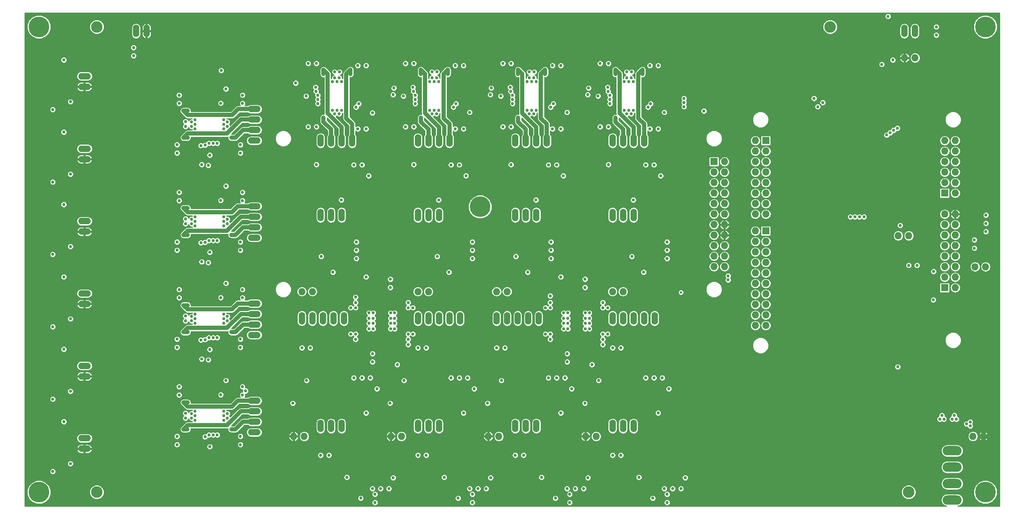
<source format=gbr>
G04 #@! TF.FileFunction,Copper,L3,Inr,Mixed*
%FSLAX46Y46*%
G04 Gerber Fmt 4.6, Leading zero omitted, Abs format (unit mm)*
G04 Created by KiCad (PCBNEW 4.0.5) date 06/08/17 15:42:24*
%MOMM*%
%LPD*%
G01*
G04 APERTURE LIST*
%ADD10C,0.100000*%
%ADD11O,3.048000X1.524000*%
%ADD12O,1.524000X3.048000*%
%ADD13O,4.572000X2.286000*%
%ADD14R,1.727200X1.727200*%
%ADD15O,1.727200X1.727200*%
%ADD16C,5.000000*%
%ADD17C,2.800000*%
%ADD18C,0.750000*%
%ADD19C,0.600000*%
%ADD20C,1.000000*%
%ADD21C,0.250000*%
G04 APERTURE END LIST*
D10*
D11*
X43900000Y-137550000D03*
X43900000Y-135010000D03*
X43900000Y-120050000D03*
X43900000Y-117510000D03*
X43900000Y-102550000D03*
X43900000Y-100010000D03*
X43900000Y-85050000D03*
X43900000Y-82510000D03*
X43900000Y-67550000D03*
X43900000Y-65010000D03*
X43900000Y-50050000D03*
X43900000Y-47510000D03*
D12*
X58900000Y-36550000D03*
X56360000Y-36550000D03*
X244400000Y-36550000D03*
X241860000Y-36550000D03*
D13*
X253400000Y-138050000D03*
X253400000Y-142012400D03*
X253400000Y-145974800D03*
X253400000Y-149937200D03*
D14*
X195890000Y-68130000D03*
D15*
X198430000Y-68130000D03*
X195890000Y-70670000D03*
X198430000Y-70670000D03*
X195890000Y-73210000D03*
X198430000Y-73210000D03*
X195890000Y-75750000D03*
X198430000Y-75750000D03*
X195890000Y-78290000D03*
X198430000Y-78290000D03*
X195890000Y-80830000D03*
X198430000Y-80830000D03*
X195890000Y-83370000D03*
X198430000Y-83370000D03*
X195890000Y-85910000D03*
X198430000Y-85910000D03*
X195890000Y-88450000D03*
X198430000Y-88450000D03*
X195890000Y-90990000D03*
X198430000Y-90990000D03*
X195890000Y-93530000D03*
X198430000Y-93530000D03*
D11*
X84900000Y-133550000D03*
X84900000Y-131010000D03*
X84900000Y-128470000D03*
X84900000Y-125930000D03*
X84900000Y-110050000D03*
X84900000Y-107510000D03*
X84900000Y-104970000D03*
X84900000Y-102430000D03*
X84900000Y-86550000D03*
X84900000Y-84010000D03*
X84900000Y-81470000D03*
X84900000Y-78930000D03*
X84900000Y-63050000D03*
X84900000Y-60510000D03*
X84900000Y-57970000D03*
X84900000Y-55430000D03*
D12*
X100900000Y-63050000D03*
X103440000Y-63050000D03*
X105980000Y-63050000D03*
X108520000Y-63050000D03*
X124400000Y-63050000D03*
X126940000Y-63050000D03*
X129480000Y-63050000D03*
X132020000Y-63050000D03*
X147900000Y-63050000D03*
X150440000Y-63050000D03*
X152980000Y-63050000D03*
X155520000Y-63050000D03*
X171400000Y-63050000D03*
X173940000Y-63050000D03*
X176480000Y-63050000D03*
X179020000Y-63050000D03*
X100900000Y-81050000D03*
X103440000Y-81050000D03*
X105980000Y-81050000D03*
X124400000Y-81050000D03*
X126940000Y-81050000D03*
X129480000Y-81050000D03*
X147900000Y-81050000D03*
X150440000Y-81050000D03*
X152980000Y-81050000D03*
X171400000Y-81050000D03*
X173940000Y-81050000D03*
X176480000Y-81050000D03*
X100900000Y-132050000D03*
X103440000Y-132050000D03*
X105980000Y-132050000D03*
X124400000Y-132050000D03*
X126940000Y-132050000D03*
X129480000Y-132050000D03*
X147900000Y-132050000D03*
X150440000Y-132050000D03*
X152980000Y-132050000D03*
X171400000Y-132050000D03*
X173940000Y-132050000D03*
X176480000Y-132050000D03*
X96400000Y-106050000D03*
X98940000Y-106050000D03*
X101480000Y-106050000D03*
X104020000Y-106050000D03*
X106560000Y-106050000D03*
X124400000Y-106050000D03*
X126940000Y-106050000D03*
X129480000Y-106050000D03*
X132020000Y-106050000D03*
X134560000Y-106050000D03*
X143400000Y-106050000D03*
X145940000Y-106050000D03*
X148480000Y-106050000D03*
X151020000Y-106050000D03*
X153560000Y-106050000D03*
X171400000Y-106050000D03*
X173940000Y-106050000D03*
X176480000Y-106050000D03*
X179020000Y-106050000D03*
X181560000Y-106050000D03*
D15*
X258400000Y-134550000D03*
X260940000Y-134550000D03*
X241900000Y-43050000D03*
X244440000Y-43050000D03*
X164900000Y-134550000D03*
X167440000Y-134550000D03*
X141400000Y-134550000D03*
X143940000Y-134550000D03*
X117900000Y-134550000D03*
X120440000Y-134550000D03*
X94400000Y-134550000D03*
X96940000Y-134550000D03*
X258900000Y-93550000D03*
X261440000Y-93550000D03*
X242900000Y-86050000D03*
X240360000Y-86050000D03*
X171400000Y-99550000D03*
X173940000Y-99550000D03*
X143400000Y-99550000D03*
X145940000Y-99550000D03*
X124400000Y-99550000D03*
X126940000Y-99550000D03*
X96400000Y-99550000D03*
X98940000Y-99550000D03*
D16*
X261400000Y-148050000D03*
X32900000Y-148050000D03*
X261400000Y-35550000D03*
X32900000Y-35550000D03*
X139400000Y-79050000D03*
D15*
X205860000Y-63050000D03*
D14*
X208400000Y-63050000D03*
D15*
X205860000Y-65590000D03*
X208400000Y-65590000D03*
X205860000Y-68130000D03*
X208400000Y-68130000D03*
X205860000Y-70670000D03*
X208400000Y-70670000D03*
X205860000Y-73210000D03*
X208400000Y-73210000D03*
X205860000Y-75750000D03*
X208400000Y-75750000D03*
X205860000Y-78290000D03*
X208400000Y-78290000D03*
X205860000Y-80830000D03*
X208400000Y-80830000D03*
X205860000Y-84894000D03*
D14*
X208400000Y-84894000D03*
D15*
X205860000Y-87434000D03*
X208400000Y-87434000D03*
X205860000Y-89974000D03*
X208400000Y-89974000D03*
X205860000Y-92514000D03*
X208400000Y-92514000D03*
X205860000Y-95054000D03*
X208400000Y-95054000D03*
X205860000Y-97594000D03*
X208400000Y-97594000D03*
X205860000Y-100134000D03*
X208400000Y-100134000D03*
X205860000Y-102674000D03*
X208400000Y-102674000D03*
X205860000Y-105214000D03*
X208400000Y-105214000D03*
X205860000Y-107754000D03*
X208400000Y-107754000D03*
X254120000Y-75750000D03*
D14*
X251580000Y-75750000D03*
D15*
X254120000Y-73210000D03*
X251580000Y-73210000D03*
X254120000Y-70670000D03*
X251580000Y-70670000D03*
X254120000Y-68130000D03*
X251580000Y-68130000D03*
X254120000Y-65590000D03*
X251580000Y-65590000D03*
X254120000Y-63050000D03*
X251580000Y-63050000D03*
X254120000Y-98610000D03*
D14*
X251580000Y-98610000D03*
D15*
X254120000Y-96070000D03*
X251580000Y-96070000D03*
X254120000Y-93530000D03*
X251580000Y-93530000D03*
X254120000Y-90990000D03*
X251580000Y-90990000D03*
X254120000Y-88450000D03*
X251580000Y-88450000D03*
X254120000Y-85910000D03*
X251580000Y-85910000D03*
X254120000Y-83370000D03*
X251580000Y-83370000D03*
X254120000Y-80830000D03*
X251580000Y-80830000D03*
D17*
X46900000Y-35550000D03*
X242900000Y-148050000D03*
X223900000Y-35550000D03*
X46900000Y-148050000D03*
D18*
X185000000Y-123050000D03*
X114050000Y-150550000D03*
X114050000Y-148550000D03*
X117400000Y-147200000D03*
X115400000Y-147200000D03*
X113400000Y-147200000D03*
X137550000Y-150550000D03*
X137550000Y-148550000D03*
X140900000Y-147200000D03*
X138900000Y-147200000D03*
X136900000Y-147200000D03*
X161050000Y-150550000D03*
X161050000Y-148550000D03*
X164400000Y-147200000D03*
X162400000Y-147200000D03*
X160400000Y-147200000D03*
X184550000Y-150550000D03*
X184550000Y-148550000D03*
X187900000Y-147200000D03*
X185900000Y-147200000D03*
X183900000Y-147200000D03*
X177750000Y-144450000D03*
X154250000Y-144450000D03*
X130750000Y-144450000D03*
X107250000Y-144450000D03*
X248850000Y-101550000D03*
X257750000Y-131050000D03*
X158900000Y-96000000D03*
X248900000Y-94700000D03*
X164800000Y-104700000D03*
X165800000Y-104700000D03*
X164800000Y-106000000D03*
X165800000Y-106000000D03*
X164800000Y-107250000D03*
X165800000Y-107250000D03*
X164800000Y-108550000D03*
X165800000Y-108550000D03*
X160600000Y-108550000D03*
X159600000Y-108550000D03*
X160600000Y-107250000D03*
X159600000Y-107250000D03*
X160600000Y-106000000D03*
X159600000Y-106000000D03*
X160600000Y-104700000D03*
X159600000Y-104700000D03*
X117800000Y-104700000D03*
X117800000Y-106000000D03*
X117800000Y-107250000D03*
X117800000Y-108550000D03*
X113600000Y-107250000D03*
X112600000Y-107250000D03*
X113600000Y-106000000D03*
X112600000Y-106000000D03*
X113600000Y-104700000D03*
X112600000Y-104700000D03*
X113600000Y-108550000D03*
X118800000Y-104700000D03*
X118800000Y-106000000D03*
X118800000Y-107250000D03*
X118800000Y-108550000D03*
X112600000Y-108550000D03*
X55750000Y-40550000D03*
X55750000Y-42550000D03*
X78050000Y-50550000D03*
X244900000Y-93200000D03*
X242900000Y-93200000D03*
X74150000Y-137050000D03*
X74150000Y-113550000D03*
X74150000Y-90050000D03*
X74150000Y-66550000D03*
X97400000Y-52300000D03*
X120900000Y-52300000D03*
X144400000Y-52300000D03*
X167900000Y-52300000D03*
X108900000Y-120400000D03*
X110900000Y-120400000D03*
X112900000Y-120400000D03*
X150750000Y-55700000D03*
X152950000Y-48750000D03*
X151850000Y-48750000D03*
X151300000Y-47900000D03*
X152400000Y-47900000D03*
X150750000Y-48750000D03*
X151850000Y-55700000D03*
X152400000Y-56550000D03*
X151300000Y-56550000D03*
X152950000Y-55700000D03*
X77550000Y-130700000D03*
X70600000Y-128500000D03*
X77550000Y-107200000D03*
X70600000Y-105000000D03*
X77550000Y-83700000D03*
X70600000Y-81500000D03*
X77550000Y-60200000D03*
X70600000Y-58000000D03*
X103750000Y-55700000D03*
X105950000Y-48750000D03*
X127250000Y-55700000D03*
X129450000Y-48750000D03*
X174250000Y-55700000D03*
X176450000Y-48750000D03*
X81550000Y-134550000D03*
X81550000Y-136550000D03*
X66250000Y-136550000D03*
X66250000Y-134550000D03*
X82050000Y-124550000D03*
X82050000Y-122550000D03*
X78050000Y-121050000D03*
X66750000Y-124550000D03*
X66750000Y-122550000D03*
X81550000Y-111050000D03*
X81550000Y-113050000D03*
X66250000Y-113050000D03*
X66250000Y-111050000D03*
X82050000Y-101050000D03*
X82050000Y-99050000D03*
X78050000Y-97550000D03*
X66750000Y-101050000D03*
X66750000Y-99050000D03*
X81550000Y-87550000D03*
X81550000Y-89550000D03*
X66250000Y-89550000D03*
X66250000Y-87550000D03*
X82050000Y-77550000D03*
X82050000Y-75550000D03*
X78050000Y-74050000D03*
X66750000Y-77550000D03*
X66750000Y-75550000D03*
X81550000Y-66050000D03*
X81550000Y-64050000D03*
X66250000Y-66050000D03*
X66250000Y-64050000D03*
X82050000Y-54050000D03*
X82050000Y-52050000D03*
X66750000Y-54050000D03*
X66750000Y-52050000D03*
X99900000Y-59700000D03*
X97900000Y-59700000D03*
X109900000Y-60200000D03*
X111900000Y-60200000D03*
X113400000Y-56350000D03*
X97900000Y-44400000D03*
X99900000Y-44400000D03*
X109900000Y-44900000D03*
X111900000Y-44900000D03*
X123400000Y-59700000D03*
X121400000Y-59700000D03*
X133400000Y-60200000D03*
X135400000Y-60200000D03*
X136900000Y-56200000D03*
X121400000Y-44400000D03*
X123400000Y-44400000D03*
X133400000Y-44900000D03*
X135400000Y-44900000D03*
X105400000Y-47900000D03*
X104300000Y-47900000D03*
X70600000Y-129600000D03*
X69750000Y-130150000D03*
X69750000Y-129050000D03*
X70600000Y-130700000D03*
X77550000Y-129600000D03*
X78400000Y-129050000D03*
X78400000Y-130150000D03*
X77550000Y-128500000D03*
X70600000Y-106100000D03*
X69750000Y-105550000D03*
X69750000Y-106650000D03*
X70600000Y-107200000D03*
X77550000Y-106100000D03*
X78400000Y-106650000D03*
X78400000Y-105550000D03*
X77550000Y-105000000D03*
X70600000Y-82600000D03*
X69750000Y-83150000D03*
X69750000Y-82050000D03*
X70600000Y-83700000D03*
X77550000Y-82600000D03*
X78400000Y-82050000D03*
X78400000Y-83150000D03*
X77550000Y-81500000D03*
X70600000Y-59100000D03*
X69750000Y-59650000D03*
X69750000Y-58550000D03*
X70600000Y-60200000D03*
X77550000Y-59100000D03*
X78400000Y-58550000D03*
X78400000Y-59650000D03*
X77550000Y-58000000D03*
X104850000Y-48750000D03*
X103750000Y-48750000D03*
X104850000Y-55700000D03*
X105400000Y-56550000D03*
X104300000Y-56550000D03*
X105950000Y-55700000D03*
X128350000Y-48750000D03*
X128900000Y-47900000D03*
X127800000Y-47900000D03*
X127250000Y-48750000D03*
X128350000Y-55700000D03*
X128900000Y-56550000D03*
X127800000Y-56550000D03*
X129450000Y-55700000D03*
X175350000Y-48750000D03*
X175900000Y-47900000D03*
X174800000Y-47900000D03*
X174250000Y-48750000D03*
X175350000Y-55700000D03*
X175900000Y-56550000D03*
X174800000Y-56550000D03*
X176450000Y-55700000D03*
X170400000Y-59700000D03*
X168400000Y-59700000D03*
X182400000Y-60200000D03*
X180400000Y-60200000D03*
X183900000Y-56200000D03*
X168400000Y-44400000D03*
X170400000Y-44400000D03*
X180400000Y-44900000D03*
X182400000Y-44900000D03*
X68300000Y-128950000D03*
X68300000Y-130150000D03*
X68300000Y-105450000D03*
X68300000Y-106650000D03*
X68300000Y-81950000D03*
X68300000Y-83150000D03*
X68300000Y-58450000D03*
X68300000Y-59650000D03*
X105500000Y-46450000D03*
X104300000Y-46450000D03*
X129000000Y-46450000D03*
X127800000Y-46450000D03*
X176000000Y-46450000D03*
X174800000Y-46450000D03*
X256850000Y-131550000D03*
X257750000Y-132050000D03*
X253900000Y-129500000D03*
X254400000Y-130400000D03*
X253400000Y-130400000D03*
X250900000Y-129500000D03*
X251400000Y-130400000D03*
X250400000Y-130400000D03*
X258750000Y-89050000D03*
X258750000Y-87050000D03*
X261550000Y-81050000D03*
X261550000Y-83050000D03*
X261550000Y-85050000D03*
X239050000Y-43550000D03*
X237900000Y-33000000D03*
X249550000Y-37550000D03*
X249550000Y-35550000D03*
X38900000Y-43550000D03*
X36250000Y-55550000D03*
X38900000Y-61000000D03*
X36250000Y-73050000D03*
X38900000Y-78500000D03*
X36250000Y-90550000D03*
X38900000Y-96000000D03*
X36250000Y-108050000D03*
X38900000Y-131000000D03*
X36250000Y-143050000D03*
X38900000Y-113500000D03*
X36250000Y-125550000D03*
X94200000Y-126550000D03*
X97550000Y-121050000D03*
X100900000Y-139100000D03*
X102900000Y-139100000D03*
X111900000Y-128900000D03*
X117700000Y-126550000D03*
X121050000Y-121050000D03*
X124400000Y-139100000D03*
X126400000Y-139100000D03*
X135400000Y-128900000D03*
X132400000Y-120400000D03*
X134400000Y-120400000D03*
X136400000Y-120400000D03*
X141200000Y-126550000D03*
X144550000Y-121050000D03*
X147900000Y-139100000D03*
X149900000Y-139100000D03*
X158900000Y-128900000D03*
X155900000Y-120400000D03*
X157900000Y-120400000D03*
X159900000Y-120400000D03*
X164700000Y-126550000D03*
X168050000Y-121050000D03*
X171400000Y-139100000D03*
X173400000Y-139100000D03*
X182400000Y-128900000D03*
X183400000Y-120400000D03*
X181400000Y-120400000D03*
X179400000Y-120400000D03*
X101050000Y-91050000D03*
X103900000Y-94850000D03*
X109550000Y-91550000D03*
X109550000Y-89550000D03*
X109550000Y-87550000D03*
X111900000Y-96000000D03*
X96400000Y-113150000D03*
X98400000Y-113150000D03*
X113450000Y-114550000D03*
X113450000Y-116550000D03*
X117750000Y-98550000D03*
X117750000Y-96550000D03*
X126400000Y-113150000D03*
X124400000Y-113150000D03*
X119400000Y-117200000D03*
X129050000Y-91050000D03*
X131900000Y-94850000D03*
X137550000Y-91550000D03*
X137550000Y-89550000D03*
X137550000Y-87550000D03*
X143400000Y-113150000D03*
X145400000Y-113150000D03*
X148050000Y-91050000D03*
X150900000Y-94850000D03*
X156550000Y-91550000D03*
X156550000Y-89550000D03*
X156550000Y-87550000D03*
X160450000Y-114550000D03*
X160450000Y-116550000D03*
X166400000Y-117200000D03*
X164750000Y-98550000D03*
X164750000Y-96550000D03*
X171400000Y-113150000D03*
X173400000Y-113150000D03*
X176050000Y-91050000D03*
X178900000Y-94850000D03*
X184550000Y-91550000D03*
X184550000Y-87550000D03*
X184550000Y-89550000D03*
X99900000Y-68850000D03*
X105900000Y-77400000D03*
X108900000Y-68900000D03*
X110900000Y-68900000D03*
X123400000Y-68850000D03*
X129400000Y-77400000D03*
X132400000Y-68900000D03*
X134400000Y-68900000D03*
X146900000Y-68850000D03*
X176400000Y-77400000D03*
X152900000Y-77400000D03*
X155900000Y-68900000D03*
X157900000Y-68900000D03*
X170400000Y-68850000D03*
X179400000Y-68900000D03*
X181400000Y-68900000D03*
X151300000Y-46450000D03*
X152500000Y-46450000D03*
X160400000Y-56200000D03*
X158900000Y-60200000D03*
X156900000Y-60200000D03*
X146900000Y-59700000D03*
X144900000Y-59700000D03*
X156900000Y-44900000D03*
X146900000Y-44400000D03*
X144900000Y-44400000D03*
X158900000Y-44900000D03*
X161500000Y-123050000D03*
X138000000Y-123050000D03*
X114500000Y-123050000D03*
X110600000Y-149500000D03*
X134100000Y-149500000D03*
X157600000Y-149500000D03*
X240250000Y-117750000D03*
X181100000Y-149500000D03*
D19*
X187900000Y-99750000D03*
D18*
X228800000Y-81500000D03*
X188950000Y-144550000D03*
X229900000Y-81500000D03*
X165450000Y-144550000D03*
X231000000Y-81500000D03*
X141950000Y-144550000D03*
X232100000Y-81500000D03*
X118450000Y-144550000D03*
X183000000Y-71550000D03*
X180600000Y-54150000D03*
X159500000Y-71550000D03*
X157100000Y-54150000D03*
X136000000Y-71550000D03*
X133600000Y-54150000D03*
X112500000Y-71550000D03*
X110100000Y-54150000D03*
X263950000Y-131550000D03*
X263050000Y-132050000D03*
X263050000Y-131050000D03*
X77850000Y-136550000D03*
X77850000Y-134550000D03*
X69950000Y-136550000D03*
X69950000Y-134550000D03*
X78350000Y-122550000D03*
X78350000Y-124550000D03*
X70450000Y-122550000D03*
X70450000Y-124550000D03*
X69950000Y-113050000D03*
X69950000Y-111050000D03*
X77850000Y-113050000D03*
X77850000Y-111050000D03*
X78350000Y-99050000D03*
X78350000Y-101050000D03*
X70450000Y-99050000D03*
X70450000Y-101050000D03*
X69950000Y-89550000D03*
X69950000Y-87550000D03*
X77850000Y-89550000D03*
X77850000Y-87550000D03*
X78350000Y-75550000D03*
X78350000Y-77550000D03*
X70450000Y-75550000D03*
X70450000Y-77550000D03*
X77850000Y-66050000D03*
X77850000Y-64050000D03*
X69950000Y-66050000D03*
X69900000Y-64050000D03*
X70450000Y-52050000D03*
X70450000Y-54050000D03*
X78350000Y-52050000D03*
X78350000Y-54050000D03*
X97900000Y-56000000D03*
X99900000Y-56000000D03*
X97900000Y-48100000D03*
X99900000Y-48100000D03*
X111900000Y-48600000D03*
X109900000Y-48600000D03*
X111900000Y-56500000D03*
X109900000Y-56500000D03*
X121400000Y-56000000D03*
X123400000Y-56000000D03*
X121400000Y-48100000D03*
X123400000Y-48100000D03*
X135400000Y-56500000D03*
X133400000Y-56500000D03*
X135400000Y-48600000D03*
X133400000Y-48600000D03*
X144900000Y-48100000D03*
X146900000Y-48100000D03*
X144900000Y-56000000D03*
X146900000Y-56000000D03*
X158900000Y-56500000D03*
X156900000Y-56500000D03*
X158900000Y-48600000D03*
X156900000Y-48600000D03*
X168400000Y-48100000D03*
X170400000Y-48100000D03*
X182400000Y-48600000D03*
X180400000Y-48600000D03*
X168400000Y-56000000D03*
X170400000Y-56000000D03*
X182400000Y-56500000D03*
X180400000Y-56500000D03*
X109750000Y-114550000D03*
X109750000Y-116550000D03*
X121450000Y-98550000D03*
X121450000Y-96550000D03*
X168450000Y-98550000D03*
X156750000Y-114550000D03*
X156750000Y-116550000D03*
X168450000Y-96550000D03*
X59450000Y-42550000D03*
X59450000Y-40550000D03*
X257750000Y-83050000D03*
X257250000Y-81050000D03*
X68350000Y-118050000D03*
X68350000Y-94550000D03*
X68350000Y-71050000D03*
X68350000Y-47550000D03*
X116400000Y-46500000D03*
X139900000Y-46500000D03*
X186900000Y-46500000D03*
X59600000Y-128950000D03*
X59600000Y-130150000D03*
X59600000Y-105450000D03*
X59600000Y-106650000D03*
X59600000Y-81950000D03*
X59600000Y-83150000D03*
X59600000Y-58450000D03*
X59600000Y-59650000D03*
X105500000Y-37750000D03*
X104300000Y-37750000D03*
X129000000Y-37750000D03*
X127800000Y-37750000D03*
X176000000Y-37750000D03*
X174800000Y-37750000D03*
X257750000Y-85050000D03*
X50900000Y-44050000D03*
X50900000Y-61550000D03*
X50900000Y-79050000D03*
X50900000Y-96550000D03*
X50900000Y-131550000D03*
X50900000Y-114050000D03*
X152500000Y-37750000D03*
X151300000Y-37750000D03*
X163400000Y-46500000D03*
X172100000Y-45950000D03*
X172100000Y-46950000D03*
X165600000Y-50350000D03*
X165400000Y-51950000D03*
X170200000Y-50150000D03*
X147250000Y-52100000D03*
X76900000Y-46100000D03*
X73000000Y-134650000D03*
X73000000Y-111150000D03*
X73000000Y-64150000D03*
X73000000Y-87650000D03*
X99800000Y-51150000D03*
X123300000Y-51150000D03*
X170300000Y-51150000D03*
X146800000Y-51150000D03*
X170750000Y-52100000D03*
X193450000Y-55900000D03*
X73950000Y-63700000D03*
X172100000Y-58500000D03*
X172100000Y-57500000D03*
X178600000Y-45950000D03*
X178600000Y-46950000D03*
X148600000Y-45950000D03*
X148600000Y-46950000D03*
X141900000Y-51950000D03*
X142100000Y-50350000D03*
X146700000Y-50150000D03*
X123750000Y-52100000D03*
X148600000Y-58500000D03*
X148600000Y-57500000D03*
X155100000Y-45950000D03*
X155100000Y-46950000D03*
X125100000Y-45950000D03*
X125100000Y-46950000D03*
X118600000Y-50350000D03*
X118400000Y-51950000D03*
X123200000Y-50150000D03*
X100250000Y-52100000D03*
X125100000Y-58500000D03*
X125100000Y-57500000D03*
X131600000Y-45950000D03*
X131600000Y-46950000D03*
X101600000Y-45950000D03*
X101600000Y-46950000D03*
X94900000Y-49150000D03*
X240850000Y-83550000D03*
X99700000Y-50150000D03*
X101600000Y-58500000D03*
X101600000Y-57500000D03*
X108100000Y-45950000D03*
X108100000Y-46950000D03*
X169050000Y-112350000D03*
X169050000Y-111100000D03*
X156350000Y-111100000D03*
X122050000Y-111100000D03*
X109350000Y-111100000D03*
X169050000Y-109800000D03*
X170200000Y-109800000D03*
X170200000Y-103450000D03*
X169050000Y-103450000D03*
X199300000Y-95750000D03*
X156350000Y-100600000D03*
X156350000Y-103450000D03*
X155200000Y-103450000D03*
X156350000Y-109800000D03*
X155200000Y-109800000D03*
X122050000Y-112350000D03*
X122050000Y-109800000D03*
X123200000Y-109800000D03*
X122050000Y-103450000D03*
X123200000Y-103450000D03*
X109350000Y-100900000D03*
X199300000Y-96750000D03*
X109350000Y-103450000D03*
X108200000Y-103450000D03*
X109350000Y-109800000D03*
X108200000Y-109800000D03*
X67800000Y-62350000D03*
X68800000Y-62350000D03*
X72200000Y-68850000D03*
X73800000Y-69050000D03*
X73950000Y-87200000D03*
X72000000Y-64250000D03*
X80350000Y-62350000D03*
X79350000Y-62350000D03*
X67800000Y-55850000D03*
X68800000Y-55850000D03*
X67800000Y-85850000D03*
X68800000Y-85850000D03*
X72200000Y-92350000D03*
X73800000Y-92550000D03*
X73950000Y-110700000D03*
X72000000Y-87750000D03*
X80350000Y-85850000D03*
X79350000Y-85850000D03*
X67800000Y-79350000D03*
X68800000Y-79350000D03*
X67800000Y-109350000D03*
X68800000Y-109350000D03*
X72200000Y-115850000D03*
X73800000Y-116050000D03*
X73950000Y-134200000D03*
X72000000Y-111250000D03*
X80350000Y-109350000D03*
X79350000Y-109350000D03*
X67800000Y-102850000D03*
X68800000Y-102850000D03*
X67800000Y-132850000D03*
X68750000Y-132850000D03*
X80350000Y-132850000D03*
X79350000Y-132850000D03*
X68800000Y-126350000D03*
X67800000Y-126350000D03*
X240150000Y-60050000D03*
X239250000Y-60550000D03*
X238400000Y-61150000D03*
X237550000Y-61700000D03*
X236400000Y-44600000D03*
X40500000Y-53650000D03*
X40500000Y-71150000D03*
X40500000Y-88650000D03*
X40500000Y-106150000D03*
X40500000Y-123650000D03*
X40500000Y-141150000D03*
X220050000Y-52850000D03*
X188650000Y-52850000D03*
X100250000Y-53100000D03*
X123750000Y-53100000D03*
X170750000Y-53100000D03*
X147250000Y-53100000D03*
X188650000Y-53850000D03*
X222150000Y-53850000D03*
X100250000Y-54100000D03*
X123750000Y-54100000D03*
X170750000Y-54100000D03*
X147250000Y-54100000D03*
X220950000Y-54850000D03*
X188650000Y-54850000D03*
X109450000Y-54950000D03*
X132950000Y-54950000D03*
X156450000Y-54950000D03*
X179950000Y-54950000D03*
X109350000Y-102200000D03*
X122050000Y-102200000D03*
X156350000Y-102200000D03*
X169050000Y-102200000D03*
X74950000Y-134200000D03*
X74950000Y-110700000D03*
X74950000Y-63700000D03*
X74950000Y-87200000D03*
X75950000Y-134200000D03*
X75950000Y-110700000D03*
X75950000Y-63700000D03*
X75950000Y-87200000D03*
X82800000Y-123550000D03*
X76800000Y-124500000D03*
X76800000Y-101000000D03*
X76800000Y-54000000D03*
X76800000Y-77500000D03*
D20*
X172100000Y-45950000D02*
X172100000Y-46950000D01*
X173100000Y-47050000D02*
X173100000Y-46950000D01*
X176480000Y-59830000D02*
X173100000Y-56450000D01*
X173100000Y-56450000D02*
X173100000Y-47050000D01*
X176480000Y-63050000D02*
X176480000Y-59830000D01*
X173100000Y-46950000D02*
X172100000Y-45950000D01*
X172100000Y-58500000D02*
X172100000Y-57500000D01*
X173940000Y-63050000D02*
X173940000Y-60340000D01*
X173940000Y-60340000D02*
X172100000Y-58500000D01*
X178600000Y-45950000D02*
X178600000Y-46950000D01*
X177600000Y-47050000D02*
X177600000Y-46950000D01*
X179020000Y-59070000D02*
X177600000Y-57650000D01*
X177600000Y-57650000D02*
X177600000Y-47050000D01*
X179020000Y-63050000D02*
X179020000Y-59070000D01*
X177600000Y-46950000D02*
X178600000Y-45950000D01*
X148600000Y-45950000D02*
X148600000Y-46950000D01*
X149600000Y-47050000D02*
X149600000Y-46950000D01*
X152980000Y-59830000D02*
X149600000Y-56450000D01*
X149600000Y-56450000D02*
X149600000Y-47050000D01*
X152980000Y-63050000D02*
X152980000Y-59830000D01*
X149600000Y-46950000D02*
X148600000Y-45950000D01*
X148600000Y-58500000D02*
X148600000Y-57500000D01*
X150440000Y-63050000D02*
X150440000Y-60340000D01*
X150440000Y-60340000D02*
X148600000Y-58500000D01*
X155100000Y-45950000D02*
X155100000Y-46950000D01*
X154100000Y-47050000D02*
X154100000Y-46950000D01*
X155520000Y-59070000D02*
X154100000Y-57650000D01*
X154100000Y-57650000D02*
X154100000Y-47050000D01*
X155520000Y-63050000D02*
X155520000Y-59070000D01*
X154100000Y-46950000D02*
X155100000Y-45950000D01*
X125100000Y-45950000D02*
X125100000Y-46950000D01*
X126100000Y-47050000D02*
X126100000Y-46950000D01*
X129480000Y-59830000D02*
X126100000Y-56450000D01*
X126100000Y-56450000D02*
X126100000Y-47050000D01*
X129480000Y-63050000D02*
X129480000Y-59830000D01*
X126100000Y-46950000D02*
X125100000Y-45950000D01*
X125100000Y-58500000D02*
X125100000Y-57500000D01*
X126940000Y-63050000D02*
X126940000Y-60340000D01*
X126940000Y-60340000D02*
X125100000Y-58500000D01*
X131600000Y-45950000D02*
X131600000Y-46950000D01*
X130600000Y-47050000D02*
X130600000Y-46950000D01*
X132020000Y-59070000D02*
X130600000Y-57650000D01*
X130600000Y-57650000D02*
X130600000Y-47050000D01*
X132020000Y-63050000D02*
X132020000Y-59070000D01*
X130600000Y-46950000D02*
X131600000Y-45950000D01*
X101600000Y-45950000D02*
X101600000Y-46950000D01*
X102600000Y-47050000D02*
X102600000Y-46950000D01*
X105980000Y-59830000D02*
X102600000Y-56450000D01*
X102600000Y-56450000D02*
X102600000Y-47050000D01*
X105980000Y-63050000D02*
X105980000Y-59830000D01*
X102600000Y-46950000D02*
X101600000Y-45950000D01*
X101600000Y-58500000D02*
X101600000Y-57500000D01*
X103440000Y-63050000D02*
X103440000Y-60340000D01*
X103440000Y-60340000D02*
X101600000Y-58500000D01*
X108100000Y-45950000D02*
X108100000Y-46950000D01*
X107100000Y-47050000D02*
X107100000Y-46950000D01*
X108520000Y-59070000D02*
X107100000Y-57650000D01*
X107100000Y-57650000D02*
X107100000Y-47050000D01*
X108520000Y-63050000D02*
X108520000Y-59070000D01*
X107100000Y-46950000D02*
X108100000Y-45950000D01*
X67800000Y-62350000D02*
X68800000Y-62350000D01*
X68900000Y-61350000D02*
X68800000Y-61350000D01*
X81680000Y-57970000D02*
X78300000Y-61350000D01*
X78300000Y-61350000D02*
X68900000Y-61350000D01*
X84900000Y-57970000D02*
X81680000Y-57970000D01*
X68800000Y-61350000D02*
X67800000Y-62350000D01*
X80350000Y-62350000D02*
X79350000Y-62350000D01*
X84900000Y-60510000D02*
X82190000Y-60510000D01*
X82190000Y-60510000D02*
X80350000Y-62350000D01*
X67800000Y-55850000D02*
X68800000Y-55850000D01*
X68900000Y-56850000D02*
X68800000Y-56850000D01*
X81020000Y-55430000D02*
X79600000Y-56850000D01*
X79600000Y-56850000D02*
X68900000Y-56850000D01*
X84900000Y-55430000D02*
X81020000Y-55430000D01*
X68800000Y-56850000D02*
X67800000Y-55850000D01*
X67800000Y-85850000D02*
X68800000Y-85850000D01*
X68900000Y-84850000D02*
X68800000Y-84850000D01*
X81680000Y-81470000D02*
X78300000Y-84850000D01*
X78300000Y-84850000D02*
X68900000Y-84850000D01*
X84900000Y-81470000D02*
X81680000Y-81470000D01*
X68800000Y-84850000D02*
X67800000Y-85850000D01*
X80350000Y-85850000D02*
X79350000Y-85850000D01*
X84900000Y-84010000D02*
X82190000Y-84010000D01*
X82190000Y-84010000D02*
X80350000Y-85850000D01*
X67800000Y-79350000D02*
X68800000Y-79350000D01*
X68900000Y-80350000D02*
X68800000Y-80350000D01*
X80920000Y-78930000D02*
X79500000Y-80350000D01*
X79500000Y-80350000D02*
X68900000Y-80350000D01*
X84900000Y-78930000D02*
X80920000Y-78930000D01*
X68800000Y-80350000D02*
X67800000Y-79350000D01*
X67800000Y-109350000D02*
X68800000Y-109350000D01*
X68900000Y-108350000D02*
X68800000Y-108350000D01*
X81680000Y-104970000D02*
X78300000Y-108350000D01*
X78300000Y-108350000D02*
X68900000Y-108350000D01*
X84900000Y-104970000D02*
X81680000Y-104970000D01*
X68800000Y-108350000D02*
X67800000Y-109350000D01*
X80350000Y-109350000D02*
X79350000Y-109350000D01*
X84900000Y-107510000D02*
X82190000Y-107510000D01*
X82190000Y-107510000D02*
X80350000Y-109350000D01*
X67800000Y-102850000D02*
X68800000Y-102850000D01*
X68900000Y-103850000D02*
X68800000Y-103850000D01*
X80920000Y-102430000D02*
X79500000Y-103850000D01*
X79500000Y-103850000D02*
X68900000Y-103850000D01*
X84900000Y-102430000D02*
X80920000Y-102430000D01*
X68800000Y-103850000D02*
X67800000Y-102850000D01*
X68750000Y-132850000D02*
X67800000Y-132850000D01*
X68900000Y-131850000D02*
X68800000Y-131850000D01*
X81680000Y-128470000D02*
X78300000Y-131850000D01*
X78300000Y-131850000D02*
X68900000Y-131850000D01*
X84900000Y-128470000D02*
X81680000Y-128470000D01*
X68800000Y-131850000D02*
X67800000Y-132850000D01*
X80350000Y-132850000D02*
X79350000Y-132850000D01*
X84900000Y-131010000D02*
X82190000Y-131010000D01*
X82190000Y-131010000D02*
X80350000Y-132850000D01*
X67800000Y-126350000D02*
X68800000Y-126350000D01*
X68900000Y-127350000D02*
X68800000Y-127350000D01*
X80920000Y-125930000D02*
X79500000Y-127350000D01*
X79500000Y-127350000D02*
X68900000Y-127350000D01*
X84900000Y-125930000D02*
X80920000Y-125930000D01*
X68800000Y-127350000D02*
X67800000Y-126350000D01*
D21*
G36*
X264775000Y-151425000D02*
X254746957Y-151425000D01*
X255176045Y-151339649D01*
X255668520Y-151010588D01*
X255997581Y-150518113D01*
X256113132Y-149937200D01*
X255997581Y-149356287D01*
X255668520Y-148863812D01*
X255302678Y-148619364D01*
X258524502Y-148619364D01*
X258961272Y-149676429D01*
X259769317Y-150485886D01*
X260825618Y-150924500D01*
X261969364Y-150925498D01*
X263026429Y-150488728D01*
X263835886Y-149680683D01*
X264274500Y-148624382D01*
X264275498Y-147480636D01*
X263838728Y-146423571D01*
X263030683Y-145614114D01*
X261974382Y-145175500D01*
X260830636Y-145174502D01*
X259773571Y-145611272D01*
X258964114Y-146419317D01*
X258525500Y-147475618D01*
X258524502Y-148619364D01*
X255302678Y-148619364D01*
X255176045Y-148534751D01*
X254595132Y-148419200D01*
X252204868Y-148419200D01*
X251623955Y-148534751D01*
X251131480Y-148863812D01*
X250802419Y-149356287D01*
X250686868Y-149937200D01*
X250802419Y-150518113D01*
X251131480Y-151010588D01*
X251623955Y-151339649D01*
X252053043Y-151425000D01*
X29525000Y-151425000D01*
X29525000Y-148619364D01*
X30024502Y-148619364D01*
X30461272Y-149676429D01*
X31269317Y-150485886D01*
X32325618Y-150924500D01*
X33469364Y-150925498D01*
X34018668Y-150698530D01*
X113299870Y-150698530D01*
X113413811Y-150974286D01*
X113624605Y-151185448D01*
X113900161Y-151299869D01*
X114198530Y-151300130D01*
X114474286Y-151186189D01*
X114685448Y-150975395D01*
X114799869Y-150699839D01*
X114799870Y-150698530D01*
X136799870Y-150698530D01*
X136913811Y-150974286D01*
X137124605Y-151185448D01*
X137400161Y-151299869D01*
X137698530Y-151300130D01*
X137974286Y-151186189D01*
X138185448Y-150975395D01*
X138299869Y-150699839D01*
X138299870Y-150698530D01*
X160299870Y-150698530D01*
X160413811Y-150974286D01*
X160624605Y-151185448D01*
X160900161Y-151299869D01*
X161198530Y-151300130D01*
X161474286Y-151186189D01*
X161685448Y-150975395D01*
X161799869Y-150699839D01*
X161799870Y-150698530D01*
X183799870Y-150698530D01*
X183913811Y-150974286D01*
X184124605Y-151185448D01*
X184400161Y-151299869D01*
X184698530Y-151300130D01*
X184974286Y-151186189D01*
X185185448Y-150975395D01*
X185299869Y-150699839D01*
X185300130Y-150401470D01*
X185186189Y-150125714D01*
X184975395Y-149914552D01*
X184699839Y-149800131D01*
X184401470Y-149799870D01*
X184125714Y-149913811D01*
X183914552Y-150124605D01*
X183800131Y-150400161D01*
X183799870Y-150698530D01*
X161799870Y-150698530D01*
X161800130Y-150401470D01*
X161686189Y-150125714D01*
X161475395Y-149914552D01*
X161199839Y-149800131D01*
X160901470Y-149799870D01*
X160625714Y-149913811D01*
X160414552Y-150124605D01*
X160300131Y-150400161D01*
X160299870Y-150698530D01*
X138299870Y-150698530D01*
X138300130Y-150401470D01*
X138186189Y-150125714D01*
X137975395Y-149914552D01*
X137699839Y-149800131D01*
X137401470Y-149799870D01*
X137125714Y-149913811D01*
X136914552Y-150124605D01*
X136800131Y-150400161D01*
X136799870Y-150698530D01*
X114799870Y-150698530D01*
X114800130Y-150401470D01*
X114686189Y-150125714D01*
X114475395Y-149914552D01*
X114199839Y-149800131D01*
X113901470Y-149799870D01*
X113625714Y-149913811D01*
X113414552Y-150124605D01*
X113300131Y-150400161D01*
X113299870Y-150698530D01*
X34018668Y-150698530D01*
X34526429Y-150488728D01*
X35335886Y-149680683D01*
X35774500Y-148624382D01*
X35774694Y-148401520D01*
X45124693Y-148401520D01*
X45394351Y-149054143D01*
X45893231Y-149553894D01*
X46545382Y-149824691D01*
X47251520Y-149825307D01*
X47679353Y-149648530D01*
X109849870Y-149648530D01*
X109963811Y-149924286D01*
X110174605Y-150135448D01*
X110450161Y-150249869D01*
X110748530Y-150250130D01*
X111024286Y-150136189D01*
X111235448Y-149925395D01*
X111349869Y-149649839D01*
X111349870Y-149648530D01*
X133349870Y-149648530D01*
X133463811Y-149924286D01*
X133674605Y-150135448D01*
X133950161Y-150249869D01*
X134248530Y-150250130D01*
X134524286Y-150136189D01*
X134735448Y-149925395D01*
X134849869Y-149649839D01*
X134849870Y-149648530D01*
X156849870Y-149648530D01*
X156963811Y-149924286D01*
X157174605Y-150135448D01*
X157450161Y-150249869D01*
X157748530Y-150250130D01*
X158024286Y-150136189D01*
X158235448Y-149925395D01*
X158349869Y-149649839D01*
X158349870Y-149648530D01*
X180349870Y-149648530D01*
X180463811Y-149924286D01*
X180674605Y-150135448D01*
X180950161Y-150249869D01*
X181248530Y-150250130D01*
X181524286Y-150136189D01*
X181735448Y-149925395D01*
X181849869Y-149649839D01*
X181850130Y-149351470D01*
X181736189Y-149075714D01*
X181525395Y-148864552D01*
X181249839Y-148750131D01*
X180951470Y-148749870D01*
X180675714Y-148863811D01*
X180464552Y-149074605D01*
X180350131Y-149350161D01*
X180349870Y-149648530D01*
X158349870Y-149648530D01*
X158350130Y-149351470D01*
X158236189Y-149075714D01*
X158025395Y-148864552D01*
X157749839Y-148750131D01*
X157451470Y-148749870D01*
X157175714Y-148863811D01*
X156964552Y-149074605D01*
X156850131Y-149350161D01*
X156849870Y-149648530D01*
X134849870Y-149648530D01*
X134850130Y-149351470D01*
X134736189Y-149075714D01*
X134525395Y-148864552D01*
X134249839Y-148750131D01*
X133951470Y-148749870D01*
X133675714Y-148863811D01*
X133464552Y-149074605D01*
X133350131Y-149350161D01*
X133349870Y-149648530D01*
X111349870Y-149648530D01*
X111350130Y-149351470D01*
X111236189Y-149075714D01*
X111025395Y-148864552D01*
X110749839Y-148750131D01*
X110451470Y-148749870D01*
X110175714Y-148863811D01*
X109964552Y-149074605D01*
X109850131Y-149350161D01*
X109849870Y-149648530D01*
X47679353Y-149648530D01*
X47904143Y-149555649D01*
X48403894Y-149056769D01*
X48674691Y-148404618D01*
X48675307Y-147698480D01*
X48530711Y-147348530D01*
X112649870Y-147348530D01*
X112763811Y-147624286D01*
X112974605Y-147835448D01*
X113250161Y-147949869D01*
X113548530Y-147950130D01*
X113618147Y-147921364D01*
X113414552Y-148124605D01*
X113300131Y-148400161D01*
X113299870Y-148698530D01*
X113413811Y-148974286D01*
X113624605Y-149185448D01*
X113900161Y-149299869D01*
X114198530Y-149300130D01*
X114474286Y-149186189D01*
X114685448Y-148975395D01*
X114799869Y-148699839D01*
X114800130Y-148401470D01*
X114686189Y-148125714D01*
X114475395Y-147914552D01*
X114199839Y-147800131D01*
X113901470Y-147799870D01*
X113831853Y-147828636D01*
X114035448Y-147625395D01*
X114149869Y-147349839D01*
X114149870Y-147348530D01*
X114649870Y-147348530D01*
X114763811Y-147624286D01*
X114974605Y-147835448D01*
X115250161Y-147949869D01*
X115548530Y-147950130D01*
X115824286Y-147836189D01*
X116035448Y-147625395D01*
X116149869Y-147349839D01*
X116149870Y-147348530D01*
X116649870Y-147348530D01*
X116763811Y-147624286D01*
X116974605Y-147835448D01*
X117250161Y-147949869D01*
X117548530Y-147950130D01*
X117824286Y-147836189D01*
X118035448Y-147625395D01*
X118149869Y-147349839D01*
X118149870Y-147348530D01*
X136149870Y-147348530D01*
X136263811Y-147624286D01*
X136474605Y-147835448D01*
X136750161Y-147949869D01*
X137048530Y-147950130D01*
X137118147Y-147921364D01*
X136914552Y-148124605D01*
X136800131Y-148400161D01*
X136799870Y-148698530D01*
X136913811Y-148974286D01*
X137124605Y-149185448D01*
X137400161Y-149299869D01*
X137698530Y-149300130D01*
X137974286Y-149186189D01*
X138185448Y-148975395D01*
X138299869Y-148699839D01*
X138300130Y-148401470D01*
X138186189Y-148125714D01*
X137975395Y-147914552D01*
X137699839Y-147800131D01*
X137401470Y-147799870D01*
X137331853Y-147828636D01*
X137535448Y-147625395D01*
X137649869Y-147349839D01*
X137649870Y-147348530D01*
X138149870Y-147348530D01*
X138263811Y-147624286D01*
X138474605Y-147835448D01*
X138750161Y-147949869D01*
X139048530Y-147950130D01*
X139324286Y-147836189D01*
X139535448Y-147625395D01*
X139649869Y-147349839D01*
X139649870Y-147348530D01*
X140149870Y-147348530D01*
X140263811Y-147624286D01*
X140474605Y-147835448D01*
X140750161Y-147949869D01*
X141048530Y-147950130D01*
X141324286Y-147836189D01*
X141535448Y-147625395D01*
X141649869Y-147349839D01*
X141649870Y-147348530D01*
X159649870Y-147348530D01*
X159763811Y-147624286D01*
X159974605Y-147835448D01*
X160250161Y-147949869D01*
X160548530Y-147950130D01*
X160618147Y-147921364D01*
X160414552Y-148124605D01*
X160300131Y-148400161D01*
X160299870Y-148698530D01*
X160413811Y-148974286D01*
X160624605Y-149185448D01*
X160900161Y-149299869D01*
X161198530Y-149300130D01*
X161474286Y-149186189D01*
X161685448Y-148975395D01*
X161799869Y-148699839D01*
X161800130Y-148401470D01*
X161686189Y-148125714D01*
X161475395Y-147914552D01*
X161199839Y-147800131D01*
X160901470Y-147799870D01*
X160831853Y-147828636D01*
X161035448Y-147625395D01*
X161149869Y-147349839D01*
X161149870Y-147348530D01*
X161649870Y-147348530D01*
X161763811Y-147624286D01*
X161974605Y-147835448D01*
X162250161Y-147949869D01*
X162548530Y-147950130D01*
X162824286Y-147836189D01*
X163035448Y-147625395D01*
X163149869Y-147349839D01*
X163149870Y-147348530D01*
X163649870Y-147348530D01*
X163763811Y-147624286D01*
X163974605Y-147835448D01*
X164250161Y-147949869D01*
X164548530Y-147950130D01*
X164824286Y-147836189D01*
X165035448Y-147625395D01*
X165149869Y-147349839D01*
X165149870Y-147348530D01*
X183149870Y-147348530D01*
X183263811Y-147624286D01*
X183474605Y-147835448D01*
X183750161Y-147949869D01*
X184048530Y-147950130D01*
X184118147Y-147921364D01*
X183914552Y-148124605D01*
X183800131Y-148400161D01*
X183799870Y-148698530D01*
X183913811Y-148974286D01*
X184124605Y-149185448D01*
X184400161Y-149299869D01*
X184698530Y-149300130D01*
X184974286Y-149186189D01*
X185185448Y-148975395D01*
X185299869Y-148699839D01*
X185300129Y-148401520D01*
X241124693Y-148401520D01*
X241394351Y-149054143D01*
X241893231Y-149553894D01*
X242545382Y-149824691D01*
X243251520Y-149825307D01*
X243904143Y-149555649D01*
X244403894Y-149056769D01*
X244674691Y-148404618D01*
X244675307Y-147698480D01*
X244405649Y-147045857D01*
X243906769Y-146546106D01*
X243254618Y-146275309D01*
X242548480Y-146274693D01*
X241895857Y-146544351D01*
X241396106Y-147043231D01*
X241125309Y-147695382D01*
X241124693Y-148401520D01*
X185300129Y-148401520D01*
X185300130Y-148401470D01*
X185186189Y-148125714D01*
X184975395Y-147914552D01*
X184699839Y-147800131D01*
X184401470Y-147799870D01*
X184331853Y-147828636D01*
X184535448Y-147625395D01*
X184649869Y-147349839D01*
X184649870Y-147348530D01*
X185149870Y-147348530D01*
X185263811Y-147624286D01*
X185474605Y-147835448D01*
X185750161Y-147949869D01*
X186048530Y-147950130D01*
X186324286Y-147836189D01*
X186535448Y-147625395D01*
X186649869Y-147349839D01*
X186649870Y-147348530D01*
X187149870Y-147348530D01*
X187263811Y-147624286D01*
X187474605Y-147835448D01*
X187750161Y-147949869D01*
X188048530Y-147950130D01*
X188324286Y-147836189D01*
X188535448Y-147625395D01*
X188649869Y-147349839D01*
X188650130Y-147051470D01*
X188536189Y-146775714D01*
X188325395Y-146564552D01*
X188049839Y-146450131D01*
X187751470Y-146449870D01*
X187475714Y-146563811D01*
X187264552Y-146774605D01*
X187150131Y-147050161D01*
X187149870Y-147348530D01*
X186649870Y-147348530D01*
X186650130Y-147051470D01*
X186536189Y-146775714D01*
X186325395Y-146564552D01*
X186049839Y-146450131D01*
X185751470Y-146449870D01*
X185475714Y-146563811D01*
X185264552Y-146774605D01*
X185150131Y-147050161D01*
X185149870Y-147348530D01*
X184649870Y-147348530D01*
X184650130Y-147051470D01*
X184536189Y-146775714D01*
X184325395Y-146564552D01*
X184049839Y-146450131D01*
X183751470Y-146449870D01*
X183475714Y-146563811D01*
X183264552Y-146774605D01*
X183150131Y-147050161D01*
X183149870Y-147348530D01*
X165149870Y-147348530D01*
X165150130Y-147051470D01*
X165036189Y-146775714D01*
X164825395Y-146564552D01*
X164549839Y-146450131D01*
X164251470Y-146449870D01*
X163975714Y-146563811D01*
X163764552Y-146774605D01*
X163650131Y-147050161D01*
X163649870Y-147348530D01*
X163149870Y-147348530D01*
X163150130Y-147051470D01*
X163036189Y-146775714D01*
X162825395Y-146564552D01*
X162549839Y-146450131D01*
X162251470Y-146449870D01*
X161975714Y-146563811D01*
X161764552Y-146774605D01*
X161650131Y-147050161D01*
X161649870Y-147348530D01*
X161149870Y-147348530D01*
X161150130Y-147051470D01*
X161036189Y-146775714D01*
X160825395Y-146564552D01*
X160549839Y-146450131D01*
X160251470Y-146449870D01*
X159975714Y-146563811D01*
X159764552Y-146774605D01*
X159650131Y-147050161D01*
X159649870Y-147348530D01*
X141649870Y-147348530D01*
X141650130Y-147051470D01*
X141536189Y-146775714D01*
X141325395Y-146564552D01*
X141049839Y-146450131D01*
X140751470Y-146449870D01*
X140475714Y-146563811D01*
X140264552Y-146774605D01*
X140150131Y-147050161D01*
X140149870Y-147348530D01*
X139649870Y-147348530D01*
X139650130Y-147051470D01*
X139536189Y-146775714D01*
X139325395Y-146564552D01*
X139049839Y-146450131D01*
X138751470Y-146449870D01*
X138475714Y-146563811D01*
X138264552Y-146774605D01*
X138150131Y-147050161D01*
X138149870Y-147348530D01*
X137649870Y-147348530D01*
X137650130Y-147051470D01*
X137536189Y-146775714D01*
X137325395Y-146564552D01*
X137049839Y-146450131D01*
X136751470Y-146449870D01*
X136475714Y-146563811D01*
X136264552Y-146774605D01*
X136150131Y-147050161D01*
X136149870Y-147348530D01*
X118149870Y-147348530D01*
X118150130Y-147051470D01*
X118036189Y-146775714D01*
X117825395Y-146564552D01*
X117549839Y-146450131D01*
X117251470Y-146449870D01*
X116975714Y-146563811D01*
X116764552Y-146774605D01*
X116650131Y-147050161D01*
X116649870Y-147348530D01*
X116149870Y-147348530D01*
X116150130Y-147051470D01*
X116036189Y-146775714D01*
X115825395Y-146564552D01*
X115549839Y-146450131D01*
X115251470Y-146449870D01*
X114975714Y-146563811D01*
X114764552Y-146774605D01*
X114650131Y-147050161D01*
X114649870Y-147348530D01*
X114149870Y-147348530D01*
X114150130Y-147051470D01*
X114036189Y-146775714D01*
X113825395Y-146564552D01*
X113549839Y-146450131D01*
X113251470Y-146449870D01*
X112975714Y-146563811D01*
X112764552Y-146774605D01*
X112650131Y-147050161D01*
X112649870Y-147348530D01*
X48530711Y-147348530D01*
X48405649Y-147045857D01*
X47906769Y-146546106D01*
X47254618Y-146275309D01*
X46548480Y-146274693D01*
X45895857Y-146544351D01*
X45396106Y-147043231D01*
X45125309Y-147695382D01*
X45124693Y-148401520D01*
X35774694Y-148401520D01*
X35775498Y-147480636D01*
X35338728Y-146423571D01*
X34890740Y-145974800D01*
X250686868Y-145974800D01*
X250802419Y-146555713D01*
X251131480Y-147048188D01*
X251623955Y-147377249D01*
X252204868Y-147492800D01*
X254595132Y-147492800D01*
X255176045Y-147377249D01*
X255668520Y-147048188D01*
X255997581Y-146555713D01*
X256113132Y-145974800D01*
X255997581Y-145393887D01*
X255668520Y-144901412D01*
X255176045Y-144572351D01*
X254595132Y-144456800D01*
X252204868Y-144456800D01*
X251623955Y-144572351D01*
X251131480Y-144901412D01*
X250802419Y-145393887D01*
X250686868Y-145974800D01*
X34890740Y-145974800D01*
X34530683Y-145614114D01*
X33474382Y-145175500D01*
X32330636Y-145174502D01*
X31273571Y-145611272D01*
X30464114Y-146419317D01*
X30025500Y-147475618D01*
X30024502Y-148619364D01*
X29525000Y-148619364D01*
X29525000Y-144598530D01*
X106499870Y-144598530D01*
X106613811Y-144874286D01*
X106824605Y-145085448D01*
X107100161Y-145199869D01*
X107398530Y-145200130D01*
X107674286Y-145086189D01*
X107885448Y-144875395D01*
X107958888Y-144698530D01*
X117699870Y-144698530D01*
X117813811Y-144974286D01*
X118024605Y-145185448D01*
X118300161Y-145299869D01*
X118598530Y-145300130D01*
X118874286Y-145186189D01*
X119085448Y-144975395D01*
X119199869Y-144699839D01*
X119199957Y-144598530D01*
X129999870Y-144598530D01*
X130113811Y-144874286D01*
X130324605Y-145085448D01*
X130600161Y-145199869D01*
X130898530Y-145200130D01*
X131174286Y-145086189D01*
X131385448Y-144875395D01*
X131458888Y-144698530D01*
X141199870Y-144698530D01*
X141313811Y-144974286D01*
X141524605Y-145185448D01*
X141800161Y-145299869D01*
X142098530Y-145300130D01*
X142374286Y-145186189D01*
X142585448Y-144975395D01*
X142699869Y-144699839D01*
X142699957Y-144598530D01*
X153499870Y-144598530D01*
X153613811Y-144874286D01*
X153824605Y-145085448D01*
X154100161Y-145199869D01*
X154398530Y-145200130D01*
X154674286Y-145086189D01*
X154885448Y-144875395D01*
X154958888Y-144698530D01*
X164699870Y-144698530D01*
X164813811Y-144974286D01*
X165024605Y-145185448D01*
X165300161Y-145299869D01*
X165598530Y-145300130D01*
X165874286Y-145186189D01*
X166085448Y-144975395D01*
X166199869Y-144699839D01*
X166199957Y-144598530D01*
X176999870Y-144598530D01*
X177113811Y-144874286D01*
X177324605Y-145085448D01*
X177600161Y-145199869D01*
X177898530Y-145200130D01*
X178174286Y-145086189D01*
X178385448Y-144875395D01*
X178458888Y-144698530D01*
X188199870Y-144698530D01*
X188313811Y-144974286D01*
X188524605Y-145185448D01*
X188800161Y-145299869D01*
X189098530Y-145300130D01*
X189374286Y-145186189D01*
X189585448Y-144975395D01*
X189699869Y-144699839D01*
X189700130Y-144401470D01*
X189586189Y-144125714D01*
X189375395Y-143914552D01*
X189099839Y-143800131D01*
X188801470Y-143799870D01*
X188525714Y-143913811D01*
X188314552Y-144124605D01*
X188200131Y-144400161D01*
X188199870Y-144698530D01*
X178458888Y-144698530D01*
X178499869Y-144599839D01*
X178500130Y-144301470D01*
X178386189Y-144025714D01*
X178175395Y-143814552D01*
X177899839Y-143700131D01*
X177601470Y-143699870D01*
X177325714Y-143813811D01*
X177114552Y-144024605D01*
X177000131Y-144300161D01*
X176999870Y-144598530D01*
X166199957Y-144598530D01*
X166200130Y-144401470D01*
X166086189Y-144125714D01*
X165875395Y-143914552D01*
X165599839Y-143800131D01*
X165301470Y-143799870D01*
X165025714Y-143913811D01*
X164814552Y-144124605D01*
X164700131Y-144400161D01*
X164699870Y-144698530D01*
X154958888Y-144698530D01*
X154999869Y-144599839D01*
X155000130Y-144301470D01*
X154886189Y-144025714D01*
X154675395Y-143814552D01*
X154399839Y-143700131D01*
X154101470Y-143699870D01*
X153825714Y-143813811D01*
X153614552Y-144024605D01*
X153500131Y-144300161D01*
X153499870Y-144598530D01*
X142699957Y-144598530D01*
X142700130Y-144401470D01*
X142586189Y-144125714D01*
X142375395Y-143914552D01*
X142099839Y-143800131D01*
X141801470Y-143799870D01*
X141525714Y-143913811D01*
X141314552Y-144124605D01*
X141200131Y-144400161D01*
X141199870Y-144698530D01*
X131458888Y-144698530D01*
X131499869Y-144599839D01*
X131500130Y-144301470D01*
X131386189Y-144025714D01*
X131175395Y-143814552D01*
X130899839Y-143700131D01*
X130601470Y-143699870D01*
X130325714Y-143813811D01*
X130114552Y-144024605D01*
X130000131Y-144300161D01*
X129999870Y-144598530D01*
X119199957Y-144598530D01*
X119200130Y-144401470D01*
X119086189Y-144125714D01*
X118875395Y-143914552D01*
X118599839Y-143800131D01*
X118301470Y-143799870D01*
X118025714Y-143913811D01*
X117814552Y-144124605D01*
X117700131Y-144400161D01*
X117699870Y-144698530D01*
X107958888Y-144698530D01*
X107999869Y-144599839D01*
X108000130Y-144301470D01*
X107886189Y-144025714D01*
X107675395Y-143814552D01*
X107399839Y-143700131D01*
X107101470Y-143699870D01*
X106825714Y-143813811D01*
X106614552Y-144024605D01*
X106500131Y-144300161D01*
X106499870Y-144598530D01*
X29525000Y-144598530D01*
X29525000Y-143198530D01*
X35499870Y-143198530D01*
X35613811Y-143474286D01*
X35824605Y-143685448D01*
X36100161Y-143799869D01*
X36398530Y-143800130D01*
X36674286Y-143686189D01*
X36885448Y-143475395D01*
X36999869Y-143199839D01*
X37000130Y-142901470D01*
X36886189Y-142625714D01*
X36675395Y-142414552D01*
X36399839Y-142300131D01*
X36101470Y-142299870D01*
X35825714Y-142413811D01*
X35614552Y-142624605D01*
X35500131Y-142900161D01*
X35499870Y-143198530D01*
X29525000Y-143198530D01*
X29525000Y-142012400D01*
X250686868Y-142012400D01*
X250802419Y-142593313D01*
X251131480Y-143085788D01*
X251623955Y-143414849D01*
X252204868Y-143530400D01*
X254595132Y-143530400D01*
X255176045Y-143414849D01*
X255668520Y-143085788D01*
X255997581Y-142593313D01*
X256113132Y-142012400D01*
X255997581Y-141431487D01*
X255668520Y-140939012D01*
X255176045Y-140609951D01*
X254595132Y-140494400D01*
X252204868Y-140494400D01*
X251623955Y-140609951D01*
X251131480Y-140939012D01*
X250802419Y-141431487D01*
X250686868Y-142012400D01*
X29525000Y-142012400D01*
X29525000Y-141298530D01*
X39749870Y-141298530D01*
X39863811Y-141574286D01*
X40074605Y-141785448D01*
X40350161Y-141899869D01*
X40648530Y-141900130D01*
X40924286Y-141786189D01*
X41135448Y-141575395D01*
X41249869Y-141299839D01*
X41250130Y-141001470D01*
X41136189Y-140725714D01*
X40925395Y-140514552D01*
X40649839Y-140400131D01*
X40351470Y-140399870D01*
X40075714Y-140513811D01*
X39864552Y-140724605D01*
X39750131Y-141000161D01*
X39749870Y-141298530D01*
X29525000Y-141298530D01*
X29525000Y-139248530D01*
X100149870Y-139248530D01*
X100263811Y-139524286D01*
X100474605Y-139735448D01*
X100750161Y-139849869D01*
X101048530Y-139850130D01*
X101324286Y-139736189D01*
X101535448Y-139525395D01*
X101649869Y-139249839D01*
X101649870Y-139248530D01*
X102149870Y-139248530D01*
X102263811Y-139524286D01*
X102474605Y-139735448D01*
X102750161Y-139849869D01*
X103048530Y-139850130D01*
X103324286Y-139736189D01*
X103535448Y-139525395D01*
X103649869Y-139249839D01*
X103649870Y-139248530D01*
X123649870Y-139248530D01*
X123763811Y-139524286D01*
X123974605Y-139735448D01*
X124250161Y-139849869D01*
X124548530Y-139850130D01*
X124824286Y-139736189D01*
X125035448Y-139525395D01*
X125149869Y-139249839D01*
X125149870Y-139248530D01*
X125649870Y-139248530D01*
X125763811Y-139524286D01*
X125974605Y-139735448D01*
X126250161Y-139849869D01*
X126548530Y-139850130D01*
X126824286Y-139736189D01*
X127035448Y-139525395D01*
X127149869Y-139249839D01*
X127149870Y-139248530D01*
X147149870Y-139248530D01*
X147263811Y-139524286D01*
X147474605Y-139735448D01*
X147750161Y-139849869D01*
X148048530Y-139850130D01*
X148324286Y-139736189D01*
X148535448Y-139525395D01*
X148649869Y-139249839D01*
X148649870Y-139248530D01*
X149149870Y-139248530D01*
X149263811Y-139524286D01*
X149474605Y-139735448D01*
X149750161Y-139849869D01*
X150048530Y-139850130D01*
X150324286Y-139736189D01*
X150535448Y-139525395D01*
X150649869Y-139249839D01*
X150649870Y-139248530D01*
X170649870Y-139248530D01*
X170763811Y-139524286D01*
X170974605Y-139735448D01*
X171250161Y-139849869D01*
X171548530Y-139850130D01*
X171824286Y-139736189D01*
X172035448Y-139525395D01*
X172149869Y-139249839D01*
X172149870Y-139248530D01*
X172649870Y-139248530D01*
X172763811Y-139524286D01*
X172974605Y-139735448D01*
X173250161Y-139849869D01*
X173548530Y-139850130D01*
X173824286Y-139736189D01*
X174035448Y-139525395D01*
X174149869Y-139249839D01*
X174150130Y-138951470D01*
X174036189Y-138675714D01*
X173825395Y-138464552D01*
X173549839Y-138350131D01*
X173251470Y-138349870D01*
X172975714Y-138463811D01*
X172764552Y-138674605D01*
X172650131Y-138950161D01*
X172649870Y-139248530D01*
X172149870Y-139248530D01*
X172150130Y-138951470D01*
X172036189Y-138675714D01*
X171825395Y-138464552D01*
X171549839Y-138350131D01*
X171251470Y-138349870D01*
X170975714Y-138463811D01*
X170764552Y-138674605D01*
X170650131Y-138950161D01*
X170649870Y-139248530D01*
X150649870Y-139248530D01*
X150650130Y-138951470D01*
X150536189Y-138675714D01*
X150325395Y-138464552D01*
X150049839Y-138350131D01*
X149751470Y-138349870D01*
X149475714Y-138463811D01*
X149264552Y-138674605D01*
X149150131Y-138950161D01*
X149149870Y-139248530D01*
X148649870Y-139248530D01*
X148650130Y-138951470D01*
X148536189Y-138675714D01*
X148325395Y-138464552D01*
X148049839Y-138350131D01*
X147751470Y-138349870D01*
X147475714Y-138463811D01*
X147264552Y-138674605D01*
X147150131Y-138950161D01*
X147149870Y-139248530D01*
X127149870Y-139248530D01*
X127150130Y-138951470D01*
X127036189Y-138675714D01*
X126825395Y-138464552D01*
X126549839Y-138350131D01*
X126251470Y-138349870D01*
X125975714Y-138463811D01*
X125764552Y-138674605D01*
X125650131Y-138950161D01*
X125649870Y-139248530D01*
X125149870Y-139248530D01*
X125150130Y-138951470D01*
X125036189Y-138675714D01*
X124825395Y-138464552D01*
X124549839Y-138350131D01*
X124251470Y-138349870D01*
X123975714Y-138463811D01*
X123764552Y-138674605D01*
X123650131Y-138950161D01*
X123649870Y-139248530D01*
X103649870Y-139248530D01*
X103650130Y-138951470D01*
X103536189Y-138675714D01*
X103325395Y-138464552D01*
X103049839Y-138350131D01*
X102751470Y-138349870D01*
X102475714Y-138463811D01*
X102264552Y-138674605D01*
X102150131Y-138950161D01*
X102149870Y-139248530D01*
X101649870Y-139248530D01*
X101650130Y-138951470D01*
X101536189Y-138675714D01*
X101325395Y-138464552D01*
X101049839Y-138350131D01*
X100751470Y-138349870D01*
X100475714Y-138463811D01*
X100264552Y-138674605D01*
X100150131Y-138950161D01*
X100149870Y-139248530D01*
X29525000Y-139248530D01*
X29525000Y-137850249D01*
X42041360Y-137850249D01*
X42245631Y-138265592D01*
X42587404Y-138552616D01*
X43013000Y-138687000D01*
X43775000Y-138687000D01*
X43775000Y-137675000D01*
X44025000Y-137675000D01*
X44025000Y-138687000D01*
X44787000Y-138687000D01*
X45212596Y-138552616D01*
X45554369Y-138265592D01*
X45660399Y-138050000D01*
X250686868Y-138050000D01*
X250802419Y-138630913D01*
X251131480Y-139123388D01*
X251623955Y-139452449D01*
X252204868Y-139568000D01*
X254595132Y-139568000D01*
X255176045Y-139452449D01*
X255668520Y-139123388D01*
X255997581Y-138630913D01*
X256113132Y-138050000D01*
X255997581Y-137469087D01*
X255668520Y-136976612D01*
X255176045Y-136647551D01*
X254595132Y-136532000D01*
X252204868Y-136532000D01*
X251623955Y-136647551D01*
X251131480Y-136976612D01*
X250802419Y-137469087D01*
X250686868Y-138050000D01*
X45660399Y-138050000D01*
X45758640Y-137850249D01*
X45697734Y-137675000D01*
X44025000Y-137675000D01*
X43775000Y-137675000D01*
X42102266Y-137675000D01*
X42041360Y-137850249D01*
X29525000Y-137850249D01*
X29525000Y-137249751D01*
X42041360Y-137249751D01*
X42102266Y-137425000D01*
X43775000Y-137425000D01*
X43775000Y-136413000D01*
X44025000Y-136413000D01*
X44025000Y-137425000D01*
X45697734Y-137425000D01*
X45758640Y-137249751D01*
X45554369Y-136834408D01*
X45392573Y-136698530D01*
X65499870Y-136698530D01*
X65613811Y-136974286D01*
X65824605Y-137185448D01*
X66100161Y-137299869D01*
X66398530Y-137300130D01*
X66644418Y-137198530D01*
X73399870Y-137198530D01*
X73513811Y-137474286D01*
X73724605Y-137685448D01*
X74000161Y-137799869D01*
X74298530Y-137800130D01*
X74574286Y-137686189D01*
X74785448Y-137475395D01*
X74899869Y-137199839D01*
X74900130Y-136901470D01*
X74816277Y-136698530D01*
X80799870Y-136698530D01*
X80913811Y-136974286D01*
X81124605Y-137185448D01*
X81400161Y-137299869D01*
X81698530Y-137300130D01*
X81974286Y-137186189D01*
X82185448Y-136975395D01*
X82299869Y-136699839D01*
X82300130Y-136401470D01*
X82186189Y-136125714D01*
X81975395Y-135914552D01*
X81699839Y-135800131D01*
X81401470Y-135799870D01*
X81125714Y-135913811D01*
X80914552Y-136124605D01*
X80800131Y-136400161D01*
X80799870Y-136698530D01*
X74816277Y-136698530D01*
X74786189Y-136625714D01*
X74575395Y-136414552D01*
X74299839Y-136300131D01*
X74001470Y-136299870D01*
X73725714Y-136413811D01*
X73514552Y-136624605D01*
X73400131Y-136900161D01*
X73399870Y-137198530D01*
X66644418Y-137198530D01*
X66674286Y-137186189D01*
X66885448Y-136975395D01*
X66999869Y-136699839D01*
X67000130Y-136401470D01*
X66886189Y-136125714D01*
X66675395Y-135914552D01*
X66399839Y-135800131D01*
X66101470Y-135799870D01*
X65825714Y-135913811D01*
X65614552Y-136124605D01*
X65500131Y-136400161D01*
X65499870Y-136698530D01*
X45392573Y-136698530D01*
X45212596Y-136547384D01*
X44787000Y-136413000D01*
X44025000Y-136413000D01*
X43775000Y-136413000D01*
X43013000Y-136413000D01*
X42587404Y-136547384D01*
X42245631Y-136834408D01*
X42041360Y-137249751D01*
X29525000Y-137249751D01*
X29525000Y-135010000D01*
X41963796Y-135010000D01*
X42050345Y-135445111D01*
X42296816Y-135813980D01*
X42665685Y-136060451D01*
X43100796Y-136147000D01*
X44699204Y-136147000D01*
X45134315Y-136060451D01*
X45503184Y-135813980D01*
X45749655Y-135445111D01*
X45836204Y-135010000D01*
X45774249Y-134698530D01*
X65499870Y-134698530D01*
X65613811Y-134974286D01*
X65824605Y-135185448D01*
X66100161Y-135299869D01*
X66398530Y-135300130D01*
X66674286Y-135186189D01*
X66885448Y-134975395D01*
X66958888Y-134798530D01*
X72249870Y-134798530D01*
X72363811Y-135074286D01*
X72574605Y-135285448D01*
X72850161Y-135399869D01*
X73148530Y-135400130D01*
X73424286Y-135286189D01*
X73635448Y-135075395D01*
X73704129Y-134909993D01*
X73800161Y-134949869D01*
X74098530Y-134950130D01*
X74374286Y-134836189D01*
X74449947Y-134760660D01*
X74524605Y-134835448D01*
X74800161Y-134949869D01*
X75098530Y-134950130D01*
X75374286Y-134836189D01*
X75449947Y-134760660D01*
X75524605Y-134835448D01*
X75800161Y-134949869D01*
X76098530Y-134950130D01*
X76374286Y-134836189D01*
X76512185Y-134698530D01*
X80799870Y-134698530D01*
X80913811Y-134974286D01*
X81124605Y-135185448D01*
X81400161Y-135299869D01*
X81698530Y-135300130D01*
X81974286Y-135186189D01*
X82185448Y-134975395D01*
X82230776Y-134866233D01*
X93202438Y-134866233D01*
X93414614Y-135300448D01*
X93776806Y-135620414D01*
X94083769Y-135747550D01*
X94275000Y-135688006D01*
X94275000Y-134675000D01*
X94525000Y-134675000D01*
X94525000Y-135688006D01*
X94716231Y-135747550D01*
X95023194Y-135620414D01*
X95385386Y-135300448D01*
X95597562Y-134866233D01*
X95538538Y-134675000D01*
X94525000Y-134675000D01*
X94275000Y-134675000D01*
X93261462Y-134675000D01*
X93202438Y-134866233D01*
X82230776Y-134866233D01*
X82299869Y-134699839D01*
X82300130Y-134401470D01*
X82186189Y-134125714D01*
X81975395Y-133914552D01*
X81699839Y-133800131D01*
X81401470Y-133799870D01*
X81125714Y-133913811D01*
X80914552Y-134124605D01*
X80800131Y-134400161D01*
X80799870Y-134698530D01*
X76512185Y-134698530D01*
X76585448Y-134625395D01*
X76699869Y-134349839D01*
X76700130Y-134051470D01*
X76586189Y-133775714D01*
X76375395Y-133564552D01*
X76099839Y-133450131D01*
X75801470Y-133449870D01*
X75525714Y-133563811D01*
X75450053Y-133639340D01*
X75375395Y-133564552D01*
X75099839Y-133450131D01*
X74801470Y-133449870D01*
X74525714Y-133563811D01*
X74450053Y-133639340D01*
X74375395Y-133564552D01*
X74099839Y-133450131D01*
X73801470Y-133449870D01*
X73525714Y-133563811D01*
X73314552Y-133774605D01*
X73245871Y-133940007D01*
X73149839Y-133900131D01*
X72851470Y-133899870D01*
X72575714Y-134013811D01*
X72364552Y-134224605D01*
X72250131Y-134500161D01*
X72249870Y-134798530D01*
X66958888Y-134798530D01*
X66999869Y-134699839D01*
X67000130Y-134401470D01*
X66886189Y-134125714D01*
X66675395Y-133914552D01*
X66399839Y-133800131D01*
X66101470Y-133799870D01*
X65825714Y-133913811D01*
X65614552Y-134124605D01*
X65500131Y-134400161D01*
X65499870Y-134698530D01*
X45774249Y-134698530D01*
X45749655Y-134574889D01*
X45503184Y-134206020D01*
X45134315Y-133959549D01*
X44699204Y-133873000D01*
X43100796Y-133873000D01*
X42665685Y-133959549D01*
X42296816Y-134206020D01*
X42050345Y-134574889D01*
X41963796Y-135010000D01*
X29525000Y-135010000D01*
X29525000Y-131148530D01*
X38149870Y-131148530D01*
X38263811Y-131424286D01*
X38474605Y-131635448D01*
X38750161Y-131749869D01*
X39048530Y-131750130D01*
X39324286Y-131636189D01*
X39535448Y-131425395D01*
X39649869Y-131149839D01*
X39650130Y-130851470D01*
X39536189Y-130575714D01*
X39325395Y-130364552D01*
X39049839Y-130250131D01*
X38751470Y-130249870D01*
X38475714Y-130363811D01*
X38264552Y-130574605D01*
X38150131Y-130850161D01*
X38149870Y-131148530D01*
X29525000Y-131148530D01*
X29525000Y-126350000D01*
X66925000Y-126350000D01*
X66991605Y-126684848D01*
X67181282Y-126968718D01*
X68181282Y-127968719D01*
X68452784Y-128150131D01*
X68465152Y-128158395D01*
X68800000Y-128225000D01*
X69902102Y-128225000D01*
X69870916Y-128300106D01*
X69601470Y-128299870D01*
X69325714Y-128413811D01*
X69114552Y-128624605D01*
X69045632Y-128790583D01*
X68936189Y-128525714D01*
X68725395Y-128314552D01*
X68449839Y-128200131D01*
X68151470Y-128199870D01*
X67875714Y-128313811D01*
X67664552Y-128524605D01*
X67550131Y-128800161D01*
X67549870Y-129098530D01*
X67663811Y-129374286D01*
X67839340Y-129550122D01*
X67664552Y-129724605D01*
X67550131Y-130000161D01*
X67549870Y-130298530D01*
X67663811Y-130574286D01*
X67874605Y-130785448D01*
X68150161Y-130899869D01*
X68448530Y-130900130D01*
X68724286Y-130786189D01*
X68935448Y-130575395D01*
X69025079Y-130359540D01*
X69113811Y-130574286D01*
X69324605Y-130785448D01*
X69600161Y-130899869D01*
X69871181Y-130900106D01*
X69902127Y-130975000D01*
X68800000Y-130975000D01*
X68465152Y-131041605D01*
X68181282Y-131231281D01*
X67181282Y-132231282D01*
X66991605Y-132515152D01*
X66925000Y-132850000D01*
X66991605Y-133184848D01*
X67181282Y-133468718D01*
X67465152Y-133658395D01*
X67800000Y-133725000D01*
X68750000Y-133725000D01*
X69084848Y-133658395D01*
X69368718Y-133468718D01*
X69558395Y-133184848D01*
X69625000Y-132850000D01*
X69600136Y-132725000D01*
X78300000Y-132725000D01*
X78508097Y-132683607D01*
X78475000Y-132850000D01*
X78541605Y-133184848D01*
X78731282Y-133468718D01*
X79015152Y-133658395D01*
X79350000Y-133725000D01*
X80350000Y-133725000D01*
X80684848Y-133658395D01*
X80847071Y-133550000D01*
X82963796Y-133550000D01*
X83050345Y-133985111D01*
X83296816Y-134353980D01*
X83665685Y-134600451D01*
X84100796Y-134687000D01*
X85699204Y-134687000D01*
X86134315Y-134600451D01*
X86246136Y-134525734D01*
X95701400Y-134525734D01*
X95701400Y-134574266D01*
X95795683Y-135048258D01*
X96064178Y-135450088D01*
X96466008Y-135718583D01*
X96940000Y-135812866D01*
X97413992Y-135718583D01*
X97815822Y-135450088D01*
X98084317Y-135048258D01*
X98120524Y-134866233D01*
X116702438Y-134866233D01*
X116914614Y-135300448D01*
X117276806Y-135620414D01*
X117583769Y-135747550D01*
X117775000Y-135688006D01*
X117775000Y-134675000D01*
X118025000Y-134675000D01*
X118025000Y-135688006D01*
X118216231Y-135747550D01*
X118523194Y-135620414D01*
X118885386Y-135300448D01*
X119097562Y-134866233D01*
X119038538Y-134675000D01*
X118025000Y-134675000D01*
X117775000Y-134675000D01*
X116761462Y-134675000D01*
X116702438Y-134866233D01*
X98120524Y-134866233D01*
X98178600Y-134574266D01*
X98178600Y-134525734D01*
X119201400Y-134525734D01*
X119201400Y-134574266D01*
X119295683Y-135048258D01*
X119564178Y-135450088D01*
X119966008Y-135718583D01*
X120440000Y-135812866D01*
X120913992Y-135718583D01*
X121315822Y-135450088D01*
X121584317Y-135048258D01*
X121620524Y-134866233D01*
X140202438Y-134866233D01*
X140414614Y-135300448D01*
X140776806Y-135620414D01*
X141083769Y-135747550D01*
X141275000Y-135688006D01*
X141275000Y-134675000D01*
X141525000Y-134675000D01*
X141525000Y-135688006D01*
X141716231Y-135747550D01*
X142023194Y-135620414D01*
X142385386Y-135300448D01*
X142597562Y-134866233D01*
X142538538Y-134675000D01*
X141525000Y-134675000D01*
X141275000Y-134675000D01*
X140261462Y-134675000D01*
X140202438Y-134866233D01*
X121620524Y-134866233D01*
X121678600Y-134574266D01*
X121678600Y-134525734D01*
X142701400Y-134525734D01*
X142701400Y-134574266D01*
X142795683Y-135048258D01*
X143064178Y-135450088D01*
X143466008Y-135718583D01*
X143940000Y-135812866D01*
X144413992Y-135718583D01*
X144815822Y-135450088D01*
X145084317Y-135048258D01*
X145120524Y-134866233D01*
X163702438Y-134866233D01*
X163914614Y-135300448D01*
X164276806Y-135620414D01*
X164583769Y-135747550D01*
X164775000Y-135688006D01*
X164775000Y-134675000D01*
X165025000Y-134675000D01*
X165025000Y-135688006D01*
X165216231Y-135747550D01*
X165523194Y-135620414D01*
X165885386Y-135300448D01*
X166097562Y-134866233D01*
X166038538Y-134675000D01*
X165025000Y-134675000D01*
X164775000Y-134675000D01*
X163761462Y-134675000D01*
X163702438Y-134866233D01*
X145120524Y-134866233D01*
X145178600Y-134574266D01*
X145178600Y-134525734D01*
X166201400Y-134525734D01*
X166201400Y-134574266D01*
X166295683Y-135048258D01*
X166564178Y-135450088D01*
X166966008Y-135718583D01*
X167440000Y-135812866D01*
X167913992Y-135718583D01*
X168315822Y-135450088D01*
X168584317Y-135048258D01*
X168678600Y-134574266D01*
X168678600Y-134525734D01*
X257161400Y-134525734D01*
X257161400Y-134574266D01*
X257255683Y-135048258D01*
X257524178Y-135450088D01*
X257926008Y-135718583D01*
X258400000Y-135812866D01*
X258873992Y-135718583D01*
X259275822Y-135450088D01*
X259470926Y-135158094D01*
X259860904Y-135158094D01*
X260175753Y-135524758D01*
X260331912Y-135629055D01*
X260508200Y-135610297D01*
X260508200Y-134981800D01*
X261371800Y-134981800D01*
X261371800Y-135610297D01*
X261548088Y-135629055D01*
X261704247Y-135524758D01*
X262019096Y-135158094D01*
X262007187Y-134981800D01*
X261371800Y-134981800D01*
X260508200Y-134981800D01*
X259872813Y-134981800D01*
X259860904Y-135158094D01*
X259470926Y-135158094D01*
X259544317Y-135048258D01*
X259638600Y-134574266D01*
X259638600Y-134525734D01*
X259544317Y-134051742D01*
X259470927Y-133941906D01*
X259860904Y-133941906D01*
X259872813Y-134118200D01*
X260508200Y-134118200D01*
X260508200Y-133489703D01*
X261371800Y-133489703D01*
X261371800Y-134118200D01*
X262007187Y-134118200D01*
X262019096Y-133941906D01*
X261704247Y-133575242D01*
X261548088Y-133470945D01*
X261371800Y-133489703D01*
X260508200Y-133489703D01*
X260331912Y-133470945D01*
X260175753Y-133575242D01*
X259860904Y-133941906D01*
X259470927Y-133941906D01*
X259275822Y-133649912D01*
X258873992Y-133381417D01*
X258400000Y-133287134D01*
X257926008Y-133381417D01*
X257524178Y-133649912D01*
X257255683Y-134051742D01*
X257161400Y-134525734D01*
X168678600Y-134525734D01*
X168584317Y-134051742D01*
X168315822Y-133649912D01*
X167913992Y-133381417D01*
X167440000Y-133287134D01*
X166966008Y-133381417D01*
X166564178Y-133649912D01*
X166295683Y-134051742D01*
X166201400Y-134525734D01*
X145178600Y-134525734D01*
X145120525Y-134233767D01*
X163702438Y-134233767D01*
X163761462Y-134425000D01*
X164775000Y-134425000D01*
X164775000Y-133411994D01*
X165025000Y-133411994D01*
X165025000Y-134425000D01*
X166038538Y-134425000D01*
X166097562Y-134233767D01*
X165885386Y-133799552D01*
X165523194Y-133479586D01*
X165216231Y-133352450D01*
X165025000Y-133411994D01*
X164775000Y-133411994D01*
X164583769Y-133352450D01*
X164276806Y-133479586D01*
X163914614Y-133799552D01*
X163702438Y-134233767D01*
X145120525Y-134233767D01*
X145084317Y-134051742D01*
X144815822Y-133649912D01*
X144413992Y-133381417D01*
X143940000Y-133287134D01*
X143466008Y-133381417D01*
X143064178Y-133649912D01*
X142795683Y-134051742D01*
X142701400Y-134525734D01*
X121678600Y-134525734D01*
X121620525Y-134233767D01*
X140202438Y-134233767D01*
X140261462Y-134425000D01*
X141275000Y-134425000D01*
X141275000Y-133411994D01*
X141525000Y-133411994D01*
X141525000Y-134425000D01*
X142538538Y-134425000D01*
X142597562Y-134233767D01*
X142385386Y-133799552D01*
X142023194Y-133479586D01*
X141716231Y-133352450D01*
X141525000Y-133411994D01*
X141275000Y-133411994D01*
X141083769Y-133352450D01*
X140776806Y-133479586D01*
X140414614Y-133799552D01*
X140202438Y-134233767D01*
X121620525Y-134233767D01*
X121584317Y-134051742D01*
X121315822Y-133649912D01*
X120913992Y-133381417D01*
X120440000Y-133287134D01*
X119966008Y-133381417D01*
X119564178Y-133649912D01*
X119295683Y-134051742D01*
X119201400Y-134525734D01*
X98178600Y-134525734D01*
X98120525Y-134233767D01*
X116702438Y-134233767D01*
X116761462Y-134425000D01*
X117775000Y-134425000D01*
X117775000Y-133411994D01*
X118025000Y-133411994D01*
X118025000Y-134425000D01*
X119038538Y-134425000D01*
X119097562Y-134233767D01*
X118885386Y-133799552D01*
X118523194Y-133479586D01*
X118216231Y-133352450D01*
X118025000Y-133411994D01*
X117775000Y-133411994D01*
X117583769Y-133352450D01*
X117276806Y-133479586D01*
X116914614Y-133799552D01*
X116702438Y-134233767D01*
X98120525Y-134233767D01*
X98084317Y-134051742D01*
X97815822Y-133649912D01*
X97413992Y-133381417D01*
X96940000Y-133287134D01*
X96466008Y-133381417D01*
X96064178Y-133649912D01*
X95795683Y-134051742D01*
X95701400Y-134525734D01*
X86246136Y-134525734D01*
X86503184Y-134353980D01*
X86583507Y-134233767D01*
X93202438Y-134233767D01*
X93261462Y-134425000D01*
X94275000Y-134425000D01*
X94275000Y-133411994D01*
X94525000Y-133411994D01*
X94525000Y-134425000D01*
X95538538Y-134425000D01*
X95597562Y-134233767D01*
X95385386Y-133799552D01*
X95023194Y-133479586D01*
X94716231Y-133352450D01*
X94525000Y-133411994D01*
X94275000Y-133411994D01*
X94083769Y-133352450D01*
X93776806Y-133479586D01*
X93414614Y-133799552D01*
X93202438Y-134233767D01*
X86583507Y-134233767D01*
X86749655Y-133985111D01*
X86836204Y-133550000D01*
X86749655Y-133114889D01*
X86503184Y-132746020D01*
X86134315Y-132499549D01*
X85699204Y-132413000D01*
X84100796Y-132413000D01*
X83665685Y-132499549D01*
X83296816Y-132746020D01*
X83050345Y-133114889D01*
X82963796Y-133550000D01*
X80847071Y-133550000D01*
X80968718Y-133468718D01*
X82552436Y-131885000D01*
X83403105Y-131885000D01*
X83665685Y-132060451D01*
X84100796Y-132147000D01*
X85699204Y-132147000D01*
X86134315Y-132060451D01*
X86503184Y-131813980D01*
X86749655Y-131445111D01*
X86788306Y-131250796D01*
X99763000Y-131250796D01*
X99763000Y-132849204D01*
X99849549Y-133284315D01*
X100096020Y-133653184D01*
X100464889Y-133899655D01*
X100900000Y-133986204D01*
X101335111Y-133899655D01*
X101703980Y-133653184D01*
X101950451Y-133284315D01*
X102037000Y-132849204D01*
X102037000Y-131250796D01*
X102303000Y-131250796D01*
X102303000Y-132849204D01*
X102389549Y-133284315D01*
X102636020Y-133653184D01*
X103004889Y-133899655D01*
X103440000Y-133986204D01*
X103875111Y-133899655D01*
X104243980Y-133653184D01*
X104490451Y-133284315D01*
X104577000Y-132849204D01*
X104577000Y-131250796D01*
X104843000Y-131250796D01*
X104843000Y-132849204D01*
X104929549Y-133284315D01*
X105176020Y-133653184D01*
X105544889Y-133899655D01*
X105980000Y-133986204D01*
X106415111Y-133899655D01*
X106783980Y-133653184D01*
X107030451Y-133284315D01*
X107117000Y-132849204D01*
X107117000Y-131250796D01*
X123263000Y-131250796D01*
X123263000Y-132849204D01*
X123349549Y-133284315D01*
X123596020Y-133653184D01*
X123964889Y-133899655D01*
X124400000Y-133986204D01*
X124835111Y-133899655D01*
X125203980Y-133653184D01*
X125450451Y-133284315D01*
X125537000Y-132849204D01*
X125537000Y-131250796D01*
X125803000Y-131250796D01*
X125803000Y-132849204D01*
X125889549Y-133284315D01*
X126136020Y-133653184D01*
X126504889Y-133899655D01*
X126940000Y-133986204D01*
X127375111Y-133899655D01*
X127743980Y-133653184D01*
X127990451Y-133284315D01*
X128077000Y-132849204D01*
X128077000Y-131250796D01*
X128343000Y-131250796D01*
X128343000Y-132849204D01*
X128429549Y-133284315D01*
X128676020Y-133653184D01*
X129044889Y-133899655D01*
X129480000Y-133986204D01*
X129915111Y-133899655D01*
X130283980Y-133653184D01*
X130530451Y-133284315D01*
X130617000Y-132849204D01*
X130617000Y-131250796D01*
X146763000Y-131250796D01*
X146763000Y-132849204D01*
X146849549Y-133284315D01*
X147096020Y-133653184D01*
X147464889Y-133899655D01*
X147900000Y-133986204D01*
X148335111Y-133899655D01*
X148703980Y-133653184D01*
X148950451Y-133284315D01*
X149037000Y-132849204D01*
X149037000Y-131250796D01*
X149303000Y-131250796D01*
X149303000Y-132849204D01*
X149389549Y-133284315D01*
X149636020Y-133653184D01*
X150004889Y-133899655D01*
X150440000Y-133986204D01*
X150875111Y-133899655D01*
X151243980Y-133653184D01*
X151490451Y-133284315D01*
X151577000Y-132849204D01*
X151577000Y-131250796D01*
X151843000Y-131250796D01*
X151843000Y-132849204D01*
X151929549Y-133284315D01*
X152176020Y-133653184D01*
X152544889Y-133899655D01*
X152980000Y-133986204D01*
X153415111Y-133899655D01*
X153783980Y-133653184D01*
X154030451Y-133284315D01*
X154117000Y-132849204D01*
X154117000Y-131250796D01*
X170263000Y-131250796D01*
X170263000Y-132849204D01*
X170349549Y-133284315D01*
X170596020Y-133653184D01*
X170964889Y-133899655D01*
X171400000Y-133986204D01*
X171835111Y-133899655D01*
X172203980Y-133653184D01*
X172450451Y-133284315D01*
X172537000Y-132849204D01*
X172537000Y-131250796D01*
X172803000Y-131250796D01*
X172803000Y-132849204D01*
X172889549Y-133284315D01*
X173136020Y-133653184D01*
X173504889Y-133899655D01*
X173940000Y-133986204D01*
X174375111Y-133899655D01*
X174743980Y-133653184D01*
X174990451Y-133284315D01*
X175077000Y-132849204D01*
X175077000Y-131250796D01*
X175343000Y-131250796D01*
X175343000Y-132849204D01*
X175429549Y-133284315D01*
X175676020Y-133653184D01*
X176044889Y-133899655D01*
X176480000Y-133986204D01*
X176915111Y-133899655D01*
X177283980Y-133653184D01*
X177530451Y-133284315D01*
X177617000Y-132849204D01*
X177617000Y-131698530D01*
X256099870Y-131698530D01*
X256213811Y-131974286D01*
X256424605Y-132185448D01*
X256700161Y-132299869D01*
X256998530Y-132300130D01*
X257035533Y-132284841D01*
X257113811Y-132474286D01*
X257324605Y-132685448D01*
X257600161Y-132799869D01*
X257898530Y-132800130D01*
X258174286Y-132686189D01*
X258385448Y-132475395D01*
X258499869Y-132199839D01*
X258500130Y-131901470D01*
X258386189Y-131625714D01*
X258310660Y-131550053D01*
X258385448Y-131475395D01*
X258499869Y-131199839D01*
X258500130Y-130901470D01*
X258386189Y-130625714D01*
X258175395Y-130414552D01*
X257899839Y-130300131D01*
X257601470Y-130299870D01*
X257325714Y-130413811D01*
X257114552Y-130624605D01*
X257035516Y-130814945D01*
X256999839Y-130800131D01*
X256701470Y-130799870D01*
X256425714Y-130913811D01*
X256214552Y-131124605D01*
X256100131Y-131400161D01*
X256099870Y-131698530D01*
X177617000Y-131698530D01*
X177617000Y-131250796D01*
X177530451Y-130815685D01*
X177351944Y-130548530D01*
X249649870Y-130548530D01*
X249763811Y-130824286D01*
X249974605Y-131035448D01*
X250250161Y-131149869D01*
X250548530Y-131150130D01*
X250824286Y-131036189D01*
X250899947Y-130960660D01*
X250974605Y-131035448D01*
X251250161Y-131149869D01*
X251548530Y-131150130D01*
X251824286Y-131036189D01*
X252035448Y-130825395D01*
X252149869Y-130549839D01*
X252149870Y-130548530D01*
X252649870Y-130548530D01*
X252763811Y-130824286D01*
X252974605Y-131035448D01*
X253250161Y-131149869D01*
X253548530Y-131150130D01*
X253824286Y-131036189D01*
X253899947Y-130960660D01*
X253974605Y-131035448D01*
X254250161Y-131149869D01*
X254548530Y-131150130D01*
X254824286Y-131036189D01*
X255035448Y-130825395D01*
X255149869Y-130549839D01*
X255150130Y-130251470D01*
X255036189Y-129975714D01*
X254825395Y-129764552D01*
X254635055Y-129685516D01*
X254649869Y-129649839D01*
X254650130Y-129351470D01*
X254536189Y-129075714D01*
X254325395Y-128864552D01*
X254049839Y-128750131D01*
X253751470Y-128749870D01*
X253475714Y-128863811D01*
X253264552Y-129074605D01*
X253150131Y-129350161D01*
X253149870Y-129648530D01*
X253165159Y-129685533D01*
X252975714Y-129763811D01*
X252764552Y-129974605D01*
X252650131Y-130250161D01*
X252649870Y-130548530D01*
X252149870Y-130548530D01*
X252150130Y-130251470D01*
X252036189Y-129975714D01*
X251825395Y-129764552D01*
X251635055Y-129685516D01*
X251649869Y-129649839D01*
X251650130Y-129351470D01*
X251536189Y-129075714D01*
X251325395Y-128864552D01*
X251049839Y-128750131D01*
X250751470Y-128749870D01*
X250475714Y-128863811D01*
X250264552Y-129074605D01*
X250150131Y-129350161D01*
X250149870Y-129648530D01*
X250165159Y-129685533D01*
X249975714Y-129763811D01*
X249764552Y-129974605D01*
X249650131Y-130250161D01*
X249649870Y-130548530D01*
X177351944Y-130548530D01*
X177283980Y-130446816D01*
X176915111Y-130200345D01*
X176480000Y-130113796D01*
X176044889Y-130200345D01*
X175676020Y-130446816D01*
X175429549Y-130815685D01*
X175343000Y-131250796D01*
X175077000Y-131250796D01*
X174990451Y-130815685D01*
X174743980Y-130446816D01*
X174375111Y-130200345D01*
X173940000Y-130113796D01*
X173504889Y-130200345D01*
X173136020Y-130446816D01*
X172889549Y-130815685D01*
X172803000Y-131250796D01*
X172537000Y-131250796D01*
X172450451Y-130815685D01*
X172203980Y-130446816D01*
X171835111Y-130200345D01*
X171400000Y-130113796D01*
X170964889Y-130200345D01*
X170596020Y-130446816D01*
X170349549Y-130815685D01*
X170263000Y-131250796D01*
X154117000Y-131250796D01*
X154030451Y-130815685D01*
X153783980Y-130446816D01*
X153415111Y-130200345D01*
X152980000Y-130113796D01*
X152544889Y-130200345D01*
X152176020Y-130446816D01*
X151929549Y-130815685D01*
X151843000Y-131250796D01*
X151577000Y-131250796D01*
X151490451Y-130815685D01*
X151243980Y-130446816D01*
X150875111Y-130200345D01*
X150440000Y-130113796D01*
X150004889Y-130200345D01*
X149636020Y-130446816D01*
X149389549Y-130815685D01*
X149303000Y-131250796D01*
X149037000Y-131250796D01*
X148950451Y-130815685D01*
X148703980Y-130446816D01*
X148335111Y-130200345D01*
X147900000Y-130113796D01*
X147464889Y-130200345D01*
X147096020Y-130446816D01*
X146849549Y-130815685D01*
X146763000Y-131250796D01*
X130617000Y-131250796D01*
X130530451Y-130815685D01*
X130283980Y-130446816D01*
X129915111Y-130200345D01*
X129480000Y-130113796D01*
X129044889Y-130200345D01*
X128676020Y-130446816D01*
X128429549Y-130815685D01*
X128343000Y-131250796D01*
X128077000Y-131250796D01*
X127990451Y-130815685D01*
X127743980Y-130446816D01*
X127375111Y-130200345D01*
X126940000Y-130113796D01*
X126504889Y-130200345D01*
X126136020Y-130446816D01*
X125889549Y-130815685D01*
X125803000Y-131250796D01*
X125537000Y-131250796D01*
X125450451Y-130815685D01*
X125203980Y-130446816D01*
X124835111Y-130200345D01*
X124400000Y-130113796D01*
X123964889Y-130200345D01*
X123596020Y-130446816D01*
X123349549Y-130815685D01*
X123263000Y-131250796D01*
X107117000Y-131250796D01*
X107030451Y-130815685D01*
X106783980Y-130446816D01*
X106415111Y-130200345D01*
X105980000Y-130113796D01*
X105544889Y-130200345D01*
X105176020Y-130446816D01*
X104929549Y-130815685D01*
X104843000Y-131250796D01*
X104577000Y-131250796D01*
X104490451Y-130815685D01*
X104243980Y-130446816D01*
X103875111Y-130200345D01*
X103440000Y-130113796D01*
X103004889Y-130200345D01*
X102636020Y-130446816D01*
X102389549Y-130815685D01*
X102303000Y-131250796D01*
X102037000Y-131250796D01*
X101950451Y-130815685D01*
X101703980Y-130446816D01*
X101335111Y-130200345D01*
X100900000Y-130113796D01*
X100464889Y-130200345D01*
X100096020Y-130446816D01*
X99849549Y-130815685D01*
X99763000Y-131250796D01*
X86788306Y-131250796D01*
X86836204Y-131010000D01*
X86749655Y-130574889D01*
X86503184Y-130206020D01*
X86134315Y-129959549D01*
X85699204Y-129873000D01*
X84100796Y-129873000D01*
X83665685Y-129959549D01*
X83403105Y-130135000D01*
X82190000Y-130135000D01*
X81855152Y-130201605D01*
X81571282Y-130391282D01*
X79987564Y-131975000D01*
X79412436Y-131975000D01*
X82042437Y-129345000D01*
X83403105Y-129345000D01*
X83665685Y-129520451D01*
X84100796Y-129607000D01*
X85699204Y-129607000D01*
X86134315Y-129520451D01*
X86503184Y-129273980D01*
X86653825Y-129048530D01*
X111149870Y-129048530D01*
X111263811Y-129324286D01*
X111474605Y-129535448D01*
X111750161Y-129649869D01*
X112048530Y-129650130D01*
X112324286Y-129536189D01*
X112535448Y-129325395D01*
X112649869Y-129049839D01*
X112649870Y-129048530D01*
X134649870Y-129048530D01*
X134763811Y-129324286D01*
X134974605Y-129535448D01*
X135250161Y-129649869D01*
X135548530Y-129650130D01*
X135824286Y-129536189D01*
X136035448Y-129325395D01*
X136149869Y-129049839D01*
X136149870Y-129048530D01*
X158149870Y-129048530D01*
X158263811Y-129324286D01*
X158474605Y-129535448D01*
X158750161Y-129649869D01*
X159048530Y-129650130D01*
X159324286Y-129536189D01*
X159535448Y-129325395D01*
X159649869Y-129049839D01*
X159649870Y-129048530D01*
X181649870Y-129048530D01*
X181763811Y-129324286D01*
X181974605Y-129535448D01*
X182250161Y-129649869D01*
X182548530Y-129650130D01*
X182824286Y-129536189D01*
X183035448Y-129325395D01*
X183149869Y-129049839D01*
X183150130Y-128751470D01*
X183036189Y-128475714D01*
X182825395Y-128264552D01*
X182549839Y-128150131D01*
X182251470Y-128149870D01*
X181975714Y-128263811D01*
X181764552Y-128474605D01*
X181650131Y-128750161D01*
X181649870Y-129048530D01*
X159649870Y-129048530D01*
X159650130Y-128751470D01*
X159536189Y-128475714D01*
X159325395Y-128264552D01*
X159049839Y-128150131D01*
X158751470Y-128149870D01*
X158475714Y-128263811D01*
X158264552Y-128474605D01*
X158150131Y-128750161D01*
X158149870Y-129048530D01*
X136149870Y-129048530D01*
X136150130Y-128751470D01*
X136036189Y-128475714D01*
X135825395Y-128264552D01*
X135549839Y-128150131D01*
X135251470Y-128149870D01*
X134975714Y-128263811D01*
X134764552Y-128474605D01*
X134650131Y-128750161D01*
X134649870Y-129048530D01*
X112649870Y-129048530D01*
X112650130Y-128751470D01*
X112536189Y-128475714D01*
X112325395Y-128264552D01*
X112049839Y-128150131D01*
X111751470Y-128149870D01*
X111475714Y-128263811D01*
X111264552Y-128474605D01*
X111150131Y-128750161D01*
X111149870Y-129048530D01*
X86653825Y-129048530D01*
X86749655Y-128905111D01*
X86836204Y-128470000D01*
X86749655Y-128034889D01*
X86503184Y-127666020D01*
X86134315Y-127419549D01*
X85699204Y-127333000D01*
X84100796Y-127333000D01*
X83665685Y-127419549D01*
X83403105Y-127595000D01*
X81680000Y-127595000D01*
X81345152Y-127661605D01*
X81061282Y-127851281D01*
X79080240Y-129832324D01*
X79036189Y-129725714D01*
X78910660Y-129599966D01*
X79035448Y-129475395D01*
X79149869Y-129199839D01*
X79150130Y-128901470D01*
X79036189Y-128625714D01*
X78825395Y-128414552D01*
X78549839Y-128300131D01*
X78278819Y-128299894D01*
X78247873Y-128225000D01*
X79500000Y-128225000D01*
X79834848Y-128158395D01*
X80118718Y-127968718D01*
X81282437Y-126805000D01*
X83403105Y-126805000D01*
X83665685Y-126980451D01*
X84100796Y-127067000D01*
X85699204Y-127067000D01*
X86134315Y-126980451D01*
X86503184Y-126733980D01*
X86526870Y-126698530D01*
X93449870Y-126698530D01*
X93563811Y-126974286D01*
X93774605Y-127185448D01*
X94050161Y-127299869D01*
X94348530Y-127300130D01*
X94624286Y-127186189D01*
X94835448Y-126975395D01*
X94949869Y-126699839D01*
X94949870Y-126698530D01*
X116949870Y-126698530D01*
X117063811Y-126974286D01*
X117274605Y-127185448D01*
X117550161Y-127299869D01*
X117848530Y-127300130D01*
X118124286Y-127186189D01*
X118335448Y-126975395D01*
X118449869Y-126699839D01*
X118449870Y-126698530D01*
X140449870Y-126698530D01*
X140563811Y-126974286D01*
X140774605Y-127185448D01*
X141050161Y-127299869D01*
X141348530Y-127300130D01*
X141624286Y-127186189D01*
X141835448Y-126975395D01*
X141949869Y-126699839D01*
X141949870Y-126698530D01*
X163949870Y-126698530D01*
X164063811Y-126974286D01*
X164274605Y-127185448D01*
X164550161Y-127299869D01*
X164848530Y-127300130D01*
X165124286Y-127186189D01*
X165335448Y-126975395D01*
X165449869Y-126699839D01*
X165450130Y-126401470D01*
X165336189Y-126125714D01*
X165125395Y-125914552D01*
X164849839Y-125800131D01*
X164551470Y-125799870D01*
X164275714Y-125913811D01*
X164064552Y-126124605D01*
X163950131Y-126400161D01*
X163949870Y-126698530D01*
X141949870Y-126698530D01*
X141950130Y-126401470D01*
X141836189Y-126125714D01*
X141625395Y-125914552D01*
X141349839Y-125800131D01*
X141051470Y-125799870D01*
X140775714Y-125913811D01*
X140564552Y-126124605D01*
X140450131Y-126400161D01*
X140449870Y-126698530D01*
X118449870Y-126698530D01*
X118450130Y-126401470D01*
X118336189Y-126125714D01*
X118125395Y-125914552D01*
X117849839Y-125800131D01*
X117551470Y-125799870D01*
X117275714Y-125913811D01*
X117064552Y-126124605D01*
X116950131Y-126400161D01*
X116949870Y-126698530D01*
X94949870Y-126698530D01*
X94950130Y-126401470D01*
X94836189Y-126125714D01*
X94625395Y-125914552D01*
X94349839Y-125800131D01*
X94051470Y-125799870D01*
X93775714Y-125913811D01*
X93564552Y-126124605D01*
X93450131Y-126400161D01*
X93449870Y-126698530D01*
X86526870Y-126698530D01*
X86749655Y-126365111D01*
X86836204Y-125930000D01*
X86749655Y-125494889D01*
X86503184Y-125126020D01*
X86134315Y-124879549D01*
X85699204Y-124793000D01*
X84100796Y-124793000D01*
X83665685Y-124879549D01*
X83403105Y-125055000D01*
X82605704Y-125055000D01*
X82685448Y-124975395D01*
X82799869Y-124699839D01*
X82800130Y-124401470D01*
X82758188Y-124299963D01*
X82948530Y-124300130D01*
X83224286Y-124186189D01*
X83435448Y-123975395D01*
X83549869Y-123699839D01*
X83550130Y-123401470D01*
X83466277Y-123198530D01*
X113749870Y-123198530D01*
X113863811Y-123474286D01*
X114074605Y-123685448D01*
X114350161Y-123799869D01*
X114648530Y-123800130D01*
X114924286Y-123686189D01*
X115135448Y-123475395D01*
X115249869Y-123199839D01*
X115249870Y-123198530D01*
X137249870Y-123198530D01*
X137363811Y-123474286D01*
X137574605Y-123685448D01*
X137850161Y-123799869D01*
X138148530Y-123800130D01*
X138424286Y-123686189D01*
X138635448Y-123475395D01*
X138749869Y-123199839D01*
X138749870Y-123198530D01*
X160749870Y-123198530D01*
X160863811Y-123474286D01*
X161074605Y-123685448D01*
X161350161Y-123799869D01*
X161648530Y-123800130D01*
X161924286Y-123686189D01*
X162135448Y-123475395D01*
X162249869Y-123199839D01*
X162249870Y-123198530D01*
X184249870Y-123198530D01*
X184363811Y-123474286D01*
X184574605Y-123685448D01*
X184850161Y-123799869D01*
X185148530Y-123800130D01*
X185424286Y-123686189D01*
X185635448Y-123475395D01*
X185749869Y-123199839D01*
X185750130Y-122901470D01*
X185636189Y-122625714D01*
X185425395Y-122414552D01*
X185149839Y-122300131D01*
X184851470Y-122299870D01*
X184575714Y-122413811D01*
X184364552Y-122624605D01*
X184250131Y-122900161D01*
X184249870Y-123198530D01*
X162249870Y-123198530D01*
X162250130Y-122901470D01*
X162136189Y-122625714D01*
X161925395Y-122414552D01*
X161649839Y-122300131D01*
X161351470Y-122299870D01*
X161075714Y-122413811D01*
X160864552Y-122624605D01*
X160750131Y-122900161D01*
X160749870Y-123198530D01*
X138749870Y-123198530D01*
X138750130Y-122901470D01*
X138636189Y-122625714D01*
X138425395Y-122414552D01*
X138149839Y-122300131D01*
X137851470Y-122299870D01*
X137575714Y-122413811D01*
X137364552Y-122624605D01*
X137250131Y-122900161D01*
X137249870Y-123198530D01*
X115249870Y-123198530D01*
X115250130Y-122901470D01*
X115136189Y-122625714D01*
X114925395Y-122414552D01*
X114649839Y-122300131D01*
X114351470Y-122299870D01*
X114075714Y-122413811D01*
X113864552Y-122624605D01*
X113750131Y-122900161D01*
X113749870Y-123198530D01*
X83466277Y-123198530D01*
X83436189Y-123125714D01*
X83225395Y-122914552D01*
X82949839Y-122800131D01*
X82758294Y-122799963D01*
X82799869Y-122699839D01*
X82800130Y-122401470D01*
X82686189Y-122125714D01*
X82475395Y-121914552D01*
X82199839Y-121800131D01*
X81901470Y-121799870D01*
X81625714Y-121913811D01*
X81414552Y-122124605D01*
X81300131Y-122400161D01*
X81299870Y-122698530D01*
X81413811Y-122974286D01*
X81624605Y-123185448D01*
X81900161Y-123299869D01*
X82091706Y-123300037D01*
X82050131Y-123400161D01*
X82049870Y-123698530D01*
X82091812Y-123800037D01*
X81901470Y-123799870D01*
X81625714Y-123913811D01*
X81414552Y-124124605D01*
X81300131Y-124400161D01*
X81299870Y-124698530D01*
X81413811Y-124974286D01*
X81494384Y-125055000D01*
X80920000Y-125055000D01*
X80585152Y-125121605D01*
X80301281Y-125311282D01*
X79137564Y-126475000D01*
X69650136Y-126475000D01*
X69675000Y-126350000D01*
X69608395Y-126015152D01*
X69418718Y-125731282D01*
X69134848Y-125541605D01*
X68800000Y-125475000D01*
X67800000Y-125475000D01*
X67465152Y-125541605D01*
X67181282Y-125731282D01*
X66991605Y-126015152D01*
X66925000Y-126350000D01*
X29525000Y-126350000D01*
X29525000Y-125698530D01*
X35499870Y-125698530D01*
X35613811Y-125974286D01*
X35824605Y-126185448D01*
X36100161Y-126299869D01*
X36398530Y-126300130D01*
X36674286Y-126186189D01*
X36885448Y-125975395D01*
X36999869Y-125699839D01*
X37000130Y-125401470D01*
X36886189Y-125125714D01*
X36675395Y-124914552D01*
X36399839Y-124800131D01*
X36101470Y-124799870D01*
X35825714Y-124913811D01*
X35614552Y-125124605D01*
X35500131Y-125400161D01*
X35499870Y-125698530D01*
X29525000Y-125698530D01*
X29525000Y-124698530D01*
X65999870Y-124698530D01*
X66113811Y-124974286D01*
X66324605Y-125185448D01*
X66600161Y-125299869D01*
X66898530Y-125300130D01*
X67174286Y-125186189D01*
X67385448Y-124975395D01*
X67499869Y-124699839D01*
X67499913Y-124648530D01*
X76049870Y-124648530D01*
X76163811Y-124924286D01*
X76374605Y-125135448D01*
X76650161Y-125249869D01*
X76948530Y-125250130D01*
X77224286Y-125136189D01*
X77435448Y-124925395D01*
X77549869Y-124649839D01*
X77550130Y-124351470D01*
X77436189Y-124075714D01*
X77225395Y-123864552D01*
X76949839Y-123750131D01*
X76651470Y-123749870D01*
X76375714Y-123863811D01*
X76164552Y-124074605D01*
X76050131Y-124350161D01*
X76049870Y-124648530D01*
X67499913Y-124648530D01*
X67500130Y-124401470D01*
X67386189Y-124125714D01*
X67175395Y-123914552D01*
X66899839Y-123800131D01*
X66601470Y-123799870D01*
X66325714Y-123913811D01*
X66114552Y-124124605D01*
X66000131Y-124400161D01*
X65999870Y-124698530D01*
X29525000Y-124698530D01*
X29525000Y-123798530D01*
X39749870Y-123798530D01*
X39863811Y-124074286D01*
X40074605Y-124285448D01*
X40350161Y-124399869D01*
X40648530Y-124400130D01*
X40924286Y-124286189D01*
X41135448Y-124075395D01*
X41249869Y-123799839D01*
X41250130Y-123501470D01*
X41136189Y-123225714D01*
X40925395Y-123014552D01*
X40649839Y-122900131D01*
X40351470Y-122899870D01*
X40075714Y-123013811D01*
X39864552Y-123224605D01*
X39750131Y-123500161D01*
X39749870Y-123798530D01*
X29525000Y-123798530D01*
X29525000Y-122698530D01*
X65999870Y-122698530D01*
X66113811Y-122974286D01*
X66324605Y-123185448D01*
X66600161Y-123299869D01*
X66898530Y-123300130D01*
X67174286Y-123186189D01*
X67385448Y-122975395D01*
X67499869Y-122699839D01*
X67500130Y-122401470D01*
X67386189Y-122125714D01*
X67175395Y-121914552D01*
X66899839Y-121800131D01*
X66601470Y-121799870D01*
X66325714Y-121913811D01*
X66114552Y-122124605D01*
X66000131Y-122400161D01*
X65999870Y-122698530D01*
X29525000Y-122698530D01*
X29525000Y-121198530D01*
X77299870Y-121198530D01*
X77413811Y-121474286D01*
X77624605Y-121685448D01*
X77900161Y-121799869D01*
X78198530Y-121800130D01*
X78474286Y-121686189D01*
X78685448Y-121475395D01*
X78799869Y-121199839D01*
X78799870Y-121198530D01*
X96799870Y-121198530D01*
X96913811Y-121474286D01*
X97124605Y-121685448D01*
X97400161Y-121799869D01*
X97698530Y-121800130D01*
X97974286Y-121686189D01*
X98185448Y-121475395D01*
X98299869Y-121199839D01*
X98299870Y-121198530D01*
X120299870Y-121198530D01*
X120413811Y-121474286D01*
X120624605Y-121685448D01*
X120900161Y-121799869D01*
X121198530Y-121800130D01*
X121474286Y-121686189D01*
X121685448Y-121475395D01*
X121799869Y-121199839D01*
X121799870Y-121198530D01*
X143799870Y-121198530D01*
X143913811Y-121474286D01*
X144124605Y-121685448D01*
X144400161Y-121799869D01*
X144698530Y-121800130D01*
X144974286Y-121686189D01*
X145185448Y-121475395D01*
X145299869Y-121199839D01*
X145299870Y-121198530D01*
X167299870Y-121198530D01*
X167413811Y-121474286D01*
X167624605Y-121685448D01*
X167900161Y-121799869D01*
X168198530Y-121800130D01*
X168474286Y-121686189D01*
X168685448Y-121475395D01*
X168799869Y-121199839D01*
X168800130Y-120901470D01*
X168686189Y-120625714D01*
X168609140Y-120548530D01*
X178649870Y-120548530D01*
X178763811Y-120824286D01*
X178974605Y-121035448D01*
X179250161Y-121149869D01*
X179548530Y-121150130D01*
X179824286Y-121036189D01*
X180035448Y-120825395D01*
X180149869Y-120549839D01*
X180149870Y-120548530D01*
X180649870Y-120548530D01*
X180763811Y-120824286D01*
X180974605Y-121035448D01*
X181250161Y-121149869D01*
X181548530Y-121150130D01*
X181824286Y-121036189D01*
X182035448Y-120825395D01*
X182149869Y-120549839D01*
X182149870Y-120548530D01*
X182649870Y-120548530D01*
X182763811Y-120824286D01*
X182974605Y-121035448D01*
X183250161Y-121149869D01*
X183548530Y-121150130D01*
X183824286Y-121036189D01*
X184035448Y-120825395D01*
X184149869Y-120549839D01*
X184150130Y-120251470D01*
X184036189Y-119975714D01*
X183825395Y-119764552D01*
X183549839Y-119650131D01*
X183251470Y-119649870D01*
X182975714Y-119763811D01*
X182764552Y-119974605D01*
X182650131Y-120250161D01*
X182649870Y-120548530D01*
X182149870Y-120548530D01*
X182150130Y-120251470D01*
X182036189Y-119975714D01*
X181825395Y-119764552D01*
X181549839Y-119650131D01*
X181251470Y-119649870D01*
X180975714Y-119763811D01*
X180764552Y-119974605D01*
X180650131Y-120250161D01*
X180649870Y-120548530D01*
X180149870Y-120548530D01*
X180150130Y-120251470D01*
X180036189Y-119975714D01*
X179825395Y-119764552D01*
X179549839Y-119650131D01*
X179251470Y-119649870D01*
X178975714Y-119763811D01*
X178764552Y-119974605D01*
X178650131Y-120250161D01*
X178649870Y-120548530D01*
X168609140Y-120548530D01*
X168475395Y-120414552D01*
X168199839Y-120300131D01*
X167901470Y-120299870D01*
X167625714Y-120413811D01*
X167414552Y-120624605D01*
X167300131Y-120900161D01*
X167299870Y-121198530D01*
X145299870Y-121198530D01*
X145300130Y-120901470D01*
X145186189Y-120625714D01*
X145109140Y-120548530D01*
X155149870Y-120548530D01*
X155263811Y-120824286D01*
X155474605Y-121035448D01*
X155750161Y-121149869D01*
X156048530Y-121150130D01*
X156324286Y-121036189D01*
X156535448Y-120825395D01*
X156649869Y-120549839D01*
X156649870Y-120548530D01*
X157149870Y-120548530D01*
X157263811Y-120824286D01*
X157474605Y-121035448D01*
X157750161Y-121149869D01*
X158048530Y-121150130D01*
X158324286Y-121036189D01*
X158535448Y-120825395D01*
X158649869Y-120549839D01*
X158649870Y-120548530D01*
X159149870Y-120548530D01*
X159263811Y-120824286D01*
X159474605Y-121035448D01*
X159750161Y-121149869D01*
X160048530Y-121150130D01*
X160324286Y-121036189D01*
X160535448Y-120825395D01*
X160649869Y-120549839D01*
X160650130Y-120251470D01*
X160536189Y-119975714D01*
X160325395Y-119764552D01*
X160049839Y-119650131D01*
X159751470Y-119649870D01*
X159475714Y-119763811D01*
X159264552Y-119974605D01*
X159150131Y-120250161D01*
X159149870Y-120548530D01*
X158649870Y-120548530D01*
X158650130Y-120251470D01*
X158536189Y-119975714D01*
X158325395Y-119764552D01*
X158049839Y-119650131D01*
X157751470Y-119649870D01*
X157475714Y-119763811D01*
X157264552Y-119974605D01*
X157150131Y-120250161D01*
X157149870Y-120548530D01*
X156649870Y-120548530D01*
X156650130Y-120251470D01*
X156536189Y-119975714D01*
X156325395Y-119764552D01*
X156049839Y-119650131D01*
X155751470Y-119649870D01*
X155475714Y-119763811D01*
X155264552Y-119974605D01*
X155150131Y-120250161D01*
X155149870Y-120548530D01*
X145109140Y-120548530D01*
X144975395Y-120414552D01*
X144699839Y-120300131D01*
X144401470Y-120299870D01*
X144125714Y-120413811D01*
X143914552Y-120624605D01*
X143800131Y-120900161D01*
X143799870Y-121198530D01*
X121799870Y-121198530D01*
X121800130Y-120901470D01*
X121686189Y-120625714D01*
X121609140Y-120548530D01*
X131649870Y-120548530D01*
X131763811Y-120824286D01*
X131974605Y-121035448D01*
X132250161Y-121149869D01*
X132548530Y-121150130D01*
X132824286Y-121036189D01*
X133035448Y-120825395D01*
X133149869Y-120549839D01*
X133149870Y-120548530D01*
X133649870Y-120548530D01*
X133763811Y-120824286D01*
X133974605Y-121035448D01*
X134250161Y-121149869D01*
X134548530Y-121150130D01*
X134824286Y-121036189D01*
X135035448Y-120825395D01*
X135149869Y-120549839D01*
X135149870Y-120548530D01*
X135649870Y-120548530D01*
X135763811Y-120824286D01*
X135974605Y-121035448D01*
X136250161Y-121149869D01*
X136548530Y-121150130D01*
X136824286Y-121036189D01*
X137035448Y-120825395D01*
X137149869Y-120549839D01*
X137150130Y-120251470D01*
X137036189Y-119975714D01*
X136825395Y-119764552D01*
X136549839Y-119650131D01*
X136251470Y-119649870D01*
X135975714Y-119763811D01*
X135764552Y-119974605D01*
X135650131Y-120250161D01*
X135649870Y-120548530D01*
X135149870Y-120548530D01*
X135150130Y-120251470D01*
X135036189Y-119975714D01*
X134825395Y-119764552D01*
X134549839Y-119650131D01*
X134251470Y-119649870D01*
X133975714Y-119763811D01*
X133764552Y-119974605D01*
X133650131Y-120250161D01*
X133649870Y-120548530D01*
X133149870Y-120548530D01*
X133150130Y-120251470D01*
X133036189Y-119975714D01*
X132825395Y-119764552D01*
X132549839Y-119650131D01*
X132251470Y-119649870D01*
X131975714Y-119763811D01*
X131764552Y-119974605D01*
X131650131Y-120250161D01*
X131649870Y-120548530D01*
X121609140Y-120548530D01*
X121475395Y-120414552D01*
X121199839Y-120300131D01*
X120901470Y-120299870D01*
X120625714Y-120413811D01*
X120414552Y-120624605D01*
X120300131Y-120900161D01*
X120299870Y-121198530D01*
X98299870Y-121198530D01*
X98300130Y-120901470D01*
X98186189Y-120625714D01*
X98109140Y-120548530D01*
X108149870Y-120548530D01*
X108263811Y-120824286D01*
X108474605Y-121035448D01*
X108750161Y-121149869D01*
X109048530Y-121150130D01*
X109324286Y-121036189D01*
X109535448Y-120825395D01*
X109649869Y-120549839D01*
X109649870Y-120548530D01*
X110149870Y-120548530D01*
X110263811Y-120824286D01*
X110474605Y-121035448D01*
X110750161Y-121149869D01*
X111048530Y-121150130D01*
X111324286Y-121036189D01*
X111535448Y-120825395D01*
X111649869Y-120549839D01*
X111649870Y-120548530D01*
X112149870Y-120548530D01*
X112263811Y-120824286D01*
X112474605Y-121035448D01*
X112750161Y-121149869D01*
X113048530Y-121150130D01*
X113324286Y-121036189D01*
X113535448Y-120825395D01*
X113649869Y-120549839D01*
X113650130Y-120251470D01*
X113536189Y-119975714D01*
X113325395Y-119764552D01*
X113049839Y-119650131D01*
X112751470Y-119649870D01*
X112475714Y-119763811D01*
X112264552Y-119974605D01*
X112150131Y-120250161D01*
X112149870Y-120548530D01*
X111649870Y-120548530D01*
X111650130Y-120251470D01*
X111536189Y-119975714D01*
X111325395Y-119764552D01*
X111049839Y-119650131D01*
X110751470Y-119649870D01*
X110475714Y-119763811D01*
X110264552Y-119974605D01*
X110150131Y-120250161D01*
X110149870Y-120548530D01*
X109649870Y-120548530D01*
X109650130Y-120251470D01*
X109536189Y-119975714D01*
X109325395Y-119764552D01*
X109049839Y-119650131D01*
X108751470Y-119649870D01*
X108475714Y-119763811D01*
X108264552Y-119974605D01*
X108150131Y-120250161D01*
X108149870Y-120548530D01*
X98109140Y-120548530D01*
X97975395Y-120414552D01*
X97699839Y-120300131D01*
X97401470Y-120299870D01*
X97125714Y-120413811D01*
X96914552Y-120624605D01*
X96800131Y-120900161D01*
X96799870Y-121198530D01*
X78799870Y-121198530D01*
X78800130Y-120901470D01*
X78686189Y-120625714D01*
X78475395Y-120414552D01*
X78199839Y-120300131D01*
X77901470Y-120299870D01*
X77625714Y-120413811D01*
X77414552Y-120624605D01*
X77300131Y-120900161D01*
X77299870Y-121198530D01*
X29525000Y-121198530D01*
X29525000Y-120350249D01*
X42041360Y-120350249D01*
X42245631Y-120765592D01*
X42587404Y-121052616D01*
X43013000Y-121187000D01*
X43775000Y-121187000D01*
X43775000Y-120175000D01*
X44025000Y-120175000D01*
X44025000Y-121187000D01*
X44787000Y-121187000D01*
X45212596Y-121052616D01*
X45554369Y-120765592D01*
X45758640Y-120350249D01*
X45697734Y-120175000D01*
X44025000Y-120175000D01*
X43775000Y-120175000D01*
X42102266Y-120175000D01*
X42041360Y-120350249D01*
X29525000Y-120350249D01*
X29525000Y-119749751D01*
X42041360Y-119749751D01*
X42102266Y-119925000D01*
X43775000Y-119925000D01*
X43775000Y-118913000D01*
X44025000Y-118913000D01*
X44025000Y-119925000D01*
X45697734Y-119925000D01*
X45758640Y-119749751D01*
X45554369Y-119334408D01*
X45212596Y-119047384D01*
X44787000Y-118913000D01*
X44025000Y-118913000D01*
X43775000Y-118913000D01*
X43013000Y-118913000D01*
X42587404Y-119047384D01*
X42245631Y-119334408D01*
X42041360Y-119749751D01*
X29525000Y-119749751D01*
X29525000Y-117510000D01*
X41963796Y-117510000D01*
X42050345Y-117945111D01*
X42296816Y-118313980D01*
X42665685Y-118560451D01*
X43100796Y-118647000D01*
X44699204Y-118647000D01*
X45134315Y-118560451D01*
X45503184Y-118313980D01*
X45749655Y-117945111D01*
X45836204Y-117510000D01*
X45804086Y-117348530D01*
X118649870Y-117348530D01*
X118763811Y-117624286D01*
X118974605Y-117835448D01*
X119250161Y-117949869D01*
X119548530Y-117950130D01*
X119824286Y-117836189D01*
X120035448Y-117625395D01*
X120149869Y-117349839D01*
X120149870Y-117348530D01*
X165649870Y-117348530D01*
X165763811Y-117624286D01*
X165974605Y-117835448D01*
X166250161Y-117949869D01*
X166548530Y-117950130D01*
X166673410Y-117898530D01*
X239499870Y-117898530D01*
X239613811Y-118174286D01*
X239824605Y-118385448D01*
X240100161Y-118499869D01*
X240398530Y-118500130D01*
X240674286Y-118386189D01*
X240885448Y-118175395D01*
X240999869Y-117899839D01*
X241000130Y-117601470D01*
X240886189Y-117325714D01*
X240675395Y-117114552D01*
X240399839Y-117000131D01*
X240101470Y-116999870D01*
X239825714Y-117113811D01*
X239614552Y-117324605D01*
X239500131Y-117600161D01*
X239499870Y-117898530D01*
X166673410Y-117898530D01*
X166824286Y-117836189D01*
X167035448Y-117625395D01*
X167149869Y-117349839D01*
X167150130Y-117051470D01*
X167036189Y-116775714D01*
X166825395Y-116564552D01*
X166549839Y-116450131D01*
X166251470Y-116449870D01*
X165975714Y-116563811D01*
X165764552Y-116774605D01*
X165650131Y-117050161D01*
X165649870Y-117348530D01*
X120149870Y-117348530D01*
X120150130Y-117051470D01*
X120036189Y-116775714D01*
X119959140Y-116698530D01*
X159699870Y-116698530D01*
X159813811Y-116974286D01*
X160024605Y-117185448D01*
X160300161Y-117299869D01*
X160598530Y-117300130D01*
X160874286Y-117186189D01*
X161085448Y-116975395D01*
X161199869Y-116699839D01*
X161200130Y-116401470D01*
X161086189Y-116125714D01*
X160875395Y-115914552D01*
X160599839Y-115800131D01*
X160301470Y-115799870D01*
X160025714Y-115913811D01*
X159814552Y-116124605D01*
X159700131Y-116400161D01*
X159699870Y-116698530D01*
X119959140Y-116698530D01*
X119825395Y-116564552D01*
X119549839Y-116450131D01*
X119251470Y-116449870D01*
X118975714Y-116563811D01*
X118764552Y-116774605D01*
X118650131Y-117050161D01*
X118649870Y-117348530D01*
X45804086Y-117348530D01*
X45749655Y-117074889D01*
X45503184Y-116706020D01*
X45134315Y-116459549D01*
X44699204Y-116373000D01*
X43100796Y-116373000D01*
X42665685Y-116459549D01*
X42296816Y-116706020D01*
X42050345Y-117074889D01*
X41963796Y-117510000D01*
X29525000Y-117510000D01*
X29525000Y-115998530D01*
X71449870Y-115998530D01*
X71563811Y-116274286D01*
X71774605Y-116485448D01*
X72050161Y-116599869D01*
X72348530Y-116600130D01*
X72624286Y-116486189D01*
X72835448Y-116275395D01*
X72867365Y-116198530D01*
X73049870Y-116198530D01*
X73163811Y-116474286D01*
X73374605Y-116685448D01*
X73650161Y-116799869D01*
X73948530Y-116800130D01*
X74194418Y-116698530D01*
X112699870Y-116698530D01*
X112813811Y-116974286D01*
X113024605Y-117185448D01*
X113300161Y-117299869D01*
X113598530Y-117300130D01*
X113874286Y-117186189D01*
X114085448Y-116975395D01*
X114199869Y-116699839D01*
X114200130Y-116401470D01*
X114086189Y-116125714D01*
X113875395Y-115914552D01*
X113599839Y-115800131D01*
X113301470Y-115799870D01*
X113025714Y-115913811D01*
X112814552Y-116124605D01*
X112700131Y-116400161D01*
X112699870Y-116698530D01*
X74194418Y-116698530D01*
X74224286Y-116686189D01*
X74435448Y-116475395D01*
X74549869Y-116199839D01*
X74550130Y-115901470D01*
X74436189Y-115625714D01*
X74225395Y-115414552D01*
X73949839Y-115300131D01*
X73651470Y-115299870D01*
X73375714Y-115413811D01*
X73164552Y-115624605D01*
X73050131Y-115900161D01*
X73049870Y-116198530D01*
X72867365Y-116198530D01*
X72949869Y-115999839D01*
X72950130Y-115701470D01*
X72836189Y-115425714D01*
X72625395Y-115214552D01*
X72349839Y-115100131D01*
X72051470Y-115099870D01*
X71775714Y-115213811D01*
X71564552Y-115424605D01*
X71450131Y-115700161D01*
X71449870Y-115998530D01*
X29525000Y-115998530D01*
X29525000Y-114698530D01*
X112699870Y-114698530D01*
X112813811Y-114974286D01*
X113024605Y-115185448D01*
X113300161Y-115299869D01*
X113598530Y-115300130D01*
X113874286Y-115186189D01*
X114085448Y-114975395D01*
X114199869Y-114699839D01*
X114199870Y-114698530D01*
X159699870Y-114698530D01*
X159813811Y-114974286D01*
X160024605Y-115185448D01*
X160300161Y-115299869D01*
X160598530Y-115300130D01*
X160874286Y-115186189D01*
X161085448Y-114975395D01*
X161199869Y-114699839D01*
X161200130Y-114401470D01*
X161086189Y-114125714D01*
X160875395Y-113914552D01*
X160599839Y-113800131D01*
X160301470Y-113799870D01*
X160025714Y-113913811D01*
X159814552Y-114124605D01*
X159700131Y-114400161D01*
X159699870Y-114698530D01*
X114199870Y-114698530D01*
X114200130Y-114401470D01*
X114086189Y-114125714D01*
X113875395Y-113914552D01*
X113599839Y-113800131D01*
X113301470Y-113799870D01*
X113025714Y-113913811D01*
X112814552Y-114124605D01*
X112700131Y-114400161D01*
X112699870Y-114698530D01*
X29525000Y-114698530D01*
X29525000Y-113648530D01*
X38149870Y-113648530D01*
X38263811Y-113924286D01*
X38474605Y-114135448D01*
X38750161Y-114249869D01*
X39048530Y-114250130D01*
X39324286Y-114136189D01*
X39535448Y-113925395D01*
X39649869Y-113649839D01*
X39650130Y-113351470D01*
X39586936Y-113198530D01*
X65499870Y-113198530D01*
X65613811Y-113474286D01*
X65824605Y-113685448D01*
X66100161Y-113799869D01*
X66398530Y-113800130D01*
X66644418Y-113698530D01*
X73399870Y-113698530D01*
X73513811Y-113974286D01*
X73724605Y-114185448D01*
X74000161Y-114299869D01*
X74298530Y-114300130D01*
X74574286Y-114186189D01*
X74785448Y-113975395D01*
X74899869Y-113699839D01*
X74900130Y-113401470D01*
X74816277Y-113198530D01*
X80799870Y-113198530D01*
X80913811Y-113474286D01*
X81124605Y-113685448D01*
X81400161Y-113799869D01*
X81698530Y-113800130D01*
X81974286Y-113686189D01*
X82185448Y-113475395D01*
X82258888Y-113298530D01*
X95649870Y-113298530D01*
X95763811Y-113574286D01*
X95974605Y-113785448D01*
X96250161Y-113899869D01*
X96548530Y-113900130D01*
X96824286Y-113786189D01*
X97035448Y-113575395D01*
X97149869Y-113299839D01*
X97149870Y-113298530D01*
X97649870Y-113298530D01*
X97763811Y-113574286D01*
X97974605Y-113785448D01*
X98250161Y-113899869D01*
X98548530Y-113900130D01*
X98824286Y-113786189D01*
X99035448Y-113575395D01*
X99149869Y-113299839D01*
X99149870Y-113298530D01*
X123649870Y-113298530D01*
X123763811Y-113574286D01*
X123974605Y-113785448D01*
X124250161Y-113899869D01*
X124548530Y-113900130D01*
X124824286Y-113786189D01*
X125035448Y-113575395D01*
X125149869Y-113299839D01*
X125149870Y-113298530D01*
X125649870Y-113298530D01*
X125763811Y-113574286D01*
X125974605Y-113785448D01*
X126250161Y-113899869D01*
X126548530Y-113900130D01*
X126824286Y-113786189D01*
X127035448Y-113575395D01*
X127149869Y-113299839D01*
X127149870Y-113298530D01*
X142649870Y-113298530D01*
X142763811Y-113574286D01*
X142974605Y-113785448D01*
X143250161Y-113899869D01*
X143548530Y-113900130D01*
X143824286Y-113786189D01*
X144035448Y-113575395D01*
X144149869Y-113299839D01*
X144149870Y-113298530D01*
X144649870Y-113298530D01*
X144763811Y-113574286D01*
X144974605Y-113785448D01*
X145250161Y-113899869D01*
X145548530Y-113900130D01*
X145824286Y-113786189D01*
X146035448Y-113575395D01*
X146149869Y-113299839D01*
X146149870Y-113298530D01*
X170649870Y-113298530D01*
X170763811Y-113574286D01*
X170974605Y-113785448D01*
X171250161Y-113899869D01*
X171548530Y-113900130D01*
X171824286Y-113786189D01*
X172035448Y-113575395D01*
X172149869Y-113299839D01*
X172149870Y-113298530D01*
X172649870Y-113298530D01*
X172763811Y-113574286D01*
X172974605Y-113785448D01*
X173250161Y-113899869D01*
X173548530Y-113900130D01*
X173824286Y-113786189D01*
X174035448Y-113575395D01*
X174149869Y-113299839D01*
X174150130Y-113001470D01*
X174136571Y-112968653D01*
X205167160Y-112968653D01*
X205465303Y-113690215D01*
X206016881Y-114242757D01*
X206737922Y-114542159D01*
X207518653Y-114542840D01*
X208240215Y-114244697D01*
X208792757Y-113693119D01*
X209092159Y-112972078D01*
X209092840Y-112191347D01*
X208889264Y-111698653D01*
X251649160Y-111698653D01*
X251947303Y-112420215D01*
X252498881Y-112972757D01*
X253219922Y-113272159D01*
X254000653Y-113272840D01*
X254722215Y-112974697D01*
X255274757Y-112423119D01*
X255574159Y-111702078D01*
X255574840Y-110921347D01*
X255276697Y-110199785D01*
X254725119Y-109647243D01*
X254004078Y-109347841D01*
X253223347Y-109347160D01*
X252501785Y-109645303D01*
X251949243Y-110196881D01*
X251649841Y-110917922D01*
X251649160Y-111698653D01*
X208889264Y-111698653D01*
X208794697Y-111469785D01*
X208243119Y-110917243D01*
X207522078Y-110617841D01*
X206741347Y-110617160D01*
X206019785Y-110915303D01*
X205467243Y-111466881D01*
X205167841Y-112187922D01*
X205167160Y-112968653D01*
X174136571Y-112968653D01*
X174036189Y-112725714D01*
X173825395Y-112514552D01*
X173549839Y-112400131D01*
X173251470Y-112399870D01*
X172975714Y-112513811D01*
X172764552Y-112724605D01*
X172650131Y-113000161D01*
X172649870Y-113298530D01*
X172149870Y-113298530D01*
X172150130Y-113001470D01*
X172036189Y-112725714D01*
X171825395Y-112514552D01*
X171549839Y-112400131D01*
X171251470Y-112399870D01*
X170975714Y-112513811D01*
X170764552Y-112724605D01*
X170650131Y-113000161D01*
X170649870Y-113298530D01*
X146149870Y-113298530D01*
X146150130Y-113001470D01*
X146036189Y-112725714D01*
X145825395Y-112514552D01*
X145549839Y-112400131D01*
X145251470Y-112399870D01*
X144975714Y-112513811D01*
X144764552Y-112724605D01*
X144650131Y-113000161D01*
X144649870Y-113298530D01*
X144149870Y-113298530D01*
X144150130Y-113001470D01*
X144036189Y-112725714D01*
X143825395Y-112514552D01*
X143549839Y-112400131D01*
X143251470Y-112399870D01*
X142975714Y-112513811D01*
X142764552Y-112724605D01*
X142650131Y-113000161D01*
X142649870Y-113298530D01*
X127149870Y-113298530D01*
X127150130Y-113001470D01*
X127036189Y-112725714D01*
X126825395Y-112514552D01*
X126549839Y-112400131D01*
X126251470Y-112399870D01*
X125975714Y-112513811D01*
X125764552Y-112724605D01*
X125650131Y-113000161D01*
X125649870Y-113298530D01*
X125149870Y-113298530D01*
X125150130Y-113001470D01*
X125036189Y-112725714D01*
X124825395Y-112514552D01*
X124549839Y-112400131D01*
X124251470Y-112399870D01*
X123975714Y-112513811D01*
X123764552Y-112724605D01*
X123650131Y-113000161D01*
X123649870Y-113298530D01*
X99149870Y-113298530D01*
X99150130Y-113001470D01*
X99036189Y-112725714D01*
X98825395Y-112514552D01*
X98549839Y-112400131D01*
X98251470Y-112399870D01*
X97975714Y-112513811D01*
X97764552Y-112724605D01*
X97650131Y-113000161D01*
X97649870Y-113298530D01*
X97149870Y-113298530D01*
X97150130Y-113001470D01*
X97036189Y-112725714D01*
X96825395Y-112514552D01*
X96549839Y-112400131D01*
X96251470Y-112399870D01*
X95975714Y-112513811D01*
X95764552Y-112724605D01*
X95650131Y-113000161D01*
X95649870Y-113298530D01*
X82258888Y-113298530D01*
X82299869Y-113199839D01*
X82300130Y-112901470D01*
X82186189Y-112625714D01*
X81975395Y-112414552D01*
X81699839Y-112300131D01*
X81401470Y-112299870D01*
X81125714Y-112413811D01*
X80914552Y-112624605D01*
X80800131Y-112900161D01*
X80799870Y-113198530D01*
X74816277Y-113198530D01*
X74786189Y-113125714D01*
X74575395Y-112914552D01*
X74299839Y-112800131D01*
X74001470Y-112799870D01*
X73725714Y-112913811D01*
X73514552Y-113124605D01*
X73400131Y-113400161D01*
X73399870Y-113698530D01*
X66644418Y-113698530D01*
X66674286Y-113686189D01*
X66885448Y-113475395D01*
X66999869Y-113199839D01*
X67000130Y-112901470D01*
X66886189Y-112625714D01*
X66675395Y-112414552D01*
X66399839Y-112300131D01*
X66101470Y-112299870D01*
X65825714Y-112413811D01*
X65614552Y-112624605D01*
X65500131Y-112900161D01*
X65499870Y-113198530D01*
X39586936Y-113198530D01*
X39536189Y-113075714D01*
X39325395Y-112864552D01*
X39049839Y-112750131D01*
X38751470Y-112749870D01*
X38475714Y-112863811D01*
X38264552Y-113074605D01*
X38150131Y-113350161D01*
X38149870Y-113648530D01*
X29525000Y-113648530D01*
X29525000Y-111198530D01*
X65499870Y-111198530D01*
X65613811Y-111474286D01*
X65824605Y-111685448D01*
X66100161Y-111799869D01*
X66398530Y-111800130D01*
X66674286Y-111686189D01*
X66885448Y-111475395D01*
X66917365Y-111398530D01*
X71249870Y-111398530D01*
X71363811Y-111674286D01*
X71574605Y-111885448D01*
X71850161Y-111999869D01*
X72148530Y-112000130D01*
X72424286Y-111886189D01*
X72549947Y-111760747D01*
X72574605Y-111785448D01*
X72850161Y-111899869D01*
X73148530Y-111900130D01*
X73424286Y-111786189D01*
X73635448Y-111575395D01*
X73704129Y-111409993D01*
X73800161Y-111449869D01*
X74098530Y-111450130D01*
X74374286Y-111336189D01*
X74449947Y-111260660D01*
X74524605Y-111335448D01*
X74800161Y-111449869D01*
X75098530Y-111450130D01*
X75374286Y-111336189D01*
X75449947Y-111260660D01*
X75524605Y-111335448D01*
X75800161Y-111449869D01*
X76098530Y-111450130D01*
X76374286Y-111336189D01*
X76512185Y-111198530D01*
X80799870Y-111198530D01*
X80913811Y-111474286D01*
X81124605Y-111685448D01*
X81400161Y-111799869D01*
X81698530Y-111800130D01*
X81974286Y-111686189D01*
X82185448Y-111475395D01*
X82299869Y-111199839D01*
X82300130Y-110901470D01*
X82186189Y-110625714D01*
X81975395Y-110414552D01*
X81699839Y-110300131D01*
X81401470Y-110299870D01*
X81125714Y-110413811D01*
X80914552Y-110624605D01*
X80800131Y-110900161D01*
X80799870Y-111198530D01*
X76512185Y-111198530D01*
X76585448Y-111125395D01*
X76699869Y-110849839D01*
X76700130Y-110551470D01*
X76586189Y-110275714D01*
X76375395Y-110064552D01*
X76099839Y-109950131D01*
X75801470Y-109949870D01*
X75525714Y-110063811D01*
X75450053Y-110139340D01*
X75375395Y-110064552D01*
X75099839Y-109950131D01*
X74801470Y-109949870D01*
X74525714Y-110063811D01*
X74450053Y-110139340D01*
X74375395Y-110064552D01*
X74099839Y-109950131D01*
X73801470Y-109949870D01*
X73525714Y-110063811D01*
X73314552Y-110274605D01*
X73245871Y-110440007D01*
X73149839Y-110400131D01*
X72851470Y-110399870D01*
X72575714Y-110513811D01*
X72450053Y-110639253D01*
X72425395Y-110614552D01*
X72149839Y-110500131D01*
X71851470Y-110499870D01*
X71575714Y-110613811D01*
X71364552Y-110824605D01*
X71250131Y-111100161D01*
X71249870Y-111398530D01*
X66917365Y-111398530D01*
X66999869Y-111199839D01*
X67000130Y-110901470D01*
X66886189Y-110625714D01*
X66675395Y-110414552D01*
X66399839Y-110300131D01*
X66101470Y-110299870D01*
X65825714Y-110413811D01*
X65614552Y-110624605D01*
X65500131Y-110900161D01*
X65499870Y-111198530D01*
X29525000Y-111198530D01*
X29525000Y-108198530D01*
X35499870Y-108198530D01*
X35613811Y-108474286D01*
X35824605Y-108685448D01*
X36100161Y-108799869D01*
X36398530Y-108800130D01*
X36674286Y-108686189D01*
X36885448Y-108475395D01*
X36999869Y-108199839D01*
X37000130Y-107901470D01*
X36886189Y-107625714D01*
X36675395Y-107414552D01*
X36399839Y-107300131D01*
X36101470Y-107299870D01*
X35825714Y-107413811D01*
X35614552Y-107624605D01*
X35500131Y-107900161D01*
X35499870Y-108198530D01*
X29525000Y-108198530D01*
X29525000Y-106298530D01*
X39749870Y-106298530D01*
X39863811Y-106574286D01*
X40074605Y-106785448D01*
X40350161Y-106899869D01*
X40648530Y-106900130D01*
X40924286Y-106786189D01*
X41135448Y-106575395D01*
X41249869Y-106299839D01*
X41250130Y-106001470D01*
X41136189Y-105725714D01*
X40925395Y-105514552D01*
X40649839Y-105400131D01*
X40351470Y-105399870D01*
X40075714Y-105513811D01*
X39864552Y-105724605D01*
X39750131Y-106000161D01*
X39749870Y-106298530D01*
X29525000Y-106298530D01*
X29525000Y-102850249D01*
X42041360Y-102850249D01*
X42245631Y-103265592D01*
X42587404Y-103552616D01*
X43013000Y-103687000D01*
X43775000Y-103687000D01*
X43775000Y-102675000D01*
X44025000Y-102675000D01*
X44025000Y-103687000D01*
X44787000Y-103687000D01*
X45212596Y-103552616D01*
X45554369Y-103265592D01*
X45758640Y-102850249D01*
X45758554Y-102850000D01*
X66925000Y-102850000D01*
X66984274Y-103147992D01*
X66991605Y-103184848D01*
X67181282Y-103468718D01*
X68181282Y-104468719D01*
X68465152Y-104658395D01*
X68800000Y-104725000D01*
X69902102Y-104725000D01*
X69870916Y-104800106D01*
X69601470Y-104799870D01*
X69325714Y-104913811D01*
X69114552Y-105124605D01*
X69045632Y-105290583D01*
X68936189Y-105025714D01*
X68725395Y-104814552D01*
X68449839Y-104700131D01*
X68151470Y-104699870D01*
X67875714Y-104813811D01*
X67664552Y-105024605D01*
X67550131Y-105300161D01*
X67549870Y-105598530D01*
X67663811Y-105874286D01*
X67839340Y-106050122D01*
X67664552Y-106224605D01*
X67550131Y-106500161D01*
X67549870Y-106798530D01*
X67663811Y-107074286D01*
X67874605Y-107285448D01*
X68150161Y-107399869D01*
X68448530Y-107400130D01*
X68724286Y-107286189D01*
X68935448Y-107075395D01*
X69025079Y-106859540D01*
X69113811Y-107074286D01*
X69324605Y-107285448D01*
X69600161Y-107399869D01*
X69871181Y-107400106D01*
X69902127Y-107475000D01*
X68800000Y-107475000D01*
X68465152Y-107541605D01*
X68181282Y-107731281D01*
X67181282Y-108731282D01*
X66991605Y-109015152D01*
X66925000Y-109350000D01*
X66991605Y-109684848D01*
X67181282Y-109968718D01*
X67465152Y-110158395D01*
X67800000Y-110225000D01*
X68800000Y-110225000D01*
X69134848Y-110158395D01*
X69418718Y-109968718D01*
X69608395Y-109684848D01*
X69675000Y-109350000D01*
X69650136Y-109225000D01*
X78300000Y-109225000D01*
X78508097Y-109183607D01*
X78475000Y-109350000D01*
X78541605Y-109684848D01*
X78731282Y-109968718D01*
X79015152Y-110158395D01*
X79350000Y-110225000D01*
X80350000Y-110225000D01*
X80684848Y-110158395D01*
X80847071Y-110050000D01*
X82963796Y-110050000D01*
X83050345Y-110485111D01*
X83296816Y-110853980D01*
X83665685Y-111100451D01*
X84100796Y-111187000D01*
X85699204Y-111187000D01*
X86134315Y-111100451D01*
X86503184Y-110853980D01*
X86749655Y-110485111D01*
X86836204Y-110050000D01*
X86816021Y-109948530D01*
X107449870Y-109948530D01*
X107563811Y-110224286D01*
X107774605Y-110435448D01*
X108050161Y-110549869D01*
X108348530Y-110550130D01*
X108624286Y-110436189D01*
X108775078Y-110285660D01*
X108924605Y-110435448D01*
X108959395Y-110449894D01*
X108925714Y-110463811D01*
X108714552Y-110674605D01*
X108600131Y-110950161D01*
X108599870Y-111248530D01*
X108713811Y-111524286D01*
X108924605Y-111735448D01*
X109200161Y-111849869D01*
X109498530Y-111850130D01*
X109774286Y-111736189D01*
X109985448Y-111525395D01*
X110099869Y-111249839D01*
X110100130Y-110951470D01*
X109986189Y-110675714D01*
X109775395Y-110464552D01*
X109740605Y-110450106D01*
X109774286Y-110436189D01*
X109985448Y-110225395D01*
X110099869Y-109949839D01*
X110099870Y-109948530D01*
X121299870Y-109948530D01*
X121413811Y-110224286D01*
X121624605Y-110435448D01*
X121659395Y-110449894D01*
X121625714Y-110463811D01*
X121414552Y-110674605D01*
X121300131Y-110950161D01*
X121299870Y-111248530D01*
X121413811Y-111524286D01*
X121614340Y-111725165D01*
X121414552Y-111924605D01*
X121300131Y-112200161D01*
X121299870Y-112498530D01*
X121413811Y-112774286D01*
X121624605Y-112985448D01*
X121900161Y-113099869D01*
X122198530Y-113100130D01*
X122474286Y-112986189D01*
X122685448Y-112775395D01*
X122799869Y-112499839D01*
X122800130Y-112201470D01*
X122686189Y-111925714D01*
X122485660Y-111724835D01*
X122685448Y-111525395D01*
X122799869Y-111249839D01*
X122800130Y-110951470D01*
X122686189Y-110675714D01*
X122475395Y-110464552D01*
X122440605Y-110450106D01*
X122474286Y-110436189D01*
X122625078Y-110285660D01*
X122774605Y-110435448D01*
X123050161Y-110549869D01*
X123348530Y-110550130D01*
X123624286Y-110436189D01*
X123835448Y-110225395D01*
X123949869Y-109949839D01*
X123949870Y-109948530D01*
X154449870Y-109948530D01*
X154563811Y-110224286D01*
X154774605Y-110435448D01*
X155050161Y-110549869D01*
X155348530Y-110550130D01*
X155624286Y-110436189D01*
X155775078Y-110285660D01*
X155924605Y-110435448D01*
X155959395Y-110449894D01*
X155925714Y-110463811D01*
X155714552Y-110674605D01*
X155600131Y-110950161D01*
X155599870Y-111248530D01*
X155713811Y-111524286D01*
X155924605Y-111735448D01*
X156200161Y-111849869D01*
X156498530Y-111850130D01*
X156774286Y-111736189D01*
X156985448Y-111525395D01*
X157099869Y-111249839D01*
X157100130Y-110951470D01*
X156986189Y-110675714D01*
X156775395Y-110464552D01*
X156740605Y-110450106D01*
X156774286Y-110436189D01*
X156985448Y-110225395D01*
X157099869Y-109949839D01*
X157099870Y-109948530D01*
X168299870Y-109948530D01*
X168413811Y-110224286D01*
X168624605Y-110435448D01*
X168659395Y-110449894D01*
X168625714Y-110463811D01*
X168414552Y-110674605D01*
X168300131Y-110950161D01*
X168299870Y-111248530D01*
X168413811Y-111524286D01*
X168614340Y-111725165D01*
X168414552Y-111924605D01*
X168300131Y-112200161D01*
X168299870Y-112498530D01*
X168413811Y-112774286D01*
X168624605Y-112985448D01*
X168900161Y-113099869D01*
X169198530Y-113100130D01*
X169474286Y-112986189D01*
X169685448Y-112775395D01*
X169799869Y-112499839D01*
X169800130Y-112201470D01*
X169686189Y-111925714D01*
X169485660Y-111724835D01*
X169685448Y-111525395D01*
X169799869Y-111249839D01*
X169800130Y-110951470D01*
X169686189Y-110675714D01*
X169475395Y-110464552D01*
X169440605Y-110450106D01*
X169474286Y-110436189D01*
X169625078Y-110285660D01*
X169774605Y-110435448D01*
X170050161Y-110549869D01*
X170348530Y-110550130D01*
X170624286Y-110436189D01*
X170835448Y-110225395D01*
X170949869Y-109949839D01*
X170950130Y-109651470D01*
X170836189Y-109375714D01*
X170625395Y-109164552D01*
X170349839Y-109050131D01*
X170051470Y-109049870D01*
X169775714Y-109163811D01*
X169624922Y-109314340D01*
X169475395Y-109164552D01*
X169199839Y-109050131D01*
X168901470Y-109049870D01*
X168625714Y-109163811D01*
X168414552Y-109374605D01*
X168300131Y-109650161D01*
X168299870Y-109948530D01*
X157099870Y-109948530D01*
X157100130Y-109651470D01*
X156986189Y-109375714D01*
X156775395Y-109164552D01*
X156499839Y-109050131D01*
X156201470Y-109049870D01*
X155925714Y-109163811D01*
X155774922Y-109314340D01*
X155625395Y-109164552D01*
X155349839Y-109050131D01*
X155051470Y-109049870D01*
X154775714Y-109163811D01*
X154564552Y-109374605D01*
X154450131Y-109650161D01*
X154449870Y-109948530D01*
X123949870Y-109948530D01*
X123950130Y-109651470D01*
X123836189Y-109375714D01*
X123625395Y-109164552D01*
X123349839Y-109050131D01*
X123051470Y-109049870D01*
X122775714Y-109163811D01*
X122624922Y-109314340D01*
X122475395Y-109164552D01*
X122199839Y-109050131D01*
X121901470Y-109049870D01*
X121625714Y-109163811D01*
X121414552Y-109374605D01*
X121300131Y-109650161D01*
X121299870Y-109948530D01*
X110099870Y-109948530D01*
X110100130Y-109651470D01*
X109986189Y-109375714D01*
X109775395Y-109164552D01*
X109499839Y-109050131D01*
X109201470Y-109049870D01*
X108925714Y-109163811D01*
X108774922Y-109314340D01*
X108625395Y-109164552D01*
X108349839Y-109050131D01*
X108051470Y-109049870D01*
X107775714Y-109163811D01*
X107564552Y-109374605D01*
X107450131Y-109650161D01*
X107449870Y-109948530D01*
X86816021Y-109948530D01*
X86749655Y-109614889D01*
X86503184Y-109246020D01*
X86134315Y-108999549D01*
X85699204Y-108913000D01*
X84100796Y-108913000D01*
X83665685Y-108999549D01*
X83296816Y-109246020D01*
X83050345Y-109614889D01*
X82963796Y-110050000D01*
X80847071Y-110050000D01*
X80968718Y-109968718D01*
X82552436Y-108385000D01*
X83403105Y-108385000D01*
X83665685Y-108560451D01*
X84100796Y-108647000D01*
X85699204Y-108647000D01*
X86134315Y-108560451D01*
X86503184Y-108313980D01*
X86749655Y-107945111D01*
X86836204Y-107510000D01*
X86749655Y-107074889D01*
X86503184Y-106706020D01*
X86134315Y-106459549D01*
X85699204Y-106373000D01*
X84100796Y-106373000D01*
X83665685Y-106459549D01*
X83403105Y-106635000D01*
X82190000Y-106635000D01*
X81855152Y-106701605D01*
X81571282Y-106891282D01*
X79987564Y-108475000D01*
X79412436Y-108475000D01*
X82042437Y-105845000D01*
X83403105Y-105845000D01*
X83665685Y-106020451D01*
X84100796Y-106107000D01*
X85699204Y-106107000D01*
X86134315Y-106020451D01*
X86503184Y-105773980D01*
X86749655Y-105405111D01*
X86780350Y-105250796D01*
X95263000Y-105250796D01*
X95263000Y-106849204D01*
X95349549Y-107284315D01*
X95596020Y-107653184D01*
X95964889Y-107899655D01*
X96400000Y-107986204D01*
X96835111Y-107899655D01*
X97203980Y-107653184D01*
X97450451Y-107284315D01*
X97537000Y-106849204D01*
X97537000Y-105250796D01*
X97803000Y-105250796D01*
X97803000Y-106849204D01*
X97889549Y-107284315D01*
X98136020Y-107653184D01*
X98504889Y-107899655D01*
X98940000Y-107986204D01*
X99375111Y-107899655D01*
X99743980Y-107653184D01*
X99990451Y-107284315D01*
X100077000Y-106849204D01*
X100077000Y-105250796D01*
X100343000Y-105250796D01*
X100343000Y-106849204D01*
X100429549Y-107284315D01*
X100676020Y-107653184D01*
X101044889Y-107899655D01*
X101480000Y-107986204D01*
X101915111Y-107899655D01*
X102283980Y-107653184D01*
X102530451Y-107284315D01*
X102617000Y-106849204D01*
X102617000Y-105250796D01*
X102883000Y-105250796D01*
X102883000Y-106849204D01*
X102969549Y-107284315D01*
X103216020Y-107653184D01*
X103584889Y-107899655D01*
X104020000Y-107986204D01*
X104455111Y-107899655D01*
X104823980Y-107653184D01*
X105070451Y-107284315D01*
X105157000Y-106849204D01*
X105157000Y-105250796D01*
X105423000Y-105250796D01*
X105423000Y-106849204D01*
X105509549Y-107284315D01*
X105756020Y-107653184D01*
X106124889Y-107899655D01*
X106560000Y-107986204D01*
X106995111Y-107899655D01*
X107363980Y-107653184D01*
X107610451Y-107284315D01*
X107697000Y-106849204D01*
X107697000Y-105250796D01*
X107616985Y-104848530D01*
X111849870Y-104848530D01*
X111963811Y-105124286D01*
X112174605Y-105335448D01*
X112209395Y-105349894D01*
X112175714Y-105363811D01*
X111964552Y-105574605D01*
X111850131Y-105850161D01*
X111849870Y-106148530D01*
X111963811Y-106424286D01*
X112164340Y-106625165D01*
X111964552Y-106824605D01*
X111850131Y-107100161D01*
X111849870Y-107398530D01*
X111963811Y-107674286D01*
X112174605Y-107885448D01*
X112209395Y-107899894D01*
X112175714Y-107913811D01*
X111964552Y-108124605D01*
X111850131Y-108400161D01*
X111849870Y-108698530D01*
X111963811Y-108974286D01*
X112174605Y-109185448D01*
X112450161Y-109299869D01*
X112748530Y-109300130D01*
X113024286Y-109186189D01*
X113099947Y-109110660D01*
X113174605Y-109185448D01*
X113450161Y-109299869D01*
X113748530Y-109300130D01*
X114024286Y-109186189D01*
X114235448Y-108975395D01*
X114349869Y-108699839D01*
X114350130Y-108401470D01*
X114236189Y-108125714D01*
X114025395Y-107914552D01*
X113990605Y-107900106D01*
X114024286Y-107886189D01*
X114235448Y-107675395D01*
X114349869Y-107399839D01*
X114350130Y-107101470D01*
X114236189Y-106825714D01*
X114035660Y-106624835D01*
X114235448Y-106425395D01*
X114349869Y-106149839D01*
X114350130Y-105851470D01*
X114236189Y-105575714D01*
X114025395Y-105364552D01*
X113990605Y-105350106D01*
X114024286Y-105336189D01*
X114235448Y-105125395D01*
X114349869Y-104849839D01*
X114349870Y-104848530D01*
X117049870Y-104848530D01*
X117163811Y-105124286D01*
X117374605Y-105335448D01*
X117409395Y-105349894D01*
X117375714Y-105363811D01*
X117164552Y-105574605D01*
X117050131Y-105850161D01*
X117049870Y-106148530D01*
X117163811Y-106424286D01*
X117364340Y-106625165D01*
X117164552Y-106824605D01*
X117050131Y-107100161D01*
X117049870Y-107398530D01*
X117163811Y-107674286D01*
X117374605Y-107885448D01*
X117409395Y-107899894D01*
X117375714Y-107913811D01*
X117164552Y-108124605D01*
X117050131Y-108400161D01*
X117049870Y-108698530D01*
X117163811Y-108974286D01*
X117374605Y-109185448D01*
X117650161Y-109299869D01*
X117948530Y-109300130D01*
X118224286Y-109186189D01*
X118299947Y-109110660D01*
X118374605Y-109185448D01*
X118650161Y-109299869D01*
X118948530Y-109300130D01*
X119224286Y-109186189D01*
X119435448Y-108975395D01*
X119549869Y-108699839D01*
X119550130Y-108401470D01*
X119436189Y-108125714D01*
X119225395Y-107914552D01*
X119190605Y-107900106D01*
X119224286Y-107886189D01*
X119435448Y-107675395D01*
X119549869Y-107399839D01*
X119550130Y-107101470D01*
X119436189Y-106825714D01*
X119235660Y-106624835D01*
X119435448Y-106425395D01*
X119549869Y-106149839D01*
X119550130Y-105851470D01*
X119436189Y-105575714D01*
X119225395Y-105364552D01*
X119190605Y-105350106D01*
X119224286Y-105336189D01*
X119309828Y-105250796D01*
X123263000Y-105250796D01*
X123263000Y-106849204D01*
X123349549Y-107284315D01*
X123596020Y-107653184D01*
X123964889Y-107899655D01*
X124400000Y-107986204D01*
X124835111Y-107899655D01*
X125203980Y-107653184D01*
X125450451Y-107284315D01*
X125537000Y-106849204D01*
X125537000Y-105250796D01*
X125803000Y-105250796D01*
X125803000Y-106849204D01*
X125889549Y-107284315D01*
X126136020Y-107653184D01*
X126504889Y-107899655D01*
X126940000Y-107986204D01*
X127375111Y-107899655D01*
X127743980Y-107653184D01*
X127990451Y-107284315D01*
X128077000Y-106849204D01*
X128077000Y-105250796D01*
X128343000Y-105250796D01*
X128343000Y-106849204D01*
X128429549Y-107284315D01*
X128676020Y-107653184D01*
X129044889Y-107899655D01*
X129480000Y-107986204D01*
X129915111Y-107899655D01*
X130283980Y-107653184D01*
X130530451Y-107284315D01*
X130617000Y-106849204D01*
X130617000Y-105250796D01*
X130883000Y-105250796D01*
X130883000Y-106849204D01*
X130969549Y-107284315D01*
X131216020Y-107653184D01*
X131584889Y-107899655D01*
X132020000Y-107986204D01*
X132455111Y-107899655D01*
X132823980Y-107653184D01*
X133070451Y-107284315D01*
X133157000Y-106849204D01*
X133157000Y-105250796D01*
X133423000Y-105250796D01*
X133423000Y-106849204D01*
X133509549Y-107284315D01*
X133756020Y-107653184D01*
X134124889Y-107899655D01*
X134560000Y-107986204D01*
X134995111Y-107899655D01*
X135363980Y-107653184D01*
X135610451Y-107284315D01*
X135697000Y-106849204D01*
X135697000Y-105250796D01*
X142263000Y-105250796D01*
X142263000Y-106849204D01*
X142349549Y-107284315D01*
X142596020Y-107653184D01*
X142964889Y-107899655D01*
X143400000Y-107986204D01*
X143835111Y-107899655D01*
X144203980Y-107653184D01*
X144450451Y-107284315D01*
X144537000Y-106849204D01*
X144537000Y-105250796D01*
X144803000Y-105250796D01*
X144803000Y-106849204D01*
X144889549Y-107284315D01*
X145136020Y-107653184D01*
X145504889Y-107899655D01*
X145940000Y-107986204D01*
X146375111Y-107899655D01*
X146743980Y-107653184D01*
X146990451Y-107284315D01*
X147077000Y-106849204D01*
X147077000Y-105250796D01*
X147343000Y-105250796D01*
X147343000Y-106849204D01*
X147429549Y-107284315D01*
X147676020Y-107653184D01*
X148044889Y-107899655D01*
X148480000Y-107986204D01*
X148915111Y-107899655D01*
X149283980Y-107653184D01*
X149530451Y-107284315D01*
X149617000Y-106849204D01*
X149617000Y-105250796D01*
X149883000Y-105250796D01*
X149883000Y-106849204D01*
X149969549Y-107284315D01*
X150216020Y-107653184D01*
X150584889Y-107899655D01*
X151020000Y-107986204D01*
X151455111Y-107899655D01*
X151823980Y-107653184D01*
X152070451Y-107284315D01*
X152157000Y-106849204D01*
X152157000Y-105250796D01*
X152423000Y-105250796D01*
X152423000Y-106849204D01*
X152509549Y-107284315D01*
X152756020Y-107653184D01*
X153124889Y-107899655D01*
X153560000Y-107986204D01*
X153995111Y-107899655D01*
X154363980Y-107653184D01*
X154610451Y-107284315D01*
X154697000Y-106849204D01*
X154697000Y-105250796D01*
X154616985Y-104848530D01*
X158849870Y-104848530D01*
X158963811Y-105124286D01*
X159174605Y-105335448D01*
X159209395Y-105349894D01*
X159175714Y-105363811D01*
X158964552Y-105574605D01*
X158850131Y-105850161D01*
X158849870Y-106148530D01*
X158963811Y-106424286D01*
X159164340Y-106625165D01*
X158964552Y-106824605D01*
X158850131Y-107100161D01*
X158849870Y-107398530D01*
X158963811Y-107674286D01*
X159174605Y-107885448D01*
X159209395Y-107899894D01*
X159175714Y-107913811D01*
X158964552Y-108124605D01*
X158850131Y-108400161D01*
X158849870Y-108698530D01*
X158963811Y-108974286D01*
X159174605Y-109185448D01*
X159450161Y-109299869D01*
X159748530Y-109300130D01*
X160024286Y-109186189D01*
X160099947Y-109110660D01*
X160174605Y-109185448D01*
X160450161Y-109299869D01*
X160748530Y-109300130D01*
X161024286Y-109186189D01*
X161235448Y-108975395D01*
X161349869Y-108699839D01*
X161350130Y-108401470D01*
X161236189Y-108125714D01*
X161025395Y-107914552D01*
X160990605Y-107900106D01*
X161024286Y-107886189D01*
X161235448Y-107675395D01*
X161349869Y-107399839D01*
X161350130Y-107101470D01*
X161236189Y-106825714D01*
X161035660Y-106624835D01*
X161235448Y-106425395D01*
X161349869Y-106149839D01*
X161350130Y-105851470D01*
X161236189Y-105575714D01*
X161025395Y-105364552D01*
X160990605Y-105350106D01*
X161024286Y-105336189D01*
X161235448Y-105125395D01*
X161349869Y-104849839D01*
X161349870Y-104848530D01*
X164049870Y-104848530D01*
X164163811Y-105124286D01*
X164374605Y-105335448D01*
X164409395Y-105349894D01*
X164375714Y-105363811D01*
X164164552Y-105574605D01*
X164050131Y-105850161D01*
X164049870Y-106148530D01*
X164163811Y-106424286D01*
X164364340Y-106625165D01*
X164164552Y-106824605D01*
X164050131Y-107100161D01*
X164049870Y-107398530D01*
X164163811Y-107674286D01*
X164374605Y-107885448D01*
X164409395Y-107899894D01*
X164375714Y-107913811D01*
X164164552Y-108124605D01*
X164050131Y-108400161D01*
X164049870Y-108698530D01*
X164163811Y-108974286D01*
X164374605Y-109185448D01*
X164650161Y-109299869D01*
X164948530Y-109300130D01*
X165224286Y-109186189D01*
X165299947Y-109110660D01*
X165374605Y-109185448D01*
X165650161Y-109299869D01*
X165948530Y-109300130D01*
X166224286Y-109186189D01*
X166435448Y-108975395D01*
X166549869Y-108699839D01*
X166550130Y-108401470D01*
X166436189Y-108125714D01*
X166225395Y-107914552D01*
X166190605Y-107900106D01*
X166224286Y-107886189D01*
X166435448Y-107675395D01*
X166549869Y-107399839D01*
X166550130Y-107101470D01*
X166436189Y-106825714D01*
X166235660Y-106624835D01*
X166435448Y-106425395D01*
X166549869Y-106149839D01*
X166550130Y-105851470D01*
X166436189Y-105575714D01*
X166225395Y-105364552D01*
X166190605Y-105350106D01*
X166224286Y-105336189D01*
X166309828Y-105250796D01*
X170263000Y-105250796D01*
X170263000Y-106849204D01*
X170349549Y-107284315D01*
X170596020Y-107653184D01*
X170964889Y-107899655D01*
X171400000Y-107986204D01*
X171835111Y-107899655D01*
X172203980Y-107653184D01*
X172450451Y-107284315D01*
X172537000Y-106849204D01*
X172537000Y-105250796D01*
X172803000Y-105250796D01*
X172803000Y-106849204D01*
X172889549Y-107284315D01*
X173136020Y-107653184D01*
X173504889Y-107899655D01*
X173940000Y-107986204D01*
X174375111Y-107899655D01*
X174743980Y-107653184D01*
X174990451Y-107284315D01*
X175077000Y-106849204D01*
X175077000Y-105250796D01*
X175343000Y-105250796D01*
X175343000Y-106849204D01*
X175429549Y-107284315D01*
X175676020Y-107653184D01*
X176044889Y-107899655D01*
X176480000Y-107986204D01*
X176915111Y-107899655D01*
X177283980Y-107653184D01*
X177530451Y-107284315D01*
X177617000Y-106849204D01*
X177617000Y-105250796D01*
X177883000Y-105250796D01*
X177883000Y-106849204D01*
X177969549Y-107284315D01*
X178216020Y-107653184D01*
X178584889Y-107899655D01*
X179020000Y-107986204D01*
X179455111Y-107899655D01*
X179823980Y-107653184D01*
X180070451Y-107284315D01*
X180157000Y-106849204D01*
X180157000Y-105250796D01*
X180423000Y-105250796D01*
X180423000Y-106849204D01*
X180509549Y-107284315D01*
X180756020Y-107653184D01*
X181124889Y-107899655D01*
X181560000Y-107986204D01*
X181995111Y-107899655D01*
X182213098Y-107754000D01*
X204597134Y-107754000D01*
X204691417Y-108227992D01*
X204959912Y-108629822D01*
X205361742Y-108898317D01*
X205835734Y-108992600D01*
X205884266Y-108992600D01*
X206358258Y-108898317D01*
X206760088Y-108629822D01*
X207028583Y-108227992D01*
X207122866Y-107754000D01*
X207137134Y-107754000D01*
X207231417Y-108227992D01*
X207499912Y-108629822D01*
X207901742Y-108898317D01*
X208375734Y-108992600D01*
X208424266Y-108992600D01*
X208898258Y-108898317D01*
X209300088Y-108629822D01*
X209568583Y-108227992D01*
X209662866Y-107754000D01*
X209568583Y-107280008D01*
X209300088Y-106878178D01*
X208898258Y-106609683D01*
X208424266Y-106515400D01*
X208375734Y-106515400D01*
X207901742Y-106609683D01*
X207499912Y-106878178D01*
X207231417Y-107280008D01*
X207137134Y-107754000D01*
X207122866Y-107754000D01*
X207028583Y-107280008D01*
X206760088Y-106878178D01*
X206358258Y-106609683D01*
X205884266Y-106515400D01*
X205835734Y-106515400D01*
X205361742Y-106609683D01*
X204959912Y-106878178D01*
X204691417Y-107280008D01*
X204597134Y-107754000D01*
X182213098Y-107754000D01*
X182363980Y-107653184D01*
X182610451Y-107284315D01*
X182697000Y-106849204D01*
X182697000Y-105250796D01*
X182689681Y-105214000D01*
X204597134Y-105214000D01*
X204691417Y-105687992D01*
X204959912Y-106089822D01*
X205361742Y-106358317D01*
X205835734Y-106452600D01*
X205884266Y-106452600D01*
X206358258Y-106358317D01*
X206760088Y-106089822D01*
X207028583Y-105687992D01*
X207122866Y-105214000D01*
X207137134Y-105214000D01*
X207231417Y-105687992D01*
X207499912Y-106089822D01*
X207901742Y-106358317D01*
X208375734Y-106452600D01*
X208424266Y-106452600D01*
X208898258Y-106358317D01*
X209300088Y-106089822D01*
X209568583Y-105687992D01*
X209662866Y-105214000D01*
X209568583Y-104740008D01*
X209300088Y-104338178D01*
X208898258Y-104069683D01*
X208424266Y-103975400D01*
X208375734Y-103975400D01*
X207901742Y-104069683D01*
X207499912Y-104338178D01*
X207231417Y-104740008D01*
X207137134Y-105214000D01*
X207122866Y-105214000D01*
X207028583Y-104740008D01*
X206760088Y-104338178D01*
X206358258Y-104069683D01*
X205884266Y-103975400D01*
X205835734Y-103975400D01*
X205361742Y-104069683D01*
X204959912Y-104338178D01*
X204691417Y-104740008D01*
X204597134Y-105214000D01*
X182689681Y-105214000D01*
X182610451Y-104815685D01*
X182363980Y-104446816D01*
X181995111Y-104200345D01*
X181560000Y-104113796D01*
X181124889Y-104200345D01*
X180756020Y-104446816D01*
X180509549Y-104815685D01*
X180423000Y-105250796D01*
X180157000Y-105250796D01*
X180070451Y-104815685D01*
X179823980Y-104446816D01*
X179455111Y-104200345D01*
X179020000Y-104113796D01*
X178584889Y-104200345D01*
X178216020Y-104446816D01*
X177969549Y-104815685D01*
X177883000Y-105250796D01*
X177617000Y-105250796D01*
X177530451Y-104815685D01*
X177283980Y-104446816D01*
X176915111Y-104200345D01*
X176480000Y-104113796D01*
X176044889Y-104200345D01*
X175676020Y-104446816D01*
X175429549Y-104815685D01*
X175343000Y-105250796D01*
X175077000Y-105250796D01*
X174990451Y-104815685D01*
X174743980Y-104446816D01*
X174375111Y-104200345D01*
X173940000Y-104113796D01*
X173504889Y-104200345D01*
X173136020Y-104446816D01*
X172889549Y-104815685D01*
X172803000Y-105250796D01*
X172537000Y-105250796D01*
X172450451Y-104815685D01*
X172203980Y-104446816D01*
X171835111Y-104200345D01*
X171400000Y-104113796D01*
X170964889Y-104200345D01*
X170596020Y-104446816D01*
X170349549Y-104815685D01*
X170263000Y-105250796D01*
X166309828Y-105250796D01*
X166435448Y-105125395D01*
X166549869Y-104849839D01*
X166550130Y-104551470D01*
X166436189Y-104275714D01*
X166225395Y-104064552D01*
X165949839Y-103950131D01*
X165651470Y-103949870D01*
X165375714Y-104063811D01*
X165300053Y-104139340D01*
X165225395Y-104064552D01*
X164949839Y-103950131D01*
X164651470Y-103949870D01*
X164375714Y-104063811D01*
X164164552Y-104274605D01*
X164050131Y-104550161D01*
X164049870Y-104848530D01*
X161349870Y-104848530D01*
X161350130Y-104551470D01*
X161236189Y-104275714D01*
X161025395Y-104064552D01*
X160749839Y-103950131D01*
X160451470Y-103949870D01*
X160175714Y-104063811D01*
X160100053Y-104139340D01*
X160025395Y-104064552D01*
X159749839Y-103950131D01*
X159451470Y-103949870D01*
X159175714Y-104063811D01*
X158964552Y-104274605D01*
X158850131Y-104550161D01*
X158849870Y-104848530D01*
X154616985Y-104848530D01*
X154610451Y-104815685D01*
X154363980Y-104446816D01*
X153995111Y-104200345D01*
X153560000Y-104113796D01*
X153124889Y-104200345D01*
X152756020Y-104446816D01*
X152509549Y-104815685D01*
X152423000Y-105250796D01*
X152157000Y-105250796D01*
X152070451Y-104815685D01*
X151823980Y-104446816D01*
X151455111Y-104200345D01*
X151020000Y-104113796D01*
X150584889Y-104200345D01*
X150216020Y-104446816D01*
X149969549Y-104815685D01*
X149883000Y-105250796D01*
X149617000Y-105250796D01*
X149530451Y-104815685D01*
X149283980Y-104446816D01*
X148915111Y-104200345D01*
X148480000Y-104113796D01*
X148044889Y-104200345D01*
X147676020Y-104446816D01*
X147429549Y-104815685D01*
X147343000Y-105250796D01*
X147077000Y-105250796D01*
X146990451Y-104815685D01*
X146743980Y-104446816D01*
X146375111Y-104200345D01*
X145940000Y-104113796D01*
X145504889Y-104200345D01*
X145136020Y-104446816D01*
X144889549Y-104815685D01*
X144803000Y-105250796D01*
X144537000Y-105250796D01*
X144450451Y-104815685D01*
X144203980Y-104446816D01*
X143835111Y-104200345D01*
X143400000Y-104113796D01*
X142964889Y-104200345D01*
X142596020Y-104446816D01*
X142349549Y-104815685D01*
X142263000Y-105250796D01*
X135697000Y-105250796D01*
X135610451Y-104815685D01*
X135363980Y-104446816D01*
X134995111Y-104200345D01*
X134560000Y-104113796D01*
X134124889Y-104200345D01*
X133756020Y-104446816D01*
X133509549Y-104815685D01*
X133423000Y-105250796D01*
X133157000Y-105250796D01*
X133070451Y-104815685D01*
X132823980Y-104446816D01*
X132455111Y-104200345D01*
X132020000Y-104113796D01*
X131584889Y-104200345D01*
X131216020Y-104446816D01*
X130969549Y-104815685D01*
X130883000Y-105250796D01*
X130617000Y-105250796D01*
X130530451Y-104815685D01*
X130283980Y-104446816D01*
X129915111Y-104200345D01*
X129480000Y-104113796D01*
X129044889Y-104200345D01*
X128676020Y-104446816D01*
X128429549Y-104815685D01*
X128343000Y-105250796D01*
X128077000Y-105250796D01*
X127990451Y-104815685D01*
X127743980Y-104446816D01*
X127375111Y-104200345D01*
X126940000Y-104113796D01*
X126504889Y-104200345D01*
X126136020Y-104446816D01*
X125889549Y-104815685D01*
X125803000Y-105250796D01*
X125537000Y-105250796D01*
X125450451Y-104815685D01*
X125203980Y-104446816D01*
X124835111Y-104200345D01*
X124400000Y-104113796D01*
X123964889Y-104200345D01*
X123596020Y-104446816D01*
X123349549Y-104815685D01*
X123263000Y-105250796D01*
X119309828Y-105250796D01*
X119435448Y-105125395D01*
X119549869Y-104849839D01*
X119550130Y-104551470D01*
X119436189Y-104275714D01*
X119225395Y-104064552D01*
X118949839Y-103950131D01*
X118651470Y-103949870D01*
X118375714Y-104063811D01*
X118300053Y-104139340D01*
X118225395Y-104064552D01*
X117949839Y-103950131D01*
X117651470Y-103949870D01*
X117375714Y-104063811D01*
X117164552Y-104274605D01*
X117050131Y-104550161D01*
X117049870Y-104848530D01*
X114349870Y-104848530D01*
X114350130Y-104551470D01*
X114236189Y-104275714D01*
X114025395Y-104064552D01*
X113749839Y-103950131D01*
X113451470Y-103949870D01*
X113175714Y-104063811D01*
X113100053Y-104139340D01*
X113025395Y-104064552D01*
X112749839Y-103950131D01*
X112451470Y-103949870D01*
X112175714Y-104063811D01*
X111964552Y-104274605D01*
X111850131Y-104550161D01*
X111849870Y-104848530D01*
X107616985Y-104848530D01*
X107610451Y-104815685D01*
X107363980Y-104446816D01*
X106995111Y-104200345D01*
X106560000Y-104113796D01*
X106124889Y-104200345D01*
X105756020Y-104446816D01*
X105509549Y-104815685D01*
X105423000Y-105250796D01*
X105157000Y-105250796D01*
X105070451Y-104815685D01*
X104823980Y-104446816D01*
X104455111Y-104200345D01*
X104020000Y-104113796D01*
X103584889Y-104200345D01*
X103216020Y-104446816D01*
X102969549Y-104815685D01*
X102883000Y-105250796D01*
X102617000Y-105250796D01*
X102530451Y-104815685D01*
X102283980Y-104446816D01*
X101915111Y-104200345D01*
X101480000Y-104113796D01*
X101044889Y-104200345D01*
X100676020Y-104446816D01*
X100429549Y-104815685D01*
X100343000Y-105250796D01*
X100077000Y-105250796D01*
X99990451Y-104815685D01*
X99743980Y-104446816D01*
X99375111Y-104200345D01*
X98940000Y-104113796D01*
X98504889Y-104200345D01*
X98136020Y-104446816D01*
X97889549Y-104815685D01*
X97803000Y-105250796D01*
X97537000Y-105250796D01*
X97450451Y-104815685D01*
X97203980Y-104446816D01*
X96835111Y-104200345D01*
X96400000Y-104113796D01*
X95964889Y-104200345D01*
X95596020Y-104446816D01*
X95349549Y-104815685D01*
X95263000Y-105250796D01*
X86780350Y-105250796D01*
X86836204Y-104970000D01*
X86749655Y-104534889D01*
X86503184Y-104166020D01*
X86134315Y-103919549D01*
X85699204Y-103833000D01*
X84100796Y-103833000D01*
X83665685Y-103919549D01*
X83403105Y-104095000D01*
X81680000Y-104095000D01*
X81345152Y-104161605D01*
X81061282Y-104351281D01*
X79080240Y-106332324D01*
X79036189Y-106225714D01*
X78910660Y-106099966D01*
X79035448Y-105975395D01*
X79149869Y-105699839D01*
X79150130Y-105401470D01*
X79036189Y-105125714D01*
X78825395Y-104914552D01*
X78549839Y-104800131D01*
X78278819Y-104799894D01*
X78247873Y-104725000D01*
X79500000Y-104725000D01*
X79834848Y-104658395D01*
X80118718Y-104468718D01*
X80988906Y-103598530D01*
X107449870Y-103598530D01*
X107563811Y-103874286D01*
X107774605Y-104085448D01*
X108050161Y-104199869D01*
X108348530Y-104200130D01*
X108624286Y-104086189D01*
X108775078Y-103935660D01*
X108924605Y-104085448D01*
X109200161Y-104199869D01*
X109498530Y-104200130D01*
X109774286Y-104086189D01*
X109985448Y-103875395D01*
X110099869Y-103599839D01*
X110100130Y-103301470D01*
X109986189Y-103025714D01*
X109785660Y-102824835D01*
X109985448Y-102625395D01*
X110099869Y-102349839D01*
X110099870Y-102348530D01*
X121299870Y-102348530D01*
X121413811Y-102624286D01*
X121614340Y-102825165D01*
X121414552Y-103024605D01*
X121300131Y-103300161D01*
X121299870Y-103598530D01*
X121413811Y-103874286D01*
X121624605Y-104085448D01*
X121900161Y-104199869D01*
X122198530Y-104200130D01*
X122474286Y-104086189D01*
X122625078Y-103935660D01*
X122774605Y-104085448D01*
X123050161Y-104199869D01*
X123348530Y-104200130D01*
X123624286Y-104086189D01*
X123835448Y-103875395D01*
X123949869Y-103599839D01*
X123949870Y-103598530D01*
X154449870Y-103598530D01*
X154563811Y-103874286D01*
X154774605Y-104085448D01*
X155050161Y-104199869D01*
X155348530Y-104200130D01*
X155624286Y-104086189D01*
X155775078Y-103935660D01*
X155924605Y-104085448D01*
X156200161Y-104199869D01*
X156498530Y-104200130D01*
X156774286Y-104086189D01*
X156985448Y-103875395D01*
X157099869Y-103599839D01*
X157100130Y-103301470D01*
X156986189Y-103025714D01*
X156785660Y-102824835D01*
X156985448Y-102625395D01*
X157099869Y-102349839D01*
X157099870Y-102348530D01*
X168299870Y-102348530D01*
X168413811Y-102624286D01*
X168614340Y-102825165D01*
X168414552Y-103024605D01*
X168300131Y-103300161D01*
X168299870Y-103598530D01*
X168413811Y-103874286D01*
X168624605Y-104085448D01*
X168900161Y-104199869D01*
X169198530Y-104200130D01*
X169474286Y-104086189D01*
X169625078Y-103935660D01*
X169774605Y-104085448D01*
X170050161Y-104199869D01*
X170348530Y-104200130D01*
X170624286Y-104086189D01*
X170835448Y-103875395D01*
X170949869Y-103599839D01*
X170950130Y-103301470D01*
X170836189Y-103025714D01*
X170625395Y-102814552D01*
X170349839Y-102700131D01*
X170051470Y-102699870D01*
X169775714Y-102813811D01*
X169624922Y-102964340D01*
X169485660Y-102824835D01*
X169636758Y-102674000D01*
X204597134Y-102674000D01*
X204691417Y-103147992D01*
X204959912Y-103549822D01*
X205361742Y-103818317D01*
X205835734Y-103912600D01*
X205884266Y-103912600D01*
X206358258Y-103818317D01*
X206760088Y-103549822D01*
X207028583Y-103147992D01*
X207122866Y-102674000D01*
X207137134Y-102674000D01*
X207231417Y-103147992D01*
X207499912Y-103549822D01*
X207901742Y-103818317D01*
X208375734Y-103912600D01*
X208424266Y-103912600D01*
X208898258Y-103818317D01*
X209300088Y-103549822D01*
X209568583Y-103147992D01*
X209662866Y-102674000D01*
X209568583Y-102200008D01*
X209300088Y-101798178D01*
X209150955Y-101698530D01*
X248099870Y-101698530D01*
X248213811Y-101974286D01*
X248424605Y-102185448D01*
X248700161Y-102299869D01*
X248998530Y-102300130D01*
X249274286Y-102186189D01*
X249485448Y-101975395D01*
X249599869Y-101699839D01*
X249600130Y-101401470D01*
X249486189Y-101125714D01*
X249275395Y-100914552D01*
X248999839Y-100800131D01*
X248701470Y-100799870D01*
X248425714Y-100913811D01*
X248214552Y-101124605D01*
X248100131Y-101400161D01*
X248099870Y-101698530D01*
X209150955Y-101698530D01*
X208898258Y-101529683D01*
X208424266Y-101435400D01*
X208375734Y-101435400D01*
X207901742Y-101529683D01*
X207499912Y-101798178D01*
X207231417Y-102200008D01*
X207137134Y-102674000D01*
X207122866Y-102674000D01*
X207028583Y-102200008D01*
X206760088Y-101798178D01*
X206358258Y-101529683D01*
X205884266Y-101435400D01*
X205835734Y-101435400D01*
X205361742Y-101529683D01*
X204959912Y-101798178D01*
X204691417Y-102200008D01*
X204597134Y-102674000D01*
X169636758Y-102674000D01*
X169685448Y-102625395D01*
X169799869Y-102349839D01*
X169800130Y-102051470D01*
X169686189Y-101775714D01*
X169475395Y-101564552D01*
X169199839Y-101450131D01*
X168901470Y-101449870D01*
X168625714Y-101563811D01*
X168414552Y-101774605D01*
X168300131Y-102050161D01*
X168299870Y-102348530D01*
X157099870Y-102348530D01*
X157100130Y-102051470D01*
X156986189Y-101775714D01*
X156775395Y-101564552D01*
X156499839Y-101450131D01*
X156201470Y-101449870D01*
X155925714Y-101563811D01*
X155714552Y-101774605D01*
X155600131Y-102050161D01*
X155599870Y-102348530D01*
X155713811Y-102624286D01*
X155914340Y-102825165D01*
X155774922Y-102964340D01*
X155625395Y-102814552D01*
X155349839Y-102700131D01*
X155051470Y-102699870D01*
X154775714Y-102813811D01*
X154564552Y-103024605D01*
X154450131Y-103300161D01*
X154449870Y-103598530D01*
X123949870Y-103598530D01*
X123950130Y-103301470D01*
X123836189Y-103025714D01*
X123625395Y-102814552D01*
X123349839Y-102700131D01*
X123051470Y-102699870D01*
X122775714Y-102813811D01*
X122624922Y-102964340D01*
X122485660Y-102824835D01*
X122685448Y-102625395D01*
X122799869Y-102349839D01*
X122800130Y-102051470D01*
X122686189Y-101775714D01*
X122475395Y-101564552D01*
X122199839Y-101450131D01*
X121901470Y-101449870D01*
X121625714Y-101563811D01*
X121414552Y-101774605D01*
X121300131Y-102050161D01*
X121299870Y-102348530D01*
X110099870Y-102348530D01*
X110100130Y-102051470D01*
X109986189Y-101775714D01*
X109775395Y-101564552D01*
X109740605Y-101550106D01*
X109774286Y-101536189D01*
X109985448Y-101325395D01*
X110099869Y-101049839D01*
X110100130Y-100751470D01*
X109986189Y-100475714D01*
X109775395Y-100264552D01*
X109499839Y-100150131D01*
X109201470Y-100149870D01*
X108925714Y-100263811D01*
X108714552Y-100474605D01*
X108600131Y-100750161D01*
X108599870Y-101048530D01*
X108713811Y-101324286D01*
X108924605Y-101535448D01*
X108959395Y-101549894D01*
X108925714Y-101563811D01*
X108714552Y-101774605D01*
X108600131Y-102050161D01*
X108599870Y-102348530D01*
X108713811Y-102624286D01*
X108914340Y-102825165D01*
X108774922Y-102964340D01*
X108625395Y-102814552D01*
X108349839Y-102700131D01*
X108051470Y-102699870D01*
X107775714Y-102813811D01*
X107564552Y-103024605D01*
X107450131Y-103300161D01*
X107449870Y-103598530D01*
X80988906Y-103598530D01*
X81282437Y-103305000D01*
X83403105Y-103305000D01*
X83665685Y-103480451D01*
X84100796Y-103567000D01*
X85699204Y-103567000D01*
X86134315Y-103480451D01*
X86503184Y-103233980D01*
X86749655Y-102865111D01*
X86836204Y-102430000D01*
X86749655Y-101994889D01*
X86503184Y-101626020D01*
X86134315Y-101379549D01*
X85699204Y-101293000D01*
X84100796Y-101293000D01*
X83665685Y-101379549D01*
X83403105Y-101555000D01*
X82605704Y-101555000D01*
X82685448Y-101475395D01*
X82799869Y-101199839D01*
X82800130Y-100901470D01*
X82686189Y-100625714D01*
X82475395Y-100414552D01*
X82199839Y-100300131D01*
X81901470Y-100299870D01*
X81625714Y-100413811D01*
X81414552Y-100624605D01*
X81300131Y-100900161D01*
X81299870Y-101198530D01*
X81413811Y-101474286D01*
X81494384Y-101555000D01*
X80920000Y-101555000D01*
X80585152Y-101621605D01*
X80301281Y-101811282D01*
X79137564Y-102975000D01*
X69650136Y-102975000D01*
X69675000Y-102850000D01*
X69608395Y-102515152D01*
X69418718Y-102231282D01*
X69134848Y-102041605D01*
X68800000Y-101975000D01*
X67800000Y-101975000D01*
X67465152Y-102041605D01*
X67181282Y-102231282D01*
X66991605Y-102515152D01*
X66925000Y-102850000D01*
X45758554Y-102850000D01*
X45697734Y-102675000D01*
X44025000Y-102675000D01*
X43775000Y-102675000D01*
X42102266Y-102675000D01*
X42041360Y-102850249D01*
X29525000Y-102850249D01*
X29525000Y-102249751D01*
X42041360Y-102249751D01*
X42102266Y-102425000D01*
X43775000Y-102425000D01*
X43775000Y-101413000D01*
X44025000Y-101413000D01*
X44025000Y-102425000D01*
X45697734Y-102425000D01*
X45758640Y-102249751D01*
X45554369Y-101834408D01*
X45212596Y-101547384D01*
X44787000Y-101413000D01*
X44025000Y-101413000D01*
X43775000Y-101413000D01*
X43013000Y-101413000D01*
X42587404Y-101547384D01*
X42245631Y-101834408D01*
X42041360Y-102249751D01*
X29525000Y-102249751D01*
X29525000Y-101198530D01*
X65999870Y-101198530D01*
X66113811Y-101474286D01*
X66324605Y-101685448D01*
X66600161Y-101799869D01*
X66898530Y-101800130D01*
X67174286Y-101686189D01*
X67385448Y-101475395D01*
X67499869Y-101199839D01*
X67499913Y-101148530D01*
X76049870Y-101148530D01*
X76163811Y-101424286D01*
X76374605Y-101635448D01*
X76650161Y-101749869D01*
X76948530Y-101750130D01*
X77224286Y-101636189D01*
X77435448Y-101425395D01*
X77549869Y-101149839D01*
X77550130Y-100851470D01*
X77436189Y-100575714D01*
X77225395Y-100364552D01*
X76949839Y-100250131D01*
X76651470Y-100249870D01*
X76375714Y-100363811D01*
X76164552Y-100574605D01*
X76050131Y-100850161D01*
X76049870Y-101148530D01*
X67499913Y-101148530D01*
X67500130Y-100901470D01*
X67386189Y-100625714D01*
X67175395Y-100414552D01*
X66899839Y-100300131D01*
X66601470Y-100299870D01*
X66325714Y-100413811D01*
X66114552Y-100624605D01*
X66000131Y-100900161D01*
X65999870Y-101198530D01*
X29525000Y-101198530D01*
X29525000Y-100010000D01*
X41963796Y-100010000D01*
X42050345Y-100445111D01*
X42296816Y-100813980D01*
X42665685Y-101060451D01*
X43100796Y-101147000D01*
X44699204Y-101147000D01*
X45134315Y-101060451D01*
X45503184Y-100813980D01*
X45749655Y-100445111D01*
X45836204Y-100010000D01*
X45749655Y-99574889D01*
X45503184Y-99206020D01*
X45491975Y-99198530D01*
X65999870Y-99198530D01*
X66113811Y-99474286D01*
X66324605Y-99685448D01*
X66600161Y-99799869D01*
X66898530Y-99800130D01*
X67174286Y-99686189D01*
X67385448Y-99475395D01*
X67499869Y-99199839D01*
X67499870Y-99198530D01*
X81299870Y-99198530D01*
X81413811Y-99474286D01*
X81624605Y-99685448D01*
X81900161Y-99799869D01*
X82198530Y-99800130D01*
X82474286Y-99686189D01*
X82685448Y-99475395D01*
X82700704Y-99438653D01*
X89937160Y-99438653D01*
X90235303Y-100160215D01*
X90786881Y-100712757D01*
X91507922Y-101012159D01*
X92288653Y-101012840D01*
X93010215Y-100714697D01*
X93562757Y-100163119D01*
X93827422Y-99525734D01*
X95161400Y-99525734D01*
X95161400Y-99574266D01*
X95255683Y-100048258D01*
X95524178Y-100450088D01*
X95926008Y-100718583D01*
X96400000Y-100812866D01*
X96873992Y-100718583D01*
X97275822Y-100450088D01*
X97544317Y-100048258D01*
X97638600Y-99574266D01*
X97638600Y-99525734D01*
X97701400Y-99525734D01*
X97701400Y-99574266D01*
X97795683Y-100048258D01*
X98064178Y-100450088D01*
X98466008Y-100718583D01*
X98940000Y-100812866D01*
X99413992Y-100718583D01*
X99815822Y-100450088D01*
X100084317Y-100048258D01*
X100178600Y-99574266D01*
X100178600Y-99525734D01*
X123161400Y-99525734D01*
X123161400Y-99574266D01*
X123255683Y-100048258D01*
X123524178Y-100450088D01*
X123926008Y-100718583D01*
X124400000Y-100812866D01*
X124873992Y-100718583D01*
X125275822Y-100450088D01*
X125544317Y-100048258D01*
X125638600Y-99574266D01*
X125638600Y-99525734D01*
X125701400Y-99525734D01*
X125701400Y-99574266D01*
X125795683Y-100048258D01*
X126064178Y-100450088D01*
X126466008Y-100718583D01*
X126940000Y-100812866D01*
X127413992Y-100718583D01*
X127815822Y-100450088D01*
X128084317Y-100048258D01*
X128178600Y-99574266D01*
X128178600Y-99525734D01*
X142161400Y-99525734D01*
X142161400Y-99574266D01*
X142255683Y-100048258D01*
X142524178Y-100450088D01*
X142926008Y-100718583D01*
X143400000Y-100812866D01*
X143873992Y-100718583D01*
X144275822Y-100450088D01*
X144544317Y-100048258D01*
X144638600Y-99574266D01*
X144638600Y-99525734D01*
X144701400Y-99525734D01*
X144701400Y-99574266D01*
X144795683Y-100048258D01*
X145064178Y-100450088D01*
X145466008Y-100718583D01*
X145940000Y-100812866D01*
X146263438Y-100748530D01*
X155599870Y-100748530D01*
X155713811Y-101024286D01*
X155924605Y-101235448D01*
X156200161Y-101349869D01*
X156498530Y-101350130D01*
X156774286Y-101236189D01*
X156985448Y-101025395D01*
X157099869Y-100749839D01*
X157100130Y-100451470D01*
X156986189Y-100175714D01*
X156775395Y-99964552D01*
X156499839Y-99850131D01*
X156201470Y-99849870D01*
X155925714Y-99963811D01*
X155714552Y-100174605D01*
X155600131Y-100450161D01*
X155599870Y-100748530D01*
X146263438Y-100748530D01*
X146413992Y-100718583D01*
X146815822Y-100450088D01*
X147084317Y-100048258D01*
X147178600Y-99574266D01*
X147178600Y-99525734D01*
X170161400Y-99525734D01*
X170161400Y-99574266D01*
X170255683Y-100048258D01*
X170524178Y-100450088D01*
X170926008Y-100718583D01*
X171400000Y-100812866D01*
X171873992Y-100718583D01*
X172275822Y-100450088D01*
X172544317Y-100048258D01*
X172638600Y-99574266D01*
X172638600Y-99525734D01*
X172701400Y-99525734D01*
X172701400Y-99574266D01*
X172795683Y-100048258D01*
X173064178Y-100450088D01*
X173466008Y-100718583D01*
X173940000Y-100812866D01*
X174413992Y-100718583D01*
X174815822Y-100450088D01*
X175084317Y-100048258D01*
X175117054Y-99883677D01*
X187224883Y-99883677D01*
X187327429Y-100131857D01*
X187517144Y-100321903D01*
X187765145Y-100424883D01*
X188033677Y-100425117D01*
X188281857Y-100322571D01*
X188471903Y-100132856D01*
X188574883Y-99884855D01*
X188575117Y-99616323D01*
X188501706Y-99438653D01*
X193937160Y-99438653D01*
X194235303Y-100160215D01*
X194786881Y-100712757D01*
X195507922Y-101012159D01*
X196288653Y-101012840D01*
X197010215Y-100714697D01*
X197562757Y-100163119D01*
X197574848Y-100134000D01*
X204597134Y-100134000D01*
X204691417Y-100607992D01*
X204959912Y-101009822D01*
X205361742Y-101278317D01*
X205835734Y-101372600D01*
X205884266Y-101372600D01*
X206358258Y-101278317D01*
X206760088Y-101009822D01*
X207028583Y-100607992D01*
X207122866Y-100134000D01*
X207137134Y-100134000D01*
X207231417Y-100607992D01*
X207499912Y-101009822D01*
X207901742Y-101278317D01*
X208375734Y-101372600D01*
X208424266Y-101372600D01*
X208898258Y-101278317D01*
X209300088Y-101009822D01*
X209568583Y-100607992D01*
X209662866Y-100134000D01*
X209568583Y-99660008D01*
X209300088Y-99258178D01*
X208898258Y-98989683D01*
X208424266Y-98895400D01*
X208375734Y-98895400D01*
X207901742Y-98989683D01*
X207499912Y-99258178D01*
X207231417Y-99660008D01*
X207137134Y-100134000D01*
X207122866Y-100134000D01*
X207028583Y-99660008D01*
X206760088Y-99258178D01*
X206358258Y-98989683D01*
X205884266Y-98895400D01*
X205835734Y-98895400D01*
X205361742Y-98989683D01*
X204959912Y-99258178D01*
X204691417Y-99660008D01*
X204597134Y-100134000D01*
X197574848Y-100134000D01*
X197862159Y-99442078D01*
X197862840Y-98661347D01*
X197564697Y-97939785D01*
X197219516Y-97594000D01*
X204597134Y-97594000D01*
X204691417Y-98067992D01*
X204959912Y-98469822D01*
X205361742Y-98738317D01*
X205835734Y-98832600D01*
X205884266Y-98832600D01*
X206358258Y-98738317D01*
X206760088Y-98469822D01*
X207028583Y-98067992D01*
X207122866Y-97594000D01*
X207137134Y-97594000D01*
X207231417Y-98067992D01*
X207499912Y-98469822D01*
X207901742Y-98738317D01*
X208375734Y-98832600D01*
X208424266Y-98832600D01*
X208898258Y-98738317D01*
X209300088Y-98469822D01*
X209568583Y-98067992D01*
X209632551Y-97746400D01*
X250334054Y-97746400D01*
X250334054Y-99473600D01*
X250360202Y-99612566D01*
X250442331Y-99740199D01*
X250567646Y-99825823D01*
X250716400Y-99855946D01*
X252443600Y-99855946D01*
X252582566Y-99829798D01*
X252710199Y-99747669D01*
X252795823Y-99622354D01*
X252825946Y-99473600D01*
X252825946Y-98610000D01*
X252857134Y-98610000D01*
X252951417Y-99083992D01*
X253219912Y-99485822D01*
X253621742Y-99754317D01*
X254095734Y-99848600D01*
X254144266Y-99848600D01*
X254618258Y-99754317D01*
X255020088Y-99485822D01*
X255288583Y-99083992D01*
X255382866Y-98610000D01*
X255288583Y-98136008D01*
X255020088Y-97734178D01*
X254618258Y-97465683D01*
X254144266Y-97371400D01*
X254095734Y-97371400D01*
X253621742Y-97465683D01*
X253219912Y-97734178D01*
X252951417Y-98136008D01*
X252857134Y-98610000D01*
X252825946Y-98610000D01*
X252825946Y-97746400D01*
X252799798Y-97607434D01*
X252717669Y-97479801D01*
X252592354Y-97394177D01*
X252443600Y-97364054D01*
X250716400Y-97364054D01*
X250577434Y-97390202D01*
X250449801Y-97472331D01*
X250364177Y-97597646D01*
X250334054Y-97746400D01*
X209632551Y-97746400D01*
X209662866Y-97594000D01*
X209568583Y-97120008D01*
X209300088Y-96718178D01*
X208898258Y-96449683D01*
X208424266Y-96355400D01*
X208375734Y-96355400D01*
X207901742Y-96449683D01*
X207499912Y-96718178D01*
X207231417Y-97120008D01*
X207137134Y-97594000D01*
X207122866Y-97594000D01*
X207028583Y-97120008D01*
X206760088Y-96718178D01*
X206358258Y-96449683D01*
X205884266Y-96355400D01*
X205835734Y-96355400D01*
X205361742Y-96449683D01*
X204959912Y-96718178D01*
X204691417Y-97120008D01*
X204597134Y-97594000D01*
X197219516Y-97594000D01*
X197013119Y-97387243D01*
X196292078Y-97087841D01*
X195511347Y-97087160D01*
X194789785Y-97385303D01*
X194237243Y-97936881D01*
X193937841Y-98657922D01*
X193937160Y-99438653D01*
X188501706Y-99438653D01*
X188472571Y-99368143D01*
X188282856Y-99178097D01*
X188034855Y-99075117D01*
X187766323Y-99074883D01*
X187518143Y-99177429D01*
X187328097Y-99367144D01*
X187225117Y-99615145D01*
X187224883Y-99883677D01*
X175117054Y-99883677D01*
X175178600Y-99574266D01*
X175178600Y-99525734D01*
X175084317Y-99051742D01*
X174815822Y-98649912D01*
X174413992Y-98381417D01*
X173940000Y-98287134D01*
X173466008Y-98381417D01*
X173064178Y-98649912D01*
X172795683Y-99051742D01*
X172701400Y-99525734D01*
X172638600Y-99525734D01*
X172544317Y-99051742D01*
X172275822Y-98649912D01*
X171873992Y-98381417D01*
X171400000Y-98287134D01*
X170926008Y-98381417D01*
X170524178Y-98649912D01*
X170255683Y-99051742D01*
X170161400Y-99525734D01*
X147178600Y-99525734D01*
X147084317Y-99051742D01*
X146848308Y-98698530D01*
X163999870Y-98698530D01*
X164113811Y-98974286D01*
X164324605Y-99185448D01*
X164600161Y-99299869D01*
X164898530Y-99300130D01*
X165174286Y-99186189D01*
X165385448Y-98975395D01*
X165499869Y-98699839D01*
X165500130Y-98401470D01*
X165386189Y-98125714D01*
X165175395Y-97914552D01*
X164899839Y-97800131D01*
X164601470Y-97799870D01*
X164325714Y-97913811D01*
X164114552Y-98124605D01*
X164000131Y-98400161D01*
X163999870Y-98698530D01*
X146848308Y-98698530D01*
X146815822Y-98649912D01*
X146413992Y-98381417D01*
X145940000Y-98287134D01*
X145466008Y-98381417D01*
X145064178Y-98649912D01*
X144795683Y-99051742D01*
X144701400Y-99525734D01*
X144638600Y-99525734D01*
X144544317Y-99051742D01*
X144275822Y-98649912D01*
X143873992Y-98381417D01*
X143400000Y-98287134D01*
X142926008Y-98381417D01*
X142524178Y-98649912D01*
X142255683Y-99051742D01*
X142161400Y-99525734D01*
X128178600Y-99525734D01*
X128084317Y-99051742D01*
X127815822Y-98649912D01*
X127413992Y-98381417D01*
X126940000Y-98287134D01*
X126466008Y-98381417D01*
X126064178Y-98649912D01*
X125795683Y-99051742D01*
X125701400Y-99525734D01*
X125638600Y-99525734D01*
X125544317Y-99051742D01*
X125275822Y-98649912D01*
X124873992Y-98381417D01*
X124400000Y-98287134D01*
X123926008Y-98381417D01*
X123524178Y-98649912D01*
X123255683Y-99051742D01*
X123161400Y-99525734D01*
X100178600Y-99525734D01*
X100084317Y-99051742D01*
X99848308Y-98698530D01*
X116999870Y-98698530D01*
X117113811Y-98974286D01*
X117324605Y-99185448D01*
X117600161Y-99299869D01*
X117898530Y-99300130D01*
X118174286Y-99186189D01*
X118385448Y-98975395D01*
X118499869Y-98699839D01*
X118500130Y-98401470D01*
X118386189Y-98125714D01*
X118175395Y-97914552D01*
X117899839Y-97800131D01*
X117601470Y-97799870D01*
X117325714Y-97913811D01*
X117114552Y-98124605D01*
X117000131Y-98400161D01*
X116999870Y-98698530D01*
X99848308Y-98698530D01*
X99815822Y-98649912D01*
X99413992Y-98381417D01*
X98940000Y-98287134D01*
X98466008Y-98381417D01*
X98064178Y-98649912D01*
X97795683Y-99051742D01*
X97701400Y-99525734D01*
X97638600Y-99525734D01*
X97544317Y-99051742D01*
X97275822Y-98649912D01*
X96873992Y-98381417D01*
X96400000Y-98287134D01*
X95926008Y-98381417D01*
X95524178Y-98649912D01*
X95255683Y-99051742D01*
X95161400Y-99525734D01*
X93827422Y-99525734D01*
X93862159Y-99442078D01*
X93862840Y-98661347D01*
X93564697Y-97939785D01*
X93013119Y-97387243D01*
X92292078Y-97087841D01*
X91511347Y-97087160D01*
X90789785Y-97385303D01*
X90237243Y-97936881D01*
X89937841Y-98657922D01*
X89937160Y-99438653D01*
X82700704Y-99438653D01*
X82799869Y-99199839D01*
X82800130Y-98901470D01*
X82686189Y-98625714D01*
X82475395Y-98414552D01*
X82199839Y-98300131D01*
X81901470Y-98299870D01*
X81625714Y-98413811D01*
X81414552Y-98624605D01*
X81300131Y-98900161D01*
X81299870Y-99198530D01*
X67499870Y-99198530D01*
X67500130Y-98901470D01*
X67386189Y-98625714D01*
X67175395Y-98414552D01*
X66899839Y-98300131D01*
X66601470Y-98299870D01*
X66325714Y-98413811D01*
X66114552Y-98624605D01*
X66000131Y-98900161D01*
X65999870Y-99198530D01*
X45491975Y-99198530D01*
X45134315Y-98959549D01*
X44699204Y-98873000D01*
X43100796Y-98873000D01*
X42665685Y-98959549D01*
X42296816Y-99206020D01*
X42050345Y-99574889D01*
X41963796Y-100010000D01*
X29525000Y-100010000D01*
X29525000Y-97698530D01*
X77299870Y-97698530D01*
X77413811Y-97974286D01*
X77624605Y-98185448D01*
X77900161Y-98299869D01*
X78198530Y-98300130D01*
X78474286Y-98186189D01*
X78685448Y-97975395D01*
X78799869Y-97699839D01*
X78800130Y-97401470D01*
X78686189Y-97125714D01*
X78475395Y-96914552D01*
X78199839Y-96800131D01*
X77901470Y-96799870D01*
X77625714Y-96913811D01*
X77414552Y-97124605D01*
X77300131Y-97400161D01*
X77299870Y-97698530D01*
X29525000Y-97698530D01*
X29525000Y-96148530D01*
X38149870Y-96148530D01*
X38263811Y-96424286D01*
X38474605Y-96635448D01*
X38750161Y-96749869D01*
X39048530Y-96750130D01*
X39324286Y-96636189D01*
X39535448Y-96425395D01*
X39649869Y-96149839D01*
X39649870Y-96148530D01*
X111149870Y-96148530D01*
X111263811Y-96424286D01*
X111474605Y-96635448D01*
X111750161Y-96749869D01*
X112048530Y-96750130D01*
X112173410Y-96698530D01*
X116999870Y-96698530D01*
X117113811Y-96974286D01*
X117324605Y-97185448D01*
X117600161Y-97299869D01*
X117898530Y-97300130D01*
X118174286Y-97186189D01*
X118385448Y-96975395D01*
X118499869Y-96699839D01*
X118500130Y-96401470D01*
X118395617Y-96148530D01*
X158149870Y-96148530D01*
X158263811Y-96424286D01*
X158474605Y-96635448D01*
X158750161Y-96749869D01*
X159048530Y-96750130D01*
X159173410Y-96698530D01*
X163999870Y-96698530D01*
X164113811Y-96974286D01*
X164324605Y-97185448D01*
X164600161Y-97299869D01*
X164898530Y-97300130D01*
X165174286Y-97186189D01*
X165385448Y-96975395D01*
X165499869Y-96699839D01*
X165500130Y-96401470D01*
X165386189Y-96125714D01*
X165175395Y-95914552D01*
X165136810Y-95898530D01*
X198549870Y-95898530D01*
X198663811Y-96174286D01*
X198739340Y-96249947D01*
X198664552Y-96324605D01*
X198550131Y-96600161D01*
X198549870Y-96898530D01*
X198663811Y-97174286D01*
X198874605Y-97385448D01*
X199150161Y-97499869D01*
X199448530Y-97500130D01*
X199724286Y-97386189D01*
X199935448Y-97175395D01*
X200049869Y-96899839D01*
X200050130Y-96601470D01*
X199936189Y-96325714D01*
X199860660Y-96250053D01*
X199935448Y-96175395D01*
X200049869Y-95899839D01*
X200050130Y-95601470D01*
X199936189Y-95325714D01*
X199725395Y-95114552D01*
X199579570Y-95054000D01*
X204597134Y-95054000D01*
X204691417Y-95527992D01*
X204959912Y-95929822D01*
X205361742Y-96198317D01*
X205835734Y-96292600D01*
X205884266Y-96292600D01*
X206358258Y-96198317D01*
X206760088Y-95929822D01*
X207028583Y-95527992D01*
X207122866Y-95054000D01*
X207137134Y-95054000D01*
X207231417Y-95527992D01*
X207499912Y-95929822D01*
X207901742Y-96198317D01*
X208375734Y-96292600D01*
X208424266Y-96292600D01*
X208898258Y-96198317D01*
X209090297Y-96070000D01*
X250317134Y-96070000D01*
X250411417Y-96543992D01*
X250679912Y-96945822D01*
X251081742Y-97214317D01*
X251555734Y-97308600D01*
X251604266Y-97308600D01*
X252078258Y-97214317D01*
X252480088Y-96945822D01*
X252748583Y-96543992D01*
X252842866Y-96070000D01*
X252857134Y-96070000D01*
X252951417Y-96543992D01*
X253219912Y-96945822D01*
X253621742Y-97214317D01*
X254095734Y-97308600D01*
X254144266Y-97308600D01*
X254618258Y-97214317D01*
X255020088Y-96945822D01*
X255288583Y-96543992D01*
X255382866Y-96070000D01*
X255288583Y-95596008D01*
X255020088Y-95194178D01*
X254618258Y-94925683D01*
X254144266Y-94831400D01*
X254095734Y-94831400D01*
X253621742Y-94925683D01*
X253219912Y-95194178D01*
X252951417Y-95596008D01*
X252857134Y-96070000D01*
X252842866Y-96070000D01*
X252748583Y-95596008D01*
X252480088Y-95194178D01*
X252078258Y-94925683D01*
X251604266Y-94831400D01*
X251555734Y-94831400D01*
X251081742Y-94925683D01*
X250679912Y-95194178D01*
X250411417Y-95596008D01*
X250317134Y-96070000D01*
X209090297Y-96070000D01*
X209300088Y-95929822D01*
X209568583Y-95527992D01*
X209662866Y-95054000D01*
X209621996Y-94848530D01*
X248149870Y-94848530D01*
X248263811Y-95124286D01*
X248474605Y-95335448D01*
X248750161Y-95449869D01*
X249048530Y-95450130D01*
X249324286Y-95336189D01*
X249535448Y-95125395D01*
X249649869Y-94849839D01*
X249650130Y-94551470D01*
X249536189Y-94275714D01*
X249325395Y-94064552D01*
X249049839Y-93950131D01*
X248751470Y-93949870D01*
X248475714Y-94063811D01*
X248264552Y-94274605D01*
X248150131Y-94550161D01*
X248149870Y-94848530D01*
X209621996Y-94848530D01*
X209568583Y-94580008D01*
X209300088Y-94178178D01*
X208898258Y-93909683D01*
X208424266Y-93815400D01*
X208375734Y-93815400D01*
X207901742Y-93909683D01*
X207499912Y-94178178D01*
X207231417Y-94580008D01*
X207137134Y-95054000D01*
X207122866Y-95054000D01*
X207028583Y-94580008D01*
X206760088Y-94178178D01*
X206358258Y-93909683D01*
X205884266Y-93815400D01*
X205835734Y-93815400D01*
X205361742Y-93909683D01*
X204959912Y-94178178D01*
X204691417Y-94580008D01*
X204597134Y-95054000D01*
X199579570Y-95054000D01*
X199449839Y-95000131D01*
X199151470Y-94999870D01*
X198875714Y-95113811D01*
X198664552Y-95324605D01*
X198550131Y-95600161D01*
X198549870Y-95898530D01*
X165136810Y-95898530D01*
X164899839Y-95800131D01*
X164601470Y-95799870D01*
X164325714Y-95913811D01*
X164114552Y-96124605D01*
X164000131Y-96400161D01*
X163999870Y-96698530D01*
X159173410Y-96698530D01*
X159324286Y-96636189D01*
X159535448Y-96425395D01*
X159649869Y-96149839D01*
X159650130Y-95851470D01*
X159536189Y-95575714D01*
X159325395Y-95364552D01*
X159049839Y-95250131D01*
X158751470Y-95249870D01*
X158475714Y-95363811D01*
X158264552Y-95574605D01*
X158150131Y-95850161D01*
X158149870Y-96148530D01*
X118395617Y-96148530D01*
X118386189Y-96125714D01*
X118175395Y-95914552D01*
X117899839Y-95800131D01*
X117601470Y-95799870D01*
X117325714Y-95913811D01*
X117114552Y-96124605D01*
X117000131Y-96400161D01*
X116999870Y-96698530D01*
X112173410Y-96698530D01*
X112324286Y-96636189D01*
X112535448Y-96425395D01*
X112649869Y-96149839D01*
X112650130Y-95851470D01*
X112536189Y-95575714D01*
X112325395Y-95364552D01*
X112049839Y-95250131D01*
X111751470Y-95249870D01*
X111475714Y-95363811D01*
X111264552Y-95574605D01*
X111150131Y-95850161D01*
X111149870Y-96148530D01*
X39649870Y-96148530D01*
X39650130Y-95851470D01*
X39536189Y-95575714D01*
X39325395Y-95364552D01*
X39049839Y-95250131D01*
X38751470Y-95249870D01*
X38475714Y-95363811D01*
X38264552Y-95574605D01*
X38150131Y-95850161D01*
X38149870Y-96148530D01*
X29525000Y-96148530D01*
X29525000Y-94998530D01*
X103149870Y-94998530D01*
X103263811Y-95274286D01*
X103474605Y-95485448D01*
X103750161Y-95599869D01*
X104048530Y-95600130D01*
X104324286Y-95486189D01*
X104535448Y-95275395D01*
X104649869Y-94999839D01*
X104649870Y-94998530D01*
X131149870Y-94998530D01*
X131263811Y-95274286D01*
X131474605Y-95485448D01*
X131750161Y-95599869D01*
X132048530Y-95600130D01*
X132324286Y-95486189D01*
X132535448Y-95275395D01*
X132649869Y-94999839D01*
X132649870Y-94998530D01*
X150149870Y-94998530D01*
X150263811Y-95274286D01*
X150474605Y-95485448D01*
X150750161Y-95599869D01*
X151048530Y-95600130D01*
X151324286Y-95486189D01*
X151535448Y-95275395D01*
X151649869Y-94999839D01*
X151649870Y-94998530D01*
X178149870Y-94998530D01*
X178263811Y-95274286D01*
X178474605Y-95485448D01*
X178750161Y-95599869D01*
X179048530Y-95600130D01*
X179324286Y-95486189D01*
X179535448Y-95275395D01*
X179649869Y-94999839D01*
X179650130Y-94701470D01*
X179536189Y-94425714D01*
X179325395Y-94214552D01*
X179049839Y-94100131D01*
X178751470Y-94099870D01*
X178475714Y-94213811D01*
X178264552Y-94424605D01*
X178150131Y-94700161D01*
X178149870Y-94998530D01*
X151649870Y-94998530D01*
X151650130Y-94701470D01*
X151536189Y-94425714D01*
X151325395Y-94214552D01*
X151049839Y-94100131D01*
X150751470Y-94099870D01*
X150475714Y-94213811D01*
X150264552Y-94424605D01*
X150150131Y-94700161D01*
X150149870Y-94998530D01*
X132649870Y-94998530D01*
X132650130Y-94701470D01*
X132536189Y-94425714D01*
X132325395Y-94214552D01*
X132049839Y-94100131D01*
X131751470Y-94099870D01*
X131475714Y-94213811D01*
X131264552Y-94424605D01*
X131150131Y-94700161D01*
X131149870Y-94998530D01*
X104649870Y-94998530D01*
X104650130Y-94701470D01*
X104536189Y-94425714D01*
X104325395Y-94214552D01*
X104049839Y-94100131D01*
X103751470Y-94099870D01*
X103475714Y-94213811D01*
X103264552Y-94424605D01*
X103150131Y-94700161D01*
X103149870Y-94998530D01*
X29525000Y-94998530D01*
X29525000Y-93505734D01*
X194651400Y-93505734D01*
X194651400Y-93554266D01*
X194745683Y-94028258D01*
X195014178Y-94430088D01*
X195416008Y-94698583D01*
X195890000Y-94792866D01*
X196363992Y-94698583D01*
X196765822Y-94430088D01*
X197034317Y-94028258D01*
X197128600Y-93554266D01*
X197128600Y-93505734D01*
X197191400Y-93505734D01*
X197191400Y-93554266D01*
X197285683Y-94028258D01*
X197554178Y-94430088D01*
X197956008Y-94698583D01*
X198430000Y-94792866D01*
X198903992Y-94698583D01*
X199305822Y-94430088D01*
X199574317Y-94028258D01*
X199668600Y-93554266D01*
X199668600Y-93505734D01*
X199574317Y-93031742D01*
X199305822Y-92629912D01*
X199132348Y-92514000D01*
X204597134Y-92514000D01*
X204691417Y-92987992D01*
X204959912Y-93389822D01*
X205361742Y-93658317D01*
X205835734Y-93752600D01*
X205884266Y-93752600D01*
X206358258Y-93658317D01*
X206760088Y-93389822D01*
X207028583Y-92987992D01*
X207122866Y-92514000D01*
X207137134Y-92514000D01*
X207231417Y-92987992D01*
X207499912Y-93389822D01*
X207901742Y-93658317D01*
X208375734Y-93752600D01*
X208424266Y-93752600D01*
X208898258Y-93658317D01*
X209300088Y-93389822D01*
X209327678Y-93348530D01*
X242149870Y-93348530D01*
X242263811Y-93624286D01*
X242474605Y-93835448D01*
X242750161Y-93949869D01*
X243048530Y-93950130D01*
X243324286Y-93836189D01*
X243535448Y-93625395D01*
X243649869Y-93349839D01*
X243649870Y-93348530D01*
X244149870Y-93348530D01*
X244263811Y-93624286D01*
X244474605Y-93835448D01*
X244750161Y-93949869D01*
X245048530Y-93950130D01*
X245324286Y-93836189D01*
X245535448Y-93625395D01*
X245575059Y-93530000D01*
X250317134Y-93530000D01*
X250411417Y-94003992D01*
X250679912Y-94405822D01*
X251081742Y-94674317D01*
X251555734Y-94768600D01*
X251604266Y-94768600D01*
X252078258Y-94674317D01*
X252480088Y-94405822D01*
X252748583Y-94003992D01*
X252842866Y-93530000D01*
X252857134Y-93530000D01*
X252951417Y-94003992D01*
X253219912Y-94405822D01*
X253621742Y-94674317D01*
X254095734Y-94768600D01*
X254144266Y-94768600D01*
X254618258Y-94674317D01*
X255020088Y-94405822D01*
X255288583Y-94003992D01*
X255382866Y-93530000D01*
X255382018Y-93525734D01*
X257661400Y-93525734D01*
X257661400Y-93574266D01*
X257755683Y-94048258D01*
X258024178Y-94450088D01*
X258426008Y-94718583D01*
X258900000Y-94812866D01*
X259373992Y-94718583D01*
X259775822Y-94450088D01*
X260044317Y-94048258D01*
X260138600Y-93574266D01*
X260138600Y-93525734D01*
X260201400Y-93525734D01*
X260201400Y-93574266D01*
X260295683Y-94048258D01*
X260564178Y-94450088D01*
X260966008Y-94718583D01*
X261440000Y-94812866D01*
X261913992Y-94718583D01*
X262315822Y-94450088D01*
X262584317Y-94048258D01*
X262678600Y-93574266D01*
X262678600Y-93525734D01*
X262584317Y-93051742D01*
X262315822Y-92649912D01*
X261913992Y-92381417D01*
X261440000Y-92287134D01*
X260966008Y-92381417D01*
X260564178Y-92649912D01*
X260295683Y-93051742D01*
X260201400Y-93525734D01*
X260138600Y-93525734D01*
X260044317Y-93051742D01*
X259775822Y-92649912D01*
X259373992Y-92381417D01*
X258900000Y-92287134D01*
X258426008Y-92381417D01*
X258024178Y-92649912D01*
X257755683Y-93051742D01*
X257661400Y-93525734D01*
X255382018Y-93525734D01*
X255288583Y-93056008D01*
X255020088Y-92654178D01*
X254618258Y-92385683D01*
X254144266Y-92291400D01*
X254095734Y-92291400D01*
X253621742Y-92385683D01*
X253219912Y-92654178D01*
X252951417Y-93056008D01*
X252857134Y-93530000D01*
X252842866Y-93530000D01*
X252748583Y-93056008D01*
X252480088Y-92654178D01*
X252078258Y-92385683D01*
X251604266Y-92291400D01*
X251555734Y-92291400D01*
X251081742Y-92385683D01*
X250679912Y-92654178D01*
X250411417Y-93056008D01*
X250317134Y-93530000D01*
X245575059Y-93530000D01*
X245649869Y-93349839D01*
X245650130Y-93051470D01*
X245536189Y-92775714D01*
X245325395Y-92564552D01*
X245049839Y-92450131D01*
X244751470Y-92449870D01*
X244475714Y-92563811D01*
X244264552Y-92774605D01*
X244150131Y-93050161D01*
X244149870Y-93348530D01*
X243649870Y-93348530D01*
X243650130Y-93051470D01*
X243536189Y-92775714D01*
X243325395Y-92564552D01*
X243049839Y-92450131D01*
X242751470Y-92449870D01*
X242475714Y-92563811D01*
X242264552Y-92774605D01*
X242150131Y-93050161D01*
X242149870Y-93348530D01*
X209327678Y-93348530D01*
X209568583Y-92987992D01*
X209662866Y-92514000D01*
X209568583Y-92040008D01*
X209300088Y-91638178D01*
X208898258Y-91369683D01*
X208424266Y-91275400D01*
X208375734Y-91275400D01*
X207901742Y-91369683D01*
X207499912Y-91638178D01*
X207231417Y-92040008D01*
X207137134Y-92514000D01*
X207122866Y-92514000D01*
X207028583Y-92040008D01*
X206760088Y-91638178D01*
X206358258Y-91369683D01*
X205884266Y-91275400D01*
X205835734Y-91275400D01*
X205361742Y-91369683D01*
X204959912Y-91638178D01*
X204691417Y-92040008D01*
X204597134Y-92514000D01*
X199132348Y-92514000D01*
X198903992Y-92361417D01*
X198430000Y-92267134D01*
X197956008Y-92361417D01*
X197554178Y-92629912D01*
X197285683Y-93031742D01*
X197191400Y-93505734D01*
X197128600Y-93505734D01*
X197034317Y-93031742D01*
X196765822Y-92629912D01*
X196363992Y-92361417D01*
X195890000Y-92267134D01*
X195416008Y-92361417D01*
X195014178Y-92629912D01*
X194745683Y-93031742D01*
X194651400Y-93505734D01*
X29525000Y-93505734D01*
X29525000Y-92498530D01*
X71449870Y-92498530D01*
X71563811Y-92774286D01*
X71774605Y-92985448D01*
X72050161Y-93099869D01*
X72348530Y-93100130D01*
X72624286Y-92986189D01*
X72835448Y-92775395D01*
X72867365Y-92698530D01*
X73049870Y-92698530D01*
X73163811Y-92974286D01*
X73374605Y-93185448D01*
X73650161Y-93299869D01*
X73948530Y-93300130D01*
X74224286Y-93186189D01*
X74435448Y-92975395D01*
X74549869Y-92699839D01*
X74550130Y-92401470D01*
X74436189Y-92125714D01*
X74225395Y-91914552D01*
X73949839Y-91800131D01*
X73651470Y-91799870D01*
X73375714Y-91913811D01*
X73164552Y-92124605D01*
X73050131Y-92400161D01*
X73049870Y-92698530D01*
X72867365Y-92698530D01*
X72949869Y-92499839D01*
X72950130Y-92201470D01*
X72836189Y-91925714D01*
X72625395Y-91714552D01*
X72349839Y-91600131D01*
X72051470Y-91599870D01*
X71775714Y-91713811D01*
X71564552Y-91924605D01*
X71450131Y-92200161D01*
X71449870Y-92498530D01*
X29525000Y-92498530D01*
X29525000Y-90698530D01*
X35499870Y-90698530D01*
X35613811Y-90974286D01*
X35824605Y-91185448D01*
X36100161Y-91299869D01*
X36398530Y-91300130D01*
X36644418Y-91198530D01*
X100299870Y-91198530D01*
X100413811Y-91474286D01*
X100624605Y-91685448D01*
X100900161Y-91799869D01*
X101198530Y-91800130D01*
X101444418Y-91698530D01*
X108799870Y-91698530D01*
X108913811Y-91974286D01*
X109124605Y-92185448D01*
X109400161Y-92299869D01*
X109698530Y-92300130D01*
X109974286Y-92186189D01*
X110185448Y-91975395D01*
X110299869Y-91699839D01*
X110300130Y-91401470D01*
X110216277Y-91198530D01*
X128299870Y-91198530D01*
X128413811Y-91474286D01*
X128624605Y-91685448D01*
X128900161Y-91799869D01*
X129198530Y-91800130D01*
X129444418Y-91698530D01*
X136799870Y-91698530D01*
X136913811Y-91974286D01*
X137124605Y-92185448D01*
X137400161Y-92299869D01*
X137698530Y-92300130D01*
X137974286Y-92186189D01*
X138185448Y-91975395D01*
X138299869Y-91699839D01*
X138300130Y-91401470D01*
X138216277Y-91198530D01*
X147299870Y-91198530D01*
X147413811Y-91474286D01*
X147624605Y-91685448D01*
X147900161Y-91799869D01*
X148198530Y-91800130D01*
X148444418Y-91698530D01*
X155799870Y-91698530D01*
X155913811Y-91974286D01*
X156124605Y-92185448D01*
X156400161Y-92299869D01*
X156698530Y-92300130D01*
X156974286Y-92186189D01*
X157185448Y-91975395D01*
X157299869Y-91699839D01*
X157300130Y-91401470D01*
X157216277Y-91198530D01*
X175299870Y-91198530D01*
X175413811Y-91474286D01*
X175624605Y-91685448D01*
X175900161Y-91799869D01*
X176198530Y-91800130D01*
X176444418Y-91698530D01*
X183799870Y-91698530D01*
X183913811Y-91974286D01*
X184124605Y-92185448D01*
X184400161Y-92299869D01*
X184698530Y-92300130D01*
X184974286Y-92186189D01*
X185185448Y-91975395D01*
X185299869Y-91699839D01*
X185300130Y-91401470D01*
X185186189Y-91125714D01*
X185026488Y-90965734D01*
X194651400Y-90965734D01*
X194651400Y-91014266D01*
X194745683Y-91488258D01*
X195014178Y-91890088D01*
X195416008Y-92158583D01*
X195890000Y-92252866D01*
X196363992Y-92158583D01*
X196765822Y-91890088D01*
X197034317Y-91488258D01*
X197128600Y-91014266D01*
X197128600Y-90965734D01*
X197191400Y-90965734D01*
X197191400Y-91014266D01*
X197285683Y-91488258D01*
X197554178Y-91890088D01*
X197956008Y-92158583D01*
X198430000Y-92252866D01*
X198903992Y-92158583D01*
X199305822Y-91890088D01*
X199574317Y-91488258D01*
X199668600Y-91014266D01*
X199668600Y-90965734D01*
X199574317Y-90491742D01*
X199305822Y-90089912D01*
X199132348Y-89974000D01*
X204597134Y-89974000D01*
X204691417Y-90447992D01*
X204959912Y-90849822D01*
X205361742Y-91118317D01*
X205835734Y-91212600D01*
X205884266Y-91212600D01*
X206358258Y-91118317D01*
X206760088Y-90849822D01*
X207028583Y-90447992D01*
X207122866Y-89974000D01*
X207137134Y-89974000D01*
X207231417Y-90447992D01*
X207499912Y-90849822D01*
X207901742Y-91118317D01*
X208375734Y-91212600D01*
X208424266Y-91212600D01*
X208898258Y-91118317D01*
X209090297Y-90990000D01*
X250317134Y-90990000D01*
X250411417Y-91463992D01*
X250679912Y-91865822D01*
X251081742Y-92134317D01*
X251555734Y-92228600D01*
X251604266Y-92228600D01*
X252078258Y-92134317D01*
X252480088Y-91865822D01*
X252748583Y-91463992D01*
X252842866Y-90990000D01*
X252857134Y-90990000D01*
X252951417Y-91463992D01*
X253219912Y-91865822D01*
X253621742Y-92134317D01*
X254095734Y-92228600D01*
X254144266Y-92228600D01*
X254618258Y-92134317D01*
X255020088Y-91865822D01*
X255288583Y-91463992D01*
X255382866Y-90990000D01*
X255288583Y-90516008D01*
X255020088Y-90114178D01*
X254618258Y-89845683D01*
X254144266Y-89751400D01*
X254095734Y-89751400D01*
X253621742Y-89845683D01*
X253219912Y-90114178D01*
X252951417Y-90516008D01*
X252857134Y-90990000D01*
X252842866Y-90990000D01*
X252748583Y-90516008D01*
X252480088Y-90114178D01*
X252078258Y-89845683D01*
X251604266Y-89751400D01*
X251555734Y-89751400D01*
X251081742Y-89845683D01*
X250679912Y-90114178D01*
X250411417Y-90516008D01*
X250317134Y-90990000D01*
X209090297Y-90990000D01*
X209300088Y-90849822D01*
X209568583Y-90447992D01*
X209662866Y-89974000D01*
X209568583Y-89500008D01*
X209300088Y-89098178D01*
X208898258Y-88829683D01*
X208424266Y-88735400D01*
X208375734Y-88735400D01*
X207901742Y-88829683D01*
X207499912Y-89098178D01*
X207231417Y-89500008D01*
X207137134Y-89974000D01*
X207122866Y-89974000D01*
X207028583Y-89500008D01*
X206760088Y-89098178D01*
X206358258Y-88829683D01*
X205884266Y-88735400D01*
X205835734Y-88735400D01*
X205361742Y-88829683D01*
X204959912Y-89098178D01*
X204691417Y-89500008D01*
X204597134Y-89974000D01*
X199132348Y-89974000D01*
X198903992Y-89821417D01*
X198430000Y-89727134D01*
X197956008Y-89821417D01*
X197554178Y-90089912D01*
X197285683Y-90491742D01*
X197191400Y-90965734D01*
X197128600Y-90965734D01*
X197034317Y-90491742D01*
X196765822Y-90089912D01*
X196363992Y-89821417D01*
X195890000Y-89727134D01*
X195416008Y-89821417D01*
X195014178Y-90089912D01*
X194745683Y-90491742D01*
X194651400Y-90965734D01*
X185026488Y-90965734D01*
X184975395Y-90914552D01*
X184699839Y-90800131D01*
X184401470Y-90799870D01*
X184125714Y-90913811D01*
X183914552Y-91124605D01*
X183800131Y-91400161D01*
X183799870Y-91698530D01*
X176444418Y-91698530D01*
X176474286Y-91686189D01*
X176685448Y-91475395D01*
X176799869Y-91199839D01*
X176800130Y-90901470D01*
X176686189Y-90625714D01*
X176475395Y-90414552D01*
X176199839Y-90300131D01*
X175901470Y-90299870D01*
X175625714Y-90413811D01*
X175414552Y-90624605D01*
X175300131Y-90900161D01*
X175299870Y-91198530D01*
X157216277Y-91198530D01*
X157186189Y-91125714D01*
X156975395Y-90914552D01*
X156699839Y-90800131D01*
X156401470Y-90799870D01*
X156125714Y-90913811D01*
X155914552Y-91124605D01*
X155800131Y-91400161D01*
X155799870Y-91698530D01*
X148444418Y-91698530D01*
X148474286Y-91686189D01*
X148685448Y-91475395D01*
X148799869Y-91199839D01*
X148800130Y-90901470D01*
X148686189Y-90625714D01*
X148475395Y-90414552D01*
X148199839Y-90300131D01*
X147901470Y-90299870D01*
X147625714Y-90413811D01*
X147414552Y-90624605D01*
X147300131Y-90900161D01*
X147299870Y-91198530D01*
X138216277Y-91198530D01*
X138186189Y-91125714D01*
X137975395Y-90914552D01*
X137699839Y-90800131D01*
X137401470Y-90799870D01*
X137125714Y-90913811D01*
X136914552Y-91124605D01*
X136800131Y-91400161D01*
X136799870Y-91698530D01*
X129444418Y-91698530D01*
X129474286Y-91686189D01*
X129685448Y-91475395D01*
X129799869Y-91199839D01*
X129800130Y-90901470D01*
X129686189Y-90625714D01*
X129475395Y-90414552D01*
X129199839Y-90300131D01*
X128901470Y-90299870D01*
X128625714Y-90413811D01*
X128414552Y-90624605D01*
X128300131Y-90900161D01*
X128299870Y-91198530D01*
X110216277Y-91198530D01*
X110186189Y-91125714D01*
X109975395Y-90914552D01*
X109699839Y-90800131D01*
X109401470Y-90799870D01*
X109125714Y-90913811D01*
X108914552Y-91124605D01*
X108800131Y-91400161D01*
X108799870Y-91698530D01*
X101444418Y-91698530D01*
X101474286Y-91686189D01*
X101685448Y-91475395D01*
X101799869Y-91199839D01*
X101800130Y-90901470D01*
X101686189Y-90625714D01*
X101475395Y-90414552D01*
X101199839Y-90300131D01*
X100901470Y-90299870D01*
X100625714Y-90413811D01*
X100414552Y-90624605D01*
X100300131Y-90900161D01*
X100299870Y-91198530D01*
X36644418Y-91198530D01*
X36674286Y-91186189D01*
X36885448Y-90975395D01*
X36999869Y-90699839D01*
X37000130Y-90401470D01*
X36886189Y-90125714D01*
X36675395Y-89914552D01*
X36399839Y-89800131D01*
X36101470Y-89799870D01*
X35825714Y-89913811D01*
X35614552Y-90124605D01*
X35500131Y-90400161D01*
X35499870Y-90698530D01*
X29525000Y-90698530D01*
X29525000Y-89698530D01*
X65499870Y-89698530D01*
X65613811Y-89974286D01*
X65824605Y-90185448D01*
X66100161Y-90299869D01*
X66398530Y-90300130D01*
X66644418Y-90198530D01*
X73399870Y-90198530D01*
X73513811Y-90474286D01*
X73724605Y-90685448D01*
X74000161Y-90799869D01*
X74298530Y-90800130D01*
X74574286Y-90686189D01*
X74785448Y-90475395D01*
X74899869Y-90199839D01*
X74900130Y-89901470D01*
X74816277Y-89698530D01*
X80799870Y-89698530D01*
X80913811Y-89974286D01*
X81124605Y-90185448D01*
X81400161Y-90299869D01*
X81698530Y-90300130D01*
X81974286Y-90186189D01*
X82185448Y-89975395D01*
X82299869Y-89699839D01*
X82299870Y-89698530D01*
X108799870Y-89698530D01*
X108913811Y-89974286D01*
X109124605Y-90185448D01*
X109400161Y-90299869D01*
X109698530Y-90300130D01*
X109974286Y-90186189D01*
X110185448Y-89975395D01*
X110299869Y-89699839D01*
X110299870Y-89698530D01*
X136799870Y-89698530D01*
X136913811Y-89974286D01*
X137124605Y-90185448D01*
X137400161Y-90299869D01*
X137698530Y-90300130D01*
X137974286Y-90186189D01*
X138185448Y-89975395D01*
X138299869Y-89699839D01*
X138299870Y-89698530D01*
X155799870Y-89698530D01*
X155913811Y-89974286D01*
X156124605Y-90185448D01*
X156400161Y-90299869D01*
X156698530Y-90300130D01*
X156974286Y-90186189D01*
X157185448Y-89975395D01*
X157299869Y-89699839D01*
X157299870Y-89698530D01*
X183799870Y-89698530D01*
X183913811Y-89974286D01*
X184124605Y-90185448D01*
X184400161Y-90299869D01*
X184698530Y-90300130D01*
X184974286Y-90186189D01*
X185185448Y-89975395D01*
X185299869Y-89699839D01*
X185300130Y-89401470D01*
X185186189Y-89125714D01*
X184975395Y-88914552D01*
X184699839Y-88800131D01*
X184401470Y-88799870D01*
X184125714Y-88913811D01*
X183914552Y-89124605D01*
X183800131Y-89400161D01*
X183799870Y-89698530D01*
X157299870Y-89698530D01*
X157300130Y-89401470D01*
X157186189Y-89125714D01*
X156975395Y-88914552D01*
X156699839Y-88800131D01*
X156401470Y-88799870D01*
X156125714Y-88913811D01*
X155914552Y-89124605D01*
X155800131Y-89400161D01*
X155799870Y-89698530D01*
X138299870Y-89698530D01*
X138300130Y-89401470D01*
X138186189Y-89125714D01*
X137975395Y-88914552D01*
X137699839Y-88800131D01*
X137401470Y-88799870D01*
X137125714Y-88913811D01*
X136914552Y-89124605D01*
X136800131Y-89400161D01*
X136799870Y-89698530D01*
X110299870Y-89698530D01*
X110300130Y-89401470D01*
X110186189Y-89125714D01*
X109975395Y-88914552D01*
X109699839Y-88800131D01*
X109401470Y-88799870D01*
X109125714Y-88913811D01*
X108914552Y-89124605D01*
X108800131Y-89400161D01*
X108799870Y-89698530D01*
X82299870Y-89698530D01*
X82300130Y-89401470D01*
X82186189Y-89125714D01*
X81975395Y-88914552D01*
X81699839Y-88800131D01*
X81401470Y-88799870D01*
X81125714Y-88913811D01*
X80914552Y-89124605D01*
X80800131Y-89400161D01*
X80799870Y-89698530D01*
X74816277Y-89698530D01*
X74786189Y-89625714D01*
X74575395Y-89414552D01*
X74299839Y-89300131D01*
X74001470Y-89299870D01*
X73725714Y-89413811D01*
X73514552Y-89624605D01*
X73400131Y-89900161D01*
X73399870Y-90198530D01*
X66644418Y-90198530D01*
X66674286Y-90186189D01*
X66885448Y-89975395D01*
X66999869Y-89699839D01*
X67000130Y-89401470D01*
X66886189Y-89125714D01*
X66675395Y-88914552D01*
X66399839Y-88800131D01*
X66101470Y-88799870D01*
X65825714Y-88913811D01*
X65614552Y-89124605D01*
X65500131Y-89400161D01*
X65499870Y-89698530D01*
X29525000Y-89698530D01*
X29525000Y-88798530D01*
X39749870Y-88798530D01*
X39863811Y-89074286D01*
X40074605Y-89285448D01*
X40350161Y-89399869D01*
X40648530Y-89400130D01*
X40924286Y-89286189D01*
X41135448Y-89075395D01*
X41249869Y-88799839D01*
X41250130Y-88501470D01*
X41136189Y-88225714D01*
X40925395Y-88014552D01*
X40649839Y-87900131D01*
X40351470Y-87899870D01*
X40075714Y-88013811D01*
X39864552Y-88224605D01*
X39750131Y-88500161D01*
X39749870Y-88798530D01*
X29525000Y-88798530D01*
X29525000Y-87698530D01*
X65499870Y-87698530D01*
X65613811Y-87974286D01*
X65824605Y-88185448D01*
X66100161Y-88299869D01*
X66398530Y-88300130D01*
X66674286Y-88186189D01*
X66885448Y-87975395D01*
X66917365Y-87898530D01*
X71249870Y-87898530D01*
X71363811Y-88174286D01*
X71574605Y-88385448D01*
X71850161Y-88499869D01*
X72148530Y-88500130D01*
X72328580Y-88425734D01*
X194651400Y-88425734D01*
X194651400Y-88474266D01*
X194745683Y-88948258D01*
X195014178Y-89350088D01*
X195416008Y-89618583D01*
X195890000Y-89712866D01*
X196363992Y-89618583D01*
X196765822Y-89350088D01*
X197034317Y-88948258D01*
X197128600Y-88474266D01*
X197128600Y-88425734D01*
X197191400Y-88425734D01*
X197191400Y-88474266D01*
X197285683Y-88948258D01*
X197554178Y-89350088D01*
X197956008Y-89618583D01*
X198430000Y-89712866D01*
X198903992Y-89618583D01*
X199305822Y-89350088D01*
X199574317Y-88948258D01*
X199668600Y-88474266D01*
X199668600Y-88425734D01*
X199574317Y-87951742D01*
X199305822Y-87549912D01*
X199132348Y-87434000D01*
X204597134Y-87434000D01*
X204691417Y-87907992D01*
X204959912Y-88309822D01*
X205361742Y-88578317D01*
X205835734Y-88672600D01*
X205884266Y-88672600D01*
X206358258Y-88578317D01*
X206760088Y-88309822D01*
X207028583Y-87907992D01*
X207122866Y-87434000D01*
X207137134Y-87434000D01*
X207231417Y-87907992D01*
X207499912Y-88309822D01*
X207901742Y-88578317D01*
X208375734Y-88672600D01*
X208424266Y-88672600D01*
X208898258Y-88578317D01*
X209090297Y-88450000D01*
X250317134Y-88450000D01*
X250411417Y-88923992D01*
X250679912Y-89325822D01*
X251081742Y-89594317D01*
X251555734Y-89688600D01*
X251604266Y-89688600D01*
X252078258Y-89594317D01*
X252480088Y-89325822D01*
X252748583Y-88923992D01*
X252842866Y-88450000D01*
X252857134Y-88450000D01*
X252951417Y-88923992D01*
X253219912Y-89325822D01*
X253621742Y-89594317D01*
X254095734Y-89688600D01*
X254144266Y-89688600D01*
X254618258Y-89594317D01*
X255020088Y-89325822D01*
X255105142Y-89198530D01*
X257999870Y-89198530D01*
X258113811Y-89474286D01*
X258324605Y-89685448D01*
X258600161Y-89799869D01*
X258898530Y-89800130D01*
X259174286Y-89686189D01*
X259385448Y-89475395D01*
X259499869Y-89199839D01*
X259500130Y-88901470D01*
X259386189Y-88625714D01*
X259175395Y-88414552D01*
X258899839Y-88300131D01*
X258601470Y-88299870D01*
X258325714Y-88413811D01*
X258114552Y-88624605D01*
X258000131Y-88900161D01*
X257999870Y-89198530D01*
X255105142Y-89198530D01*
X255288583Y-88923992D01*
X255382866Y-88450000D01*
X255288583Y-87976008D01*
X255020088Y-87574178D01*
X254618258Y-87305683D01*
X254144266Y-87211400D01*
X254095734Y-87211400D01*
X253621742Y-87305683D01*
X253219912Y-87574178D01*
X252951417Y-87976008D01*
X252857134Y-88450000D01*
X252842866Y-88450000D01*
X252748583Y-87976008D01*
X252480088Y-87574178D01*
X252078258Y-87305683D01*
X251604266Y-87211400D01*
X251555734Y-87211400D01*
X251081742Y-87305683D01*
X250679912Y-87574178D01*
X250411417Y-87976008D01*
X250317134Y-88450000D01*
X209090297Y-88450000D01*
X209300088Y-88309822D01*
X209568583Y-87907992D01*
X209662866Y-87434000D01*
X209568583Y-86960008D01*
X209300088Y-86558178D01*
X208898258Y-86289683D01*
X208424266Y-86195400D01*
X208375734Y-86195400D01*
X207901742Y-86289683D01*
X207499912Y-86558178D01*
X207231417Y-86960008D01*
X207137134Y-87434000D01*
X207122866Y-87434000D01*
X207028583Y-86960008D01*
X206760088Y-86558178D01*
X206358258Y-86289683D01*
X205884266Y-86195400D01*
X205835734Y-86195400D01*
X205361742Y-86289683D01*
X204959912Y-86558178D01*
X204691417Y-86960008D01*
X204597134Y-87434000D01*
X199132348Y-87434000D01*
X198903992Y-87281417D01*
X198430000Y-87187134D01*
X197956008Y-87281417D01*
X197554178Y-87549912D01*
X197285683Y-87951742D01*
X197191400Y-88425734D01*
X197128600Y-88425734D01*
X197034317Y-87951742D01*
X196765822Y-87549912D01*
X196363992Y-87281417D01*
X195890000Y-87187134D01*
X195416008Y-87281417D01*
X195014178Y-87549912D01*
X194745683Y-87951742D01*
X194651400Y-88425734D01*
X72328580Y-88425734D01*
X72424286Y-88386189D01*
X72549947Y-88260747D01*
X72574605Y-88285448D01*
X72850161Y-88399869D01*
X73148530Y-88400130D01*
X73424286Y-88286189D01*
X73635448Y-88075395D01*
X73704129Y-87909993D01*
X73800161Y-87949869D01*
X74098530Y-87950130D01*
X74374286Y-87836189D01*
X74449947Y-87760660D01*
X74524605Y-87835448D01*
X74800161Y-87949869D01*
X75098530Y-87950130D01*
X75374286Y-87836189D01*
X75449947Y-87760660D01*
X75524605Y-87835448D01*
X75800161Y-87949869D01*
X76098530Y-87950130D01*
X76374286Y-87836189D01*
X76512185Y-87698530D01*
X80799870Y-87698530D01*
X80913811Y-87974286D01*
X81124605Y-88185448D01*
X81400161Y-88299869D01*
X81698530Y-88300130D01*
X81974286Y-88186189D01*
X82185448Y-87975395D01*
X82299869Y-87699839D01*
X82299870Y-87698530D01*
X108799870Y-87698530D01*
X108913811Y-87974286D01*
X109124605Y-88185448D01*
X109400161Y-88299869D01*
X109698530Y-88300130D01*
X109974286Y-88186189D01*
X110185448Y-87975395D01*
X110299869Y-87699839D01*
X110299870Y-87698530D01*
X136799870Y-87698530D01*
X136913811Y-87974286D01*
X137124605Y-88185448D01*
X137400161Y-88299869D01*
X137698530Y-88300130D01*
X137974286Y-88186189D01*
X138185448Y-87975395D01*
X138299869Y-87699839D01*
X138299870Y-87698530D01*
X155799870Y-87698530D01*
X155913811Y-87974286D01*
X156124605Y-88185448D01*
X156400161Y-88299869D01*
X156698530Y-88300130D01*
X156974286Y-88186189D01*
X157185448Y-87975395D01*
X157299869Y-87699839D01*
X157299870Y-87698530D01*
X183799870Y-87698530D01*
X183913811Y-87974286D01*
X184124605Y-88185448D01*
X184400161Y-88299869D01*
X184698530Y-88300130D01*
X184974286Y-88186189D01*
X185185448Y-87975395D01*
X185299869Y-87699839D01*
X185300130Y-87401470D01*
X185186189Y-87125714D01*
X184975395Y-86914552D01*
X184699839Y-86800131D01*
X184401470Y-86799870D01*
X184125714Y-86913811D01*
X183914552Y-87124605D01*
X183800131Y-87400161D01*
X183799870Y-87698530D01*
X157299870Y-87698530D01*
X157300130Y-87401470D01*
X157186189Y-87125714D01*
X156975395Y-86914552D01*
X156699839Y-86800131D01*
X156401470Y-86799870D01*
X156125714Y-86913811D01*
X155914552Y-87124605D01*
X155800131Y-87400161D01*
X155799870Y-87698530D01*
X138299870Y-87698530D01*
X138300130Y-87401470D01*
X138186189Y-87125714D01*
X137975395Y-86914552D01*
X137699839Y-86800131D01*
X137401470Y-86799870D01*
X137125714Y-86913811D01*
X136914552Y-87124605D01*
X136800131Y-87400161D01*
X136799870Y-87698530D01*
X110299870Y-87698530D01*
X110300130Y-87401470D01*
X110186189Y-87125714D01*
X109975395Y-86914552D01*
X109699839Y-86800131D01*
X109401470Y-86799870D01*
X109125714Y-86913811D01*
X108914552Y-87124605D01*
X108800131Y-87400161D01*
X108799870Y-87698530D01*
X82299870Y-87698530D01*
X82300130Y-87401470D01*
X82186189Y-87125714D01*
X81975395Y-86914552D01*
X81699839Y-86800131D01*
X81401470Y-86799870D01*
X81125714Y-86913811D01*
X80914552Y-87124605D01*
X80800131Y-87400161D01*
X80799870Y-87698530D01*
X76512185Y-87698530D01*
X76585448Y-87625395D01*
X76699869Y-87349839D01*
X76700130Y-87051470D01*
X76586189Y-86775714D01*
X76375395Y-86564552D01*
X76099839Y-86450131D01*
X75801470Y-86449870D01*
X75525714Y-86563811D01*
X75450053Y-86639340D01*
X75375395Y-86564552D01*
X75099839Y-86450131D01*
X74801470Y-86449870D01*
X74525714Y-86563811D01*
X74450053Y-86639340D01*
X74375395Y-86564552D01*
X74099839Y-86450131D01*
X73801470Y-86449870D01*
X73525714Y-86563811D01*
X73314552Y-86774605D01*
X73245871Y-86940007D01*
X73149839Y-86900131D01*
X72851470Y-86899870D01*
X72575714Y-87013811D01*
X72450053Y-87139253D01*
X72425395Y-87114552D01*
X72149839Y-87000131D01*
X71851470Y-86999870D01*
X71575714Y-87113811D01*
X71364552Y-87324605D01*
X71250131Y-87600161D01*
X71249870Y-87898530D01*
X66917365Y-87898530D01*
X66999869Y-87699839D01*
X67000130Y-87401470D01*
X66886189Y-87125714D01*
X66675395Y-86914552D01*
X66399839Y-86800131D01*
X66101470Y-86799870D01*
X65825714Y-86913811D01*
X65614552Y-87124605D01*
X65500131Y-87400161D01*
X65499870Y-87698530D01*
X29525000Y-87698530D01*
X29525000Y-85350249D01*
X42041360Y-85350249D01*
X42245631Y-85765592D01*
X42587404Y-86052616D01*
X43013000Y-86187000D01*
X43775000Y-86187000D01*
X43775000Y-85175000D01*
X44025000Y-85175000D01*
X44025000Y-86187000D01*
X44787000Y-86187000D01*
X45212596Y-86052616D01*
X45554369Y-85765592D01*
X45758640Y-85350249D01*
X45697734Y-85175000D01*
X44025000Y-85175000D01*
X43775000Y-85175000D01*
X42102266Y-85175000D01*
X42041360Y-85350249D01*
X29525000Y-85350249D01*
X29525000Y-84749751D01*
X42041360Y-84749751D01*
X42102266Y-84925000D01*
X43775000Y-84925000D01*
X43775000Y-83913000D01*
X44025000Y-83913000D01*
X44025000Y-84925000D01*
X45697734Y-84925000D01*
X45758640Y-84749751D01*
X45554369Y-84334408D01*
X45212596Y-84047384D01*
X44787000Y-83913000D01*
X44025000Y-83913000D01*
X43775000Y-83913000D01*
X43013000Y-83913000D01*
X42587404Y-84047384D01*
X42245631Y-84334408D01*
X42041360Y-84749751D01*
X29525000Y-84749751D01*
X29525000Y-82510000D01*
X41963796Y-82510000D01*
X42050345Y-82945111D01*
X42296816Y-83313980D01*
X42665685Y-83560451D01*
X43100796Y-83647000D01*
X44699204Y-83647000D01*
X45134315Y-83560451D01*
X45503184Y-83313980D01*
X45749655Y-82945111D01*
X45836204Y-82510000D01*
X45749655Y-82074889D01*
X45503184Y-81706020D01*
X45134315Y-81459549D01*
X44699204Y-81373000D01*
X43100796Y-81373000D01*
X42665685Y-81459549D01*
X42296816Y-81706020D01*
X42050345Y-82074889D01*
X41963796Y-82510000D01*
X29525000Y-82510000D01*
X29525000Y-79350000D01*
X66925000Y-79350000D01*
X66973017Y-79591400D01*
X66991605Y-79684848D01*
X67181282Y-79968718D01*
X68181282Y-80968719D01*
X68465152Y-81158395D01*
X68800000Y-81225000D01*
X69902102Y-81225000D01*
X69870916Y-81300106D01*
X69601470Y-81299870D01*
X69325714Y-81413811D01*
X69114552Y-81624605D01*
X69045632Y-81790583D01*
X68936189Y-81525714D01*
X68725395Y-81314552D01*
X68449839Y-81200131D01*
X68151470Y-81199870D01*
X67875714Y-81313811D01*
X67664552Y-81524605D01*
X67550131Y-81800161D01*
X67549870Y-82098530D01*
X67663811Y-82374286D01*
X67839340Y-82550122D01*
X67664552Y-82724605D01*
X67550131Y-83000161D01*
X67549870Y-83298530D01*
X67663811Y-83574286D01*
X67874605Y-83785448D01*
X68150161Y-83899869D01*
X68448530Y-83900130D01*
X68724286Y-83786189D01*
X68935448Y-83575395D01*
X69025079Y-83359540D01*
X69113811Y-83574286D01*
X69324605Y-83785448D01*
X69600161Y-83899869D01*
X69871181Y-83900106D01*
X69902127Y-83975000D01*
X68800000Y-83975000D01*
X68465152Y-84041605D01*
X68181282Y-84231281D01*
X67181282Y-85231282D01*
X66991605Y-85515152D01*
X66925000Y-85850000D01*
X66991605Y-86184848D01*
X67181282Y-86468718D01*
X67465152Y-86658395D01*
X67800000Y-86725000D01*
X68800000Y-86725000D01*
X69134848Y-86658395D01*
X69418718Y-86468718D01*
X69608395Y-86184848D01*
X69675000Y-85850000D01*
X69650136Y-85725000D01*
X78300000Y-85725000D01*
X78508097Y-85683607D01*
X78475000Y-85850000D01*
X78541605Y-86184848D01*
X78731282Y-86468718D01*
X79015152Y-86658395D01*
X79350000Y-86725000D01*
X80350000Y-86725000D01*
X80684848Y-86658395D01*
X80847071Y-86550000D01*
X82963796Y-86550000D01*
X83050345Y-86985111D01*
X83296816Y-87353980D01*
X83665685Y-87600451D01*
X84100796Y-87687000D01*
X85699204Y-87687000D01*
X86134315Y-87600451D01*
X86503184Y-87353980D01*
X86749655Y-86985111D01*
X86836204Y-86550000D01*
X86749655Y-86114889D01*
X86596539Y-85885734D01*
X194651400Y-85885734D01*
X194651400Y-85934266D01*
X194745683Y-86408258D01*
X195014178Y-86810088D01*
X195416008Y-87078583D01*
X195890000Y-87172866D01*
X196363992Y-87078583D01*
X196765822Y-86810088D01*
X197034317Y-86408258D01*
X197070524Y-86226233D01*
X197232438Y-86226233D01*
X197444614Y-86660448D01*
X197806806Y-86980414D01*
X198113769Y-87107550D01*
X198305000Y-87048006D01*
X198305000Y-86035000D01*
X198555000Y-86035000D01*
X198555000Y-87048006D01*
X198746231Y-87107550D01*
X199053194Y-86980414D01*
X199415386Y-86660448D01*
X199627562Y-86226233D01*
X199568538Y-86035000D01*
X198555000Y-86035000D01*
X198305000Y-86035000D01*
X197291462Y-86035000D01*
X197232438Y-86226233D01*
X197070524Y-86226233D01*
X197128600Y-85934266D01*
X197128600Y-85885734D01*
X197070525Y-85593767D01*
X197232438Y-85593767D01*
X197291462Y-85785000D01*
X198305000Y-85785000D01*
X198305000Y-84771994D01*
X198555000Y-84771994D01*
X198555000Y-85785000D01*
X199568538Y-85785000D01*
X199627562Y-85593767D01*
X199415386Y-85159552D01*
X199114790Y-84894000D01*
X204597134Y-84894000D01*
X204691417Y-85367992D01*
X204959912Y-85769822D01*
X205361742Y-86038317D01*
X205835734Y-86132600D01*
X205884266Y-86132600D01*
X206358258Y-86038317D01*
X206760088Y-85769822D01*
X207028583Y-85367992D01*
X207122866Y-84894000D01*
X207028583Y-84420008D01*
X206768255Y-84030400D01*
X207154054Y-84030400D01*
X207154054Y-85757600D01*
X207180202Y-85896566D01*
X207262331Y-86024199D01*
X207387646Y-86109823D01*
X207536400Y-86139946D01*
X209263600Y-86139946D01*
X209402566Y-86113798D01*
X209530199Y-86031669D01*
X209534254Y-86025734D01*
X239121400Y-86025734D01*
X239121400Y-86074266D01*
X239215683Y-86548258D01*
X239484178Y-86950088D01*
X239886008Y-87218583D01*
X240360000Y-87312866D01*
X240833992Y-87218583D01*
X241235822Y-86950088D01*
X241504317Y-86548258D01*
X241598600Y-86074266D01*
X241598600Y-86025734D01*
X241661400Y-86025734D01*
X241661400Y-86074266D01*
X241755683Y-86548258D01*
X242024178Y-86950088D01*
X242426008Y-87218583D01*
X242900000Y-87312866D01*
X243373992Y-87218583D01*
X243404003Y-87198530D01*
X257999870Y-87198530D01*
X258113811Y-87474286D01*
X258324605Y-87685448D01*
X258600161Y-87799869D01*
X258898530Y-87800130D01*
X259174286Y-87686189D01*
X259385448Y-87475395D01*
X259499869Y-87199839D01*
X259500130Y-86901470D01*
X259386189Y-86625714D01*
X259175395Y-86414552D01*
X258899839Y-86300131D01*
X258601470Y-86299870D01*
X258325714Y-86413811D01*
X258114552Y-86624605D01*
X258000131Y-86900161D01*
X257999870Y-87198530D01*
X243404003Y-87198530D01*
X243775822Y-86950088D01*
X244044317Y-86548258D01*
X244138600Y-86074266D01*
X244138600Y-86025734D01*
X244115580Y-85910000D01*
X250317134Y-85910000D01*
X250411417Y-86383992D01*
X250679912Y-86785822D01*
X251081742Y-87054317D01*
X251555734Y-87148600D01*
X251604266Y-87148600D01*
X252078258Y-87054317D01*
X252480088Y-86785822D01*
X252748583Y-86383992D01*
X252842866
... [435106 chars truncated]
</source>
